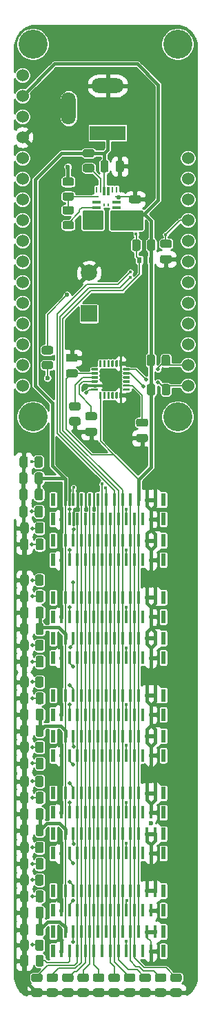
<source format=gbr>
G04 #@! TF.GenerationSoftware,KiCad,Pcbnew,(5.1.9)-1*
G04 #@! TF.CreationDate,2021-02-24T14:06:18-05:00*
G04 #@! TF.ProjectId,feather_multi_oled,66656174-6865-4725-9f6d-756c74695f6f,0.1a*
G04 #@! TF.SameCoordinates,Original*
G04 #@! TF.FileFunction,Copper,L1,Top*
G04 #@! TF.FilePolarity,Positive*
%FSLAX46Y46*%
G04 Gerber Fmt 4.6, Leading zero omitted, Abs format (unit mm)*
G04 Created by KiCad (PCBNEW (5.1.9)-1) date 2021-02-24 14:06:18*
%MOMM*%
%LPD*%
G01*
G04 APERTURE LIST*
G04 #@! TA.AperFunction,SMDPad,CuDef*
%ADD10R,0.609600X1.600200*%
G04 #@! TD*
G04 #@! TA.AperFunction,SMDPad,CuDef*
%ADD11R,0.406400X1.600200*%
G04 #@! TD*
G04 #@! TA.AperFunction,SMDPad,CuDef*
%ADD12R,0.812800X0.254000*%
G04 #@! TD*
G04 #@! TA.AperFunction,SMDPad,CuDef*
%ADD13R,1.092200X0.304800*%
G04 #@! TD*
G04 #@! TA.AperFunction,SMDPad,CuDef*
%ADD14R,0.508000X0.254000*%
G04 #@! TD*
G04 #@! TA.AperFunction,SMDPad,CuDef*
%ADD15R,0.711200X0.254000*%
G04 #@! TD*
G04 #@! TA.AperFunction,SMDPad,CuDef*
%ADD16R,0.254000X0.711200*%
G04 #@! TD*
G04 #@! TA.AperFunction,SMDPad,CuDef*
%ADD17R,0.304800X1.092200*%
G04 #@! TD*
G04 #@! TA.AperFunction,SMDPad,CuDef*
%ADD18R,0.254000X0.406400*%
G04 #@! TD*
G04 #@! TA.AperFunction,SMDPad,CuDef*
%ADD19R,0.700000X2.000000*%
G04 #@! TD*
G04 #@! TA.AperFunction,ComponentPad*
%ADD20C,1.524000*%
G04 #@! TD*
G04 #@! TA.AperFunction,WasherPad*
%ADD21C,3.556000*%
G04 #@! TD*
G04 #@! TA.AperFunction,SMDPad,CuDef*
%ADD22R,0.600000X0.700000*%
G04 #@! TD*
G04 #@! TA.AperFunction,ComponentPad*
%ADD23O,1.800000X4.000000*%
G04 #@! TD*
G04 #@! TA.AperFunction,ComponentPad*
%ADD24O,4.000000X1.800000*%
G04 #@! TD*
G04 #@! TA.AperFunction,ComponentPad*
%ADD25R,4.400000X1.800000*%
G04 #@! TD*
G04 #@! TA.AperFunction,ComponentPad*
%ADD26R,2.000000X2.000000*%
G04 #@! TD*
G04 #@! TA.AperFunction,ComponentPad*
%ADD27C,2.000000*%
G04 #@! TD*
G04 #@! TA.AperFunction,ViaPad*
%ADD28C,0.400000*%
G04 #@! TD*
G04 #@! TA.AperFunction,ViaPad*
%ADD29C,0.600000*%
G04 #@! TD*
G04 #@! TA.AperFunction,ViaPad*
%ADD30C,0.500000*%
G04 #@! TD*
G04 #@! TA.AperFunction,Conductor*
%ADD31C,0.200000*%
G04 #@! TD*
G04 #@! TA.AperFunction,Conductor*
%ADD32C,0.400000*%
G04 #@! TD*
G04 #@! TA.AperFunction,Conductor*
%ADD33C,0.254000*%
G04 #@! TD*
G04 #@! TA.AperFunction,Conductor*
%ADD34C,0.100000*%
G04 #@! TD*
G04 APERTURE END LIST*
D10*
X115516000Y-108524800D03*
X102003200Y-108524800D03*
X115516000Y-110912400D03*
X102003200Y-110912400D03*
D11*
X102993800Y-110912400D03*
X103501800Y-108524800D03*
X104009800Y-110912400D03*
X104492400Y-108524800D03*
X105000400Y-110912400D03*
X105508400Y-108524800D03*
X105991000Y-110912400D03*
X106499000Y-108524800D03*
X107007000Y-110912400D03*
X107489600Y-108524800D03*
X107997600Y-110912400D03*
X108505600Y-108524800D03*
X108988200Y-110912400D03*
X109496200Y-108524800D03*
X110004200Y-110912400D03*
X110512200Y-108524800D03*
X110994800Y-110912400D03*
X111502800Y-108524800D03*
X112010800Y-110912400D03*
X112493400Y-108524800D03*
X113001400Y-110912400D03*
X113509400Y-108524800D03*
X113992000Y-110912400D03*
X114500000Y-108524800D03*
D10*
X115516000Y-103524800D03*
X102003200Y-103524800D03*
X115516000Y-105912400D03*
X102003200Y-105912400D03*
D11*
X102993800Y-105912400D03*
X103501800Y-103524800D03*
X104009800Y-105912400D03*
X104492400Y-103524800D03*
X105000400Y-105912400D03*
X105508400Y-103524800D03*
X105991000Y-105912400D03*
X106499000Y-103524800D03*
X107007000Y-105912400D03*
X107489600Y-103524800D03*
X107997600Y-105912400D03*
X108505600Y-103524800D03*
X108988200Y-105912400D03*
X109496200Y-103524800D03*
X110004200Y-105912400D03*
X110512200Y-103524800D03*
X110994800Y-105912400D03*
X111502800Y-103524800D03*
X112010800Y-105912400D03*
X112493400Y-103524800D03*
X113001400Y-105912400D03*
X113509400Y-103524800D03*
X113992000Y-105912400D03*
X114500000Y-103524800D03*
D10*
X115516000Y-115524800D03*
X102003200Y-115524800D03*
X115516000Y-117912400D03*
X102003200Y-117912400D03*
D11*
X102993800Y-117912400D03*
X103501800Y-115524800D03*
X104009800Y-117912400D03*
X104492400Y-115524800D03*
X105000400Y-117912400D03*
X105508400Y-115524800D03*
X105991000Y-117912400D03*
X106499000Y-115524800D03*
X107007000Y-117912400D03*
X107489600Y-115524800D03*
X107997600Y-117912400D03*
X108505600Y-115524800D03*
X108988200Y-117912400D03*
X109496200Y-115524800D03*
X110004200Y-117912400D03*
X110512200Y-115524800D03*
X110994800Y-117912400D03*
X111502800Y-115524800D03*
X112010800Y-117912400D03*
X112493400Y-115524800D03*
X113001400Y-117912400D03*
X113509400Y-115524800D03*
X113992000Y-117912400D03*
X114500000Y-115524800D03*
D10*
X115516000Y-127524800D03*
X102003200Y-127524800D03*
X115516000Y-129912400D03*
X102003200Y-129912400D03*
D11*
X102993800Y-129912400D03*
X103501800Y-127524800D03*
X104009800Y-129912400D03*
X104492400Y-127524800D03*
X105000400Y-129912400D03*
X105508400Y-127524800D03*
X105991000Y-129912400D03*
X106499000Y-127524800D03*
X107007000Y-129912400D03*
X107489600Y-127524800D03*
X107997600Y-129912400D03*
X108505600Y-127524800D03*
X108988200Y-129912400D03*
X109496200Y-127524800D03*
X110004200Y-129912400D03*
X110512200Y-127524800D03*
X110994800Y-129912400D03*
X111502800Y-127524800D03*
X112010800Y-129912400D03*
X112493400Y-127524800D03*
X113001400Y-129912400D03*
X113509400Y-127524800D03*
X113992000Y-129912400D03*
X114500000Y-127524800D03*
D10*
X115516000Y-120524800D03*
X102003200Y-120524800D03*
X115516000Y-122912400D03*
X102003200Y-122912400D03*
D11*
X102993800Y-122912400D03*
X103501800Y-120524800D03*
X104009800Y-122912400D03*
X104492400Y-120524800D03*
X105000400Y-122912400D03*
X105508400Y-120524800D03*
X105991000Y-122912400D03*
X106499000Y-120524800D03*
X107007000Y-122912400D03*
X107489600Y-120524800D03*
X107997600Y-122912400D03*
X108505600Y-120524800D03*
X108988200Y-122912400D03*
X109496200Y-120524800D03*
X110004200Y-122912400D03*
X110512200Y-120524800D03*
X110994800Y-122912400D03*
X111502800Y-120524800D03*
X112010800Y-122912400D03*
X112493400Y-120524800D03*
X113001400Y-122912400D03*
X113509400Y-120524800D03*
X113992000Y-122912400D03*
X114500000Y-120524800D03*
D10*
X115516000Y-132524800D03*
X102003200Y-132524800D03*
X115516000Y-134912400D03*
X102003200Y-134912400D03*
D11*
X102993800Y-134912400D03*
X103501800Y-132524800D03*
X104009800Y-134912400D03*
X104492400Y-132524800D03*
X105000400Y-134912400D03*
X105508400Y-132524800D03*
X105991000Y-134912400D03*
X106499000Y-132524800D03*
X107007000Y-134912400D03*
X107489600Y-132524800D03*
X107997600Y-134912400D03*
X108505600Y-132524800D03*
X108988200Y-134912400D03*
X109496200Y-132524800D03*
X110004200Y-134912400D03*
X110512200Y-132524800D03*
X110994800Y-134912400D03*
X111502800Y-132524800D03*
X112010800Y-134912400D03*
X112493400Y-132524800D03*
X113001400Y-134912400D03*
X113509400Y-132524800D03*
X113992000Y-134912400D03*
X114500000Y-132524800D03*
D10*
X115516000Y-139524800D03*
X102003200Y-139524800D03*
X115516000Y-141912400D03*
X102003200Y-141912400D03*
D11*
X102993800Y-141912400D03*
X103501800Y-139524800D03*
X104009800Y-141912400D03*
X104492400Y-139524800D03*
X105000400Y-141912400D03*
X105508400Y-139524800D03*
X105991000Y-141912400D03*
X106499000Y-139524800D03*
X107007000Y-141912400D03*
X107489600Y-139524800D03*
X107997600Y-141912400D03*
X108505600Y-139524800D03*
X108988200Y-141912400D03*
X109496200Y-139524800D03*
X110004200Y-141912400D03*
X110512200Y-139524800D03*
X110994800Y-141912400D03*
X111502800Y-139524800D03*
X112010800Y-141912400D03*
X112493400Y-139524800D03*
X113001400Y-141912400D03*
X113509400Y-139524800D03*
X113992000Y-141912400D03*
X114500000Y-139524800D03*
D10*
X115516000Y-144524800D03*
X102003200Y-144524800D03*
X115516000Y-146912400D03*
X102003200Y-146912400D03*
D11*
X102993800Y-146912400D03*
X103501800Y-144524800D03*
X104009800Y-146912400D03*
X104492400Y-144524800D03*
X105000400Y-146912400D03*
X105508400Y-144524800D03*
X105991000Y-146912400D03*
X106499000Y-144524800D03*
X107007000Y-146912400D03*
X107489600Y-144524800D03*
X107997600Y-146912400D03*
X108505600Y-144524800D03*
X108988200Y-146912400D03*
X109496200Y-144524800D03*
X110004200Y-146912400D03*
X110512200Y-144524800D03*
X110994800Y-146912400D03*
X111502800Y-144524800D03*
X112010800Y-146912400D03*
X112493400Y-144524800D03*
X113001400Y-146912400D03*
X113509400Y-144524800D03*
X113992000Y-146912400D03*
X114500000Y-144524800D03*
D10*
X115516000Y-151524800D03*
X102003200Y-151524800D03*
X115516000Y-153912400D03*
X102003200Y-153912400D03*
D11*
X102993800Y-153912400D03*
X103501800Y-151524800D03*
X104009800Y-153912400D03*
X104492400Y-151524800D03*
X105000400Y-153912400D03*
X105508400Y-151524800D03*
X105991000Y-153912400D03*
X106499000Y-151524800D03*
X107007000Y-153912400D03*
X107489600Y-151524800D03*
X107997600Y-153912400D03*
X108505600Y-151524800D03*
X108988200Y-153912400D03*
X109496200Y-151524800D03*
X110004200Y-153912400D03*
X110512200Y-151524800D03*
X110994800Y-153912400D03*
X111502800Y-151524800D03*
X112010800Y-153912400D03*
X112493400Y-151524800D03*
X113001400Y-153912400D03*
X113509400Y-151524800D03*
X113992000Y-153912400D03*
X114500000Y-151524800D03*
D10*
X115516000Y-156524800D03*
X102003200Y-156524800D03*
X115516000Y-158912400D03*
X102003200Y-158912400D03*
D11*
X102993800Y-158912400D03*
X103501800Y-156524800D03*
X104009800Y-158912400D03*
X104492400Y-156524800D03*
X105000400Y-158912400D03*
X105508400Y-156524800D03*
X105991000Y-158912400D03*
X106499000Y-156524800D03*
X107007000Y-158912400D03*
X107489600Y-156524800D03*
X107997600Y-158912400D03*
X108505600Y-156524800D03*
X108988200Y-158912400D03*
X109496200Y-156524800D03*
X110004200Y-158912400D03*
X110512200Y-156524800D03*
X110994800Y-158912400D03*
X111502800Y-156524800D03*
X112010800Y-158912400D03*
X112493400Y-156524800D03*
X113001400Y-158912400D03*
X113509400Y-156524800D03*
X113992000Y-158912400D03*
X114500000Y-156524800D03*
D12*
X107156000Y-66375000D03*
D13*
X107296000Y-67024999D03*
X107296000Y-67675000D03*
D14*
X107004000Y-68325000D03*
X107004000Y-69175001D03*
X107004000Y-70025000D03*
X110096000Y-70025000D03*
X110096000Y-69175001D03*
X110096000Y-68325000D03*
D13*
X109804000Y-67675000D03*
X109804000Y-67024999D03*
D15*
X109994000Y-66375000D03*
D16*
X109800000Y-65481000D03*
X109300001Y-65481000D03*
D17*
X108800000Y-65671000D03*
X108300000Y-65671000D03*
D16*
X107799999Y-65481000D03*
X107300000Y-65481000D03*
D18*
X108300000Y-67350000D03*
X108800000Y-67350000D03*
D19*
X107534000Y-69195000D03*
X109566000Y-69195000D03*
D20*
X118560000Y-61610000D03*
X118560000Y-64150000D03*
X118560000Y-66690000D03*
X118560000Y-69230000D03*
X118560000Y-71770000D03*
X118560000Y-74310000D03*
X118560000Y-76850000D03*
X118560000Y-79390000D03*
X118560000Y-81930000D03*
X118560000Y-84470000D03*
X118560000Y-87010000D03*
X118560000Y-89550000D03*
X98240000Y-89550000D03*
X98240000Y-87010000D03*
X98240000Y-84470000D03*
X98240000Y-81930000D03*
X98240000Y-79390000D03*
X98240000Y-76850000D03*
X98240000Y-74310000D03*
X98240000Y-71770000D03*
X98240000Y-69230000D03*
X98240000Y-66690000D03*
X98240000Y-64150000D03*
X98240000Y-61610000D03*
X98240000Y-59070000D03*
X98240000Y-56530000D03*
X98240000Y-53990000D03*
X98240000Y-51450000D03*
D21*
X99510000Y-93360000D03*
X99510000Y-47640000D03*
X117290000Y-93360000D03*
X117290000Y-47640000D03*
G04 #@! TA.AperFunction,SMDPad,CuDef*
G36*
G01*
X109700000Y-63100000D02*
X109700000Y-62150000D01*
G75*
G02*
X109950000Y-61900000I250000J0D01*
G01*
X110450000Y-61900000D01*
G75*
G02*
X110700000Y-62150000I0J-250000D01*
G01*
X110700000Y-63100000D01*
G75*
G02*
X110450000Y-63350000I-250000J0D01*
G01*
X109950000Y-63350000D01*
G75*
G02*
X109700000Y-63100000I0J250000D01*
G01*
G37*
G04 #@! TD.AperFunction*
G04 #@! TA.AperFunction,SMDPad,CuDef*
G36*
G01*
X107800000Y-63100000D02*
X107800000Y-62150000D01*
G75*
G02*
X108050000Y-61900000I250000J0D01*
G01*
X108550000Y-61900000D01*
G75*
G02*
X108800000Y-62150000I0J-250000D01*
G01*
X108800000Y-63100000D01*
G75*
G02*
X108550000Y-63350000I-250000J0D01*
G01*
X108050000Y-63350000D01*
G75*
G02*
X107800000Y-63100000I0J250000D01*
G01*
G37*
G04 #@! TD.AperFunction*
G04 #@! TA.AperFunction,SMDPad,CuDef*
G36*
G01*
X112525000Y-69075000D02*
X111575000Y-69075000D01*
G75*
G02*
X111325000Y-68825000I0J250000D01*
G01*
X111325000Y-68325000D01*
G75*
G02*
X111575000Y-68075000I250000J0D01*
G01*
X112525000Y-68075000D01*
G75*
G02*
X112775000Y-68325000I0J-250000D01*
G01*
X112775000Y-68825000D01*
G75*
G02*
X112525000Y-69075000I-250000J0D01*
G01*
G37*
G04 #@! TD.AperFunction*
G04 #@! TA.AperFunction,SMDPad,CuDef*
G36*
G01*
X112525000Y-67175000D02*
X111575000Y-67175000D01*
G75*
G02*
X111325000Y-66925000I0J250000D01*
G01*
X111325000Y-66425000D01*
G75*
G02*
X111575000Y-66175000I250000J0D01*
G01*
X112525000Y-66175000D01*
G75*
G02*
X112775000Y-66425000I0J-250000D01*
G01*
X112775000Y-66925000D01*
G75*
G02*
X112525000Y-67175000I-250000J0D01*
G01*
G37*
G04 #@! TD.AperFunction*
G04 #@! TA.AperFunction,SMDPad,CuDef*
G36*
G01*
X115375000Y-71625000D02*
X116325000Y-71625000D01*
G75*
G02*
X116575000Y-71875000I0J-250000D01*
G01*
X116575000Y-72375000D01*
G75*
G02*
X116325000Y-72625000I-250000J0D01*
G01*
X115375000Y-72625000D01*
G75*
G02*
X115125000Y-72375000I0J250000D01*
G01*
X115125000Y-71875000D01*
G75*
G02*
X115375000Y-71625000I250000J0D01*
G01*
G37*
G04 #@! TD.AperFunction*
G04 #@! TA.AperFunction,SMDPad,CuDef*
G36*
G01*
X115375000Y-73525000D02*
X116325000Y-73525000D01*
G75*
G02*
X116575000Y-73775000I0J-250000D01*
G01*
X116575000Y-74275000D01*
G75*
G02*
X116325000Y-74525000I-250000J0D01*
G01*
X115375000Y-74525000D01*
G75*
G02*
X115125000Y-74275000I0J250000D01*
G01*
X115125000Y-73775000D01*
G75*
G02*
X115375000Y-73525000I250000J0D01*
G01*
G37*
G04 #@! TD.AperFunction*
G04 #@! TA.AperFunction,SMDPad,CuDef*
G36*
G01*
X98850000Y-104525000D02*
X98850000Y-105475000D01*
G75*
G02*
X98600000Y-105725000I-250000J0D01*
G01*
X98100000Y-105725000D01*
G75*
G02*
X97850000Y-105475000I0J250000D01*
G01*
X97850000Y-104525000D01*
G75*
G02*
X98100000Y-104275000I250000J0D01*
G01*
X98600000Y-104275000D01*
G75*
G02*
X98850000Y-104525000I0J-250000D01*
G01*
G37*
G04 #@! TD.AperFunction*
G04 #@! TA.AperFunction,SMDPad,CuDef*
G36*
G01*
X100750000Y-104525000D02*
X100750000Y-105475000D01*
G75*
G02*
X100500000Y-105725000I-250000J0D01*
G01*
X100000000Y-105725000D01*
G75*
G02*
X99750000Y-105475000I0J250000D01*
G01*
X99750000Y-104525000D01*
G75*
G02*
X100000000Y-104275000I250000J0D01*
G01*
X100500000Y-104275000D01*
G75*
G02*
X100750000Y-104525000I0J-250000D01*
G01*
G37*
G04 #@! TD.AperFunction*
G04 #@! TA.AperFunction,SMDPad,CuDef*
G36*
G01*
X100750000Y-102425000D02*
X100750000Y-103375000D01*
G75*
G02*
X100500000Y-103625000I-250000J0D01*
G01*
X100000000Y-103625000D01*
G75*
G02*
X99750000Y-103375000I0J250000D01*
G01*
X99750000Y-102425000D01*
G75*
G02*
X100000000Y-102175000I250000J0D01*
G01*
X100500000Y-102175000D01*
G75*
G02*
X100750000Y-102425000I0J-250000D01*
G01*
G37*
G04 #@! TD.AperFunction*
G04 #@! TA.AperFunction,SMDPad,CuDef*
G36*
G01*
X98850000Y-102425000D02*
X98850000Y-103375000D01*
G75*
G02*
X98600000Y-103625000I-250000J0D01*
G01*
X98100000Y-103625000D01*
G75*
G02*
X97850000Y-103375000I0J250000D01*
G01*
X97850000Y-102425000D01*
G75*
G02*
X98100000Y-102175000I250000J0D01*
G01*
X98600000Y-102175000D01*
G75*
G02*
X98850000Y-102425000I0J-250000D01*
G01*
G37*
G04 #@! TD.AperFunction*
G04 #@! TA.AperFunction,SMDPad,CuDef*
G36*
G01*
X98850000Y-100425000D02*
X98850000Y-101375000D01*
G75*
G02*
X98600000Y-101625000I-250000J0D01*
G01*
X98100000Y-101625000D01*
G75*
G02*
X97850000Y-101375000I0J250000D01*
G01*
X97850000Y-100425000D01*
G75*
G02*
X98100000Y-100175000I250000J0D01*
G01*
X98600000Y-100175000D01*
G75*
G02*
X98850000Y-100425000I0J-250000D01*
G01*
G37*
G04 #@! TD.AperFunction*
G04 #@! TA.AperFunction,SMDPad,CuDef*
G36*
G01*
X100750000Y-100425000D02*
X100750000Y-101375000D01*
G75*
G02*
X100500000Y-101625000I-250000J0D01*
G01*
X100000000Y-101625000D01*
G75*
G02*
X99750000Y-101375000I0J250000D01*
G01*
X99750000Y-100425000D01*
G75*
G02*
X100000000Y-100175000I250000J0D01*
G01*
X100500000Y-100175000D01*
G75*
G02*
X100750000Y-100425000I0J-250000D01*
G01*
G37*
G04 #@! TD.AperFunction*
G04 #@! TA.AperFunction,SMDPad,CuDef*
G36*
G01*
X100850000Y-108525000D02*
X100850000Y-109475000D01*
G75*
G02*
X100600000Y-109725000I-250000J0D01*
G01*
X100100000Y-109725000D01*
G75*
G02*
X99850000Y-109475000I0J250000D01*
G01*
X99850000Y-108525000D01*
G75*
G02*
X100100000Y-108275000I250000J0D01*
G01*
X100600000Y-108275000D01*
G75*
G02*
X100850000Y-108525000I0J-250000D01*
G01*
G37*
G04 #@! TD.AperFunction*
G04 #@! TA.AperFunction,SMDPad,CuDef*
G36*
G01*
X98950000Y-108525000D02*
X98950000Y-109475000D01*
G75*
G02*
X98700000Y-109725000I-250000J0D01*
G01*
X98200000Y-109725000D01*
G75*
G02*
X97950000Y-109475000I0J250000D01*
G01*
X97950000Y-108525000D01*
G75*
G02*
X98200000Y-108275000I250000J0D01*
G01*
X98700000Y-108275000D01*
G75*
G02*
X98950000Y-108525000I0J-250000D01*
G01*
G37*
G04 #@! TD.AperFunction*
G04 #@! TA.AperFunction,SMDPad,CuDef*
G36*
G01*
X98950000Y-114925000D02*
X98950000Y-115875000D01*
G75*
G02*
X98700000Y-116125000I-250000J0D01*
G01*
X98200000Y-116125000D01*
G75*
G02*
X97950000Y-115875000I0J250000D01*
G01*
X97950000Y-114925000D01*
G75*
G02*
X98200000Y-114675000I250000J0D01*
G01*
X98700000Y-114675000D01*
G75*
G02*
X98950000Y-114925000I0J-250000D01*
G01*
G37*
G04 #@! TD.AperFunction*
G04 #@! TA.AperFunction,SMDPad,CuDef*
G36*
G01*
X100850000Y-114925000D02*
X100850000Y-115875000D01*
G75*
G02*
X100600000Y-116125000I-250000J0D01*
G01*
X100100000Y-116125000D01*
G75*
G02*
X99850000Y-115875000I0J250000D01*
G01*
X99850000Y-114925000D01*
G75*
G02*
X100100000Y-114675000I250000J0D01*
G01*
X100600000Y-114675000D01*
G75*
G02*
X100850000Y-114925000I0J-250000D01*
G01*
G37*
G04 #@! TD.AperFunction*
G04 #@! TA.AperFunction,SMDPad,CuDef*
G36*
G01*
X100850000Y-116925000D02*
X100850000Y-117875000D01*
G75*
G02*
X100600000Y-118125000I-250000J0D01*
G01*
X100100000Y-118125000D01*
G75*
G02*
X99850000Y-117875000I0J250000D01*
G01*
X99850000Y-116925000D01*
G75*
G02*
X100100000Y-116675000I250000J0D01*
G01*
X100600000Y-116675000D01*
G75*
G02*
X100850000Y-116925000I0J-250000D01*
G01*
G37*
G04 #@! TD.AperFunction*
G04 #@! TA.AperFunction,SMDPad,CuDef*
G36*
G01*
X98950000Y-116925000D02*
X98950000Y-117875000D01*
G75*
G02*
X98700000Y-118125000I-250000J0D01*
G01*
X98200000Y-118125000D01*
G75*
G02*
X97950000Y-117875000I0J250000D01*
G01*
X97950000Y-116925000D01*
G75*
G02*
X98200000Y-116675000I250000J0D01*
G01*
X98700000Y-116675000D01*
G75*
G02*
X98950000Y-116925000I0J-250000D01*
G01*
G37*
G04 #@! TD.AperFunction*
G04 #@! TA.AperFunction,SMDPad,CuDef*
G36*
G01*
X98950000Y-118925000D02*
X98950000Y-119875000D01*
G75*
G02*
X98700000Y-120125000I-250000J0D01*
G01*
X98200000Y-120125000D01*
G75*
G02*
X97950000Y-119875000I0J250000D01*
G01*
X97950000Y-118925000D01*
G75*
G02*
X98200000Y-118675000I250000J0D01*
G01*
X98700000Y-118675000D01*
G75*
G02*
X98950000Y-118925000I0J-250000D01*
G01*
G37*
G04 #@! TD.AperFunction*
G04 #@! TA.AperFunction,SMDPad,CuDef*
G36*
G01*
X100850000Y-118925000D02*
X100850000Y-119875000D01*
G75*
G02*
X100600000Y-120125000I-250000J0D01*
G01*
X100100000Y-120125000D01*
G75*
G02*
X99850000Y-119875000I0J250000D01*
G01*
X99850000Y-118925000D01*
G75*
G02*
X100100000Y-118675000I250000J0D01*
G01*
X100600000Y-118675000D01*
G75*
G02*
X100850000Y-118925000I0J-250000D01*
G01*
G37*
G04 #@! TD.AperFunction*
G04 #@! TA.AperFunction,SMDPad,CuDef*
G36*
G01*
X98950000Y-127425000D02*
X98950000Y-128375000D01*
G75*
G02*
X98700000Y-128625000I-250000J0D01*
G01*
X98200000Y-128625000D01*
G75*
G02*
X97950000Y-128375000I0J250000D01*
G01*
X97950000Y-127425000D01*
G75*
G02*
X98200000Y-127175000I250000J0D01*
G01*
X98700000Y-127175000D01*
G75*
G02*
X98950000Y-127425000I0J-250000D01*
G01*
G37*
G04 #@! TD.AperFunction*
G04 #@! TA.AperFunction,SMDPad,CuDef*
G36*
G01*
X100850000Y-127425000D02*
X100850000Y-128375000D01*
G75*
G02*
X100600000Y-128625000I-250000J0D01*
G01*
X100100000Y-128625000D01*
G75*
G02*
X99850000Y-128375000I0J250000D01*
G01*
X99850000Y-127425000D01*
G75*
G02*
X100100000Y-127175000I250000J0D01*
G01*
X100600000Y-127175000D01*
G75*
G02*
X100850000Y-127425000I0J-250000D01*
G01*
G37*
G04 #@! TD.AperFunction*
G04 #@! TA.AperFunction,SMDPad,CuDef*
G36*
G01*
X100850000Y-129425000D02*
X100850000Y-130375000D01*
G75*
G02*
X100600000Y-130625000I-250000J0D01*
G01*
X100100000Y-130625000D01*
G75*
G02*
X99850000Y-130375000I0J250000D01*
G01*
X99850000Y-129425000D01*
G75*
G02*
X100100000Y-129175000I250000J0D01*
G01*
X100600000Y-129175000D01*
G75*
G02*
X100850000Y-129425000I0J-250000D01*
G01*
G37*
G04 #@! TD.AperFunction*
G04 #@! TA.AperFunction,SMDPad,CuDef*
G36*
G01*
X98950000Y-129425000D02*
X98950000Y-130375000D01*
G75*
G02*
X98700000Y-130625000I-250000J0D01*
G01*
X98200000Y-130625000D01*
G75*
G02*
X97950000Y-130375000I0J250000D01*
G01*
X97950000Y-129425000D01*
G75*
G02*
X98200000Y-129175000I250000J0D01*
G01*
X98700000Y-129175000D01*
G75*
G02*
X98950000Y-129425000I0J-250000D01*
G01*
G37*
G04 #@! TD.AperFunction*
G04 #@! TA.AperFunction,SMDPad,CuDef*
G36*
G01*
X98950000Y-131425000D02*
X98950000Y-132375000D01*
G75*
G02*
X98700000Y-132625000I-250000J0D01*
G01*
X98200000Y-132625000D01*
G75*
G02*
X97950000Y-132375000I0J250000D01*
G01*
X97950000Y-131425000D01*
G75*
G02*
X98200000Y-131175000I250000J0D01*
G01*
X98700000Y-131175000D01*
G75*
G02*
X98950000Y-131425000I0J-250000D01*
G01*
G37*
G04 #@! TD.AperFunction*
G04 #@! TA.AperFunction,SMDPad,CuDef*
G36*
G01*
X100850000Y-131425000D02*
X100850000Y-132375000D01*
G75*
G02*
X100600000Y-132625000I-250000J0D01*
G01*
X100100000Y-132625000D01*
G75*
G02*
X99850000Y-132375000I0J250000D01*
G01*
X99850000Y-131425000D01*
G75*
G02*
X100100000Y-131175000I250000J0D01*
G01*
X100600000Y-131175000D01*
G75*
G02*
X100850000Y-131425000I0J-250000D01*
G01*
G37*
G04 #@! TD.AperFunction*
G04 #@! TA.AperFunction,SMDPad,CuDef*
G36*
G01*
X100850000Y-122925000D02*
X100850000Y-123875000D01*
G75*
G02*
X100600000Y-124125000I-250000J0D01*
G01*
X100100000Y-124125000D01*
G75*
G02*
X99850000Y-123875000I0J250000D01*
G01*
X99850000Y-122925000D01*
G75*
G02*
X100100000Y-122675000I250000J0D01*
G01*
X100600000Y-122675000D01*
G75*
G02*
X100850000Y-122925000I0J-250000D01*
G01*
G37*
G04 #@! TD.AperFunction*
G04 #@! TA.AperFunction,SMDPad,CuDef*
G36*
G01*
X98950000Y-122925000D02*
X98950000Y-123875000D01*
G75*
G02*
X98700000Y-124125000I-250000J0D01*
G01*
X98200000Y-124125000D01*
G75*
G02*
X97950000Y-123875000I0J250000D01*
G01*
X97950000Y-122925000D01*
G75*
G02*
X98200000Y-122675000I250000J0D01*
G01*
X98700000Y-122675000D01*
G75*
G02*
X98950000Y-122925000I0J-250000D01*
G01*
G37*
G04 #@! TD.AperFunction*
G04 #@! TA.AperFunction,SMDPad,CuDef*
G36*
G01*
X100850000Y-135425000D02*
X100850000Y-136375000D01*
G75*
G02*
X100600000Y-136625000I-250000J0D01*
G01*
X100100000Y-136625000D01*
G75*
G02*
X99850000Y-136375000I0J250000D01*
G01*
X99850000Y-135425000D01*
G75*
G02*
X100100000Y-135175000I250000J0D01*
G01*
X100600000Y-135175000D01*
G75*
G02*
X100850000Y-135425000I0J-250000D01*
G01*
G37*
G04 #@! TD.AperFunction*
G04 #@! TA.AperFunction,SMDPad,CuDef*
G36*
G01*
X98950000Y-135425000D02*
X98950000Y-136375000D01*
G75*
G02*
X98700000Y-136625000I-250000J0D01*
G01*
X98200000Y-136625000D01*
G75*
G02*
X97950000Y-136375000I0J250000D01*
G01*
X97950000Y-135425000D01*
G75*
G02*
X98200000Y-135175000I250000J0D01*
G01*
X98700000Y-135175000D01*
G75*
G02*
X98950000Y-135425000I0J-250000D01*
G01*
G37*
G04 #@! TD.AperFunction*
G04 #@! TA.AperFunction,SMDPad,CuDef*
G36*
G01*
X98950000Y-139625000D02*
X98950000Y-140575000D01*
G75*
G02*
X98700000Y-140825000I-250000J0D01*
G01*
X98200000Y-140825000D01*
G75*
G02*
X97950000Y-140575000I0J250000D01*
G01*
X97950000Y-139625000D01*
G75*
G02*
X98200000Y-139375000I250000J0D01*
G01*
X98700000Y-139375000D01*
G75*
G02*
X98950000Y-139625000I0J-250000D01*
G01*
G37*
G04 #@! TD.AperFunction*
G04 #@! TA.AperFunction,SMDPad,CuDef*
G36*
G01*
X100850000Y-139625000D02*
X100850000Y-140575000D01*
G75*
G02*
X100600000Y-140825000I-250000J0D01*
G01*
X100100000Y-140825000D01*
G75*
G02*
X99850000Y-140575000I0J250000D01*
G01*
X99850000Y-139625000D01*
G75*
G02*
X100100000Y-139375000I250000J0D01*
G01*
X100600000Y-139375000D01*
G75*
G02*
X100850000Y-139625000I0J-250000D01*
G01*
G37*
G04 #@! TD.AperFunction*
G04 #@! TA.AperFunction,SMDPad,CuDef*
G36*
G01*
X100850000Y-141625000D02*
X100850000Y-142575000D01*
G75*
G02*
X100600000Y-142825000I-250000J0D01*
G01*
X100100000Y-142825000D01*
G75*
G02*
X99850000Y-142575000I0J250000D01*
G01*
X99850000Y-141625000D01*
G75*
G02*
X100100000Y-141375000I250000J0D01*
G01*
X100600000Y-141375000D01*
G75*
G02*
X100850000Y-141625000I0J-250000D01*
G01*
G37*
G04 #@! TD.AperFunction*
G04 #@! TA.AperFunction,SMDPad,CuDef*
G36*
G01*
X98950000Y-141625000D02*
X98950000Y-142575000D01*
G75*
G02*
X98700000Y-142825000I-250000J0D01*
G01*
X98200000Y-142825000D01*
G75*
G02*
X97950000Y-142575000I0J250000D01*
G01*
X97950000Y-141625000D01*
G75*
G02*
X98200000Y-141375000I250000J0D01*
G01*
X98700000Y-141375000D01*
G75*
G02*
X98950000Y-141625000I0J-250000D01*
G01*
G37*
G04 #@! TD.AperFunction*
G04 #@! TA.AperFunction,SMDPad,CuDef*
G36*
G01*
X98950000Y-143625000D02*
X98950000Y-144575000D01*
G75*
G02*
X98700000Y-144825000I-250000J0D01*
G01*
X98200000Y-144825000D01*
G75*
G02*
X97950000Y-144575000I0J250000D01*
G01*
X97950000Y-143625000D01*
G75*
G02*
X98200000Y-143375000I250000J0D01*
G01*
X98700000Y-143375000D01*
G75*
G02*
X98950000Y-143625000I0J-250000D01*
G01*
G37*
G04 #@! TD.AperFunction*
G04 #@! TA.AperFunction,SMDPad,CuDef*
G36*
G01*
X100850000Y-143625000D02*
X100850000Y-144575000D01*
G75*
G02*
X100600000Y-144825000I-250000J0D01*
G01*
X100100000Y-144825000D01*
G75*
G02*
X99850000Y-144575000I0J250000D01*
G01*
X99850000Y-143625000D01*
G75*
G02*
X100100000Y-143375000I250000J0D01*
G01*
X100600000Y-143375000D01*
G75*
G02*
X100850000Y-143625000I0J-250000D01*
G01*
G37*
G04 #@! TD.AperFunction*
G04 #@! TA.AperFunction,SMDPad,CuDef*
G36*
G01*
X100850000Y-147725000D02*
X100850000Y-148675000D01*
G75*
G02*
X100600000Y-148925000I-250000J0D01*
G01*
X100100000Y-148925000D01*
G75*
G02*
X99850000Y-148675000I0J250000D01*
G01*
X99850000Y-147725000D01*
G75*
G02*
X100100000Y-147475000I250000J0D01*
G01*
X100600000Y-147475000D01*
G75*
G02*
X100850000Y-147725000I0J-250000D01*
G01*
G37*
G04 #@! TD.AperFunction*
G04 #@! TA.AperFunction,SMDPad,CuDef*
G36*
G01*
X98950000Y-147725000D02*
X98950000Y-148675000D01*
G75*
G02*
X98700000Y-148925000I-250000J0D01*
G01*
X98200000Y-148925000D01*
G75*
G02*
X97950000Y-148675000I0J250000D01*
G01*
X97950000Y-147725000D01*
G75*
G02*
X98200000Y-147475000I250000J0D01*
G01*
X98700000Y-147475000D01*
G75*
G02*
X98950000Y-147725000I0J-250000D01*
G01*
G37*
G04 #@! TD.AperFunction*
G04 #@! TA.AperFunction,SMDPad,CuDef*
G36*
G01*
X100850000Y-151725000D02*
X100850000Y-152675000D01*
G75*
G02*
X100600000Y-152925000I-250000J0D01*
G01*
X100100000Y-152925000D01*
G75*
G02*
X99850000Y-152675000I0J250000D01*
G01*
X99850000Y-151725000D01*
G75*
G02*
X100100000Y-151475000I250000J0D01*
G01*
X100600000Y-151475000D01*
G75*
G02*
X100850000Y-151725000I0J-250000D01*
G01*
G37*
G04 #@! TD.AperFunction*
G04 #@! TA.AperFunction,SMDPad,CuDef*
G36*
G01*
X98950000Y-151725000D02*
X98950000Y-152675000D01*
G75*
G02*
X98700000Y-152925000I-250000J0D01*
G01*
X98200000Y-152925000D01*
G75*
G02*
X97950000Y-152675000I0J250000D01*
G01*
X97950000Y-151725000D01*
G75*
G02*
X98200000Y-151475000I250000J0D01*
G01*
X98700000Y-151475000D01*
G75*
G02*
X98950000Y-151725000I0J-250000D01*
G01*
G37*
G04 #@! TD.AperFunction*
G04 #@! TA.AperFunction,SMDPad,CuDef*
G36*
G01*
X98950000Y-153725000D02*
X98950000Y-154675000D01*
G75*
G02*
X98700000Y-154925000I-250000J0D01*
G01*
X98200000Y-154925000D01*
G75*
G02*
X97950000Y-154675000I0J250000D01*
G01*
X97950000Y-153725000D01*
G75*
G02*
X98200000Y-153475000I250000J0D01*
G01*
X98700000Y-153475000D01*
G75*
G02*
X98950000Y-153725000I0J-250000D01*
G01*
G37*
G04 #@! TD.AperFunction*
G04 #@! TA.AperFunction,SMDPad,CuDef*
G36*
G01*
X100850000Y-153725000D02*
X100850000Y-154675000D01*
G75*
G02*
X100600000Y-154925000I-250000J0D01*
G01*
X100100000Y-154925000D01*
G75*
G02*
X99850000Y-154675000I0J250000D01*
G01*
X99850000Y-153725000D01*
G75*
G02*
X100100000Y-153475000I250000J0D01*
G01*
X100600000Y-153475000D01*
G75*
G02*
X100850000Y-153725000I0J-250000D01*
G01*
G37*
G04 #@! TD.AperFunction*
G04 #@! TA.AperFunction,SMDPad,CuDef*
G36*
G01*
X100850000Y-155825000D02*
X100850000Y-156775000D01*
G75*
G02*
X100600000Y-157025000I-250000J0D01*
G01*
X100100000Y-157025000D01*
G75*
G02*
X99850000Y-156775000I0J250000D01*
G01*
X99850000Y-155825000D01*
G75*
G02*
X100100000Y-155575000I250000J0D01*
G01*
X100600000Y-155575000D01*
G75*
G02*
X100850000Y-155825000I0J-250000D01*
G01*
G37*
G04 #@! TD.AperFunction*
G04 #@! TA.AperFunction,SMDPad,CuDef*
G36*
G01*
X98950000Y-155825000D02*
X98950000Y-156775000D01*
G75*
G02*
X98700000Y-157025000I-250000J0D01*
G01*
X98200000Y-157025000D01*
G75*
G02*
X97950000Y-156775000I0J250000D01*
G01*
X97950000Y-155825000D01*
G75*
G02*
X98200000Y-155575000I250000J0D01*
G01*
X98700000Y-155575000D01*
G75*
G02*
X98950000Y-155825000I0J-250000D01*
G01*
G37*
G04 #@! TD.AperFunction*
G04 #@! TA.AperFunction,SMDPad,CuDef*
G36*
G01*
X100850000Y-159625000D02*
X100850000Y-160575000D01*
G75*
G02*
X100600000Y-160825000I-250000J0D01*
G01*
X100100000Y-160825000D01*
G75*
G02*
X99850000Y-160575000I0J250000D01*
G01*
X99850000Y-159625000D01*
G75*
G02*
X100100000Y-159375000I250000J0D01*
G01*
X100600000Y-159375000D01*
G75*
G02*
X100850000Y-159625000I0J-250000D01*
G01*
G37*
G04 #@! TD.AperFunction*
G04 #@! TA.AperFunction,SMDPad,CuDef*
G36*
G01*
X98950000Y-159625000D02*
X98950000Y-160575000D01*
G75*
G02*
X98700000Y-160825000I-250000J0D01*
G01*
X98200000Y-160825000D01*
G75*
G02*
X97950000Y-160575000I0J250000D01*
G01*
X97950000Y-159625000D01*
G75*
G02*
X98200000Y-159375000I250000J0D01*
G01*
X98700000Y-159375000D01*
G75*
G02*
X98950000Y-159625000I0J-250000D01*
G01*
G37*
G04 #@! TD.AperFunction*
D22*
X112600000Y-74100000D03*
X114000000Y-74100000D03*
G04 #@! TA.AperFunction,SMDPad,CuDef*
G36*
G01*
X112725000Y-71849998D02*
X112725000Y-72750002D01*
G75*
G02*
X112475002Y-73000000I-249998J0D01*
G01*
X111949998Y-73000000D01*
G75*
G02*
X111700000Y-72750002I0J249998D01*
G01*
X111700000Y-71849998D01*
G75*
G02*
X111949998Y-71600000I249998J0D01*
G01*
X112475002Y-71600000D01*
G75*
G02*
X112725000Y-71849998I0J-249998D01*
G01*
G37*
G04 #@! TD.AperFunction*
G04 #@! TA.AperFunction,SMDPad,CuDef*
G36*
G01*
X114550000Y-71849998D02*
X114550000Y-72750002D01*
G75*
G02*
X114300002Y-73000000I-249998J0D01*
G01*
X113774998Y-73000000D01*
G75*
G02*
X113525000Y-72750002I0J249998D01*
G01*
X113525000Y-71849998D01*
G75*
G02*
X113774998Y-71600000I249998J0D01*
G01*
X114300002Y-71600000D01*
G75*
G02*
X114550000Y-71849998I0J-249998D01*
G01*
G37*
G04 #@! TD.AperFunction*
G04 #@! TA.AperFunction,SMDPad,CuDef*
G36*
G01*
X116649998Y-161675000D02*
X117550002Y-161675000D01*
G75*
G02*
X117800000Y-161924998I0J-249998D01*
G01*
X117800000Y-162450002D01*
G75*
G02*
X117550002Y-162700000I-249998J0D01*
G01*
X116649998Y-162700000D01*
G75*
G02*
X116400000Y-162450002I0J249998D01*
G01*
X116400000Y-161924998D01*
G75*
G02*
X116649998Y-161675000I249998J0D01*
G01*
G37*
G04 #@! TD.AperFunction*
G04 #@! TA.AperFunction,SMDPad,CuDef*
G36*
G01*
X116649998Y-163500000D02*
X117550002Y-163500000D01*
G75*
G02*
X117800000Y-163749998I0J-249998D01*
G01*
X117800000Y-164275002D01*
G75*
G02*
X117550002Y-164525000I-249998J0D01*
G01*
X116649998Y-164525000D01*
G75*
G02*
X116400000Y-164275002I0J249998D01*
G01*
X116400000Y-163749998D01*
G75*
G02*
X116649998Y-163500000I249998J0D01*
G01*
G37*
G04 #@! TD.AperFunction*
G04 #@! TA.AperFunction,SMDPad,CuDef*
G36*
G01*
X114749998Y-163500000D02*
X115650002Y-163500000D01*
G75*
G02*
X115900000Y-163749998I0J-249998D01*
G01*
X115900000Y-164275002D01*
G75*
G02*
X115650002Y-164525000I-249998J0D01*
G01*
X114749998Y-164525000D01*
G75*
G02*
X114500000Y-164275002I0J249998D01*
G01*
X114500000Y-163749998D01*
G75*
G02*
X114749998Y-163500000I249998J0D01*
G01*
G37*
G04 #@! TD.AperFunction*
G04 #@! TA.AperFunction,SMDPad,CuDef*
G36*
G01*
X114749998Y-161675000D02*
X115650002Y-161675000D01*
G75*
G02*
X115900000Y-161924998I0J-249998D01*
G01*
X115900000Y-162450002D01*
G75*
G02*
X115650002Y-162700000I-249998J0D01*
G01*
X114749998Y-162700000D01*
G75*
G02*
X114500000Y-162450002I0J249998D01*
G01*
X114500000Y-161924998D01*
G75*
G02*
X114749998Y-161675000I249998J0D01*
G01*
G37*
G04 #@! TD.AperFunction*
G04 #@! TA.AperFunction,SMDPad,CuDef*
G36*
G01*
X112849998Y-161675000D02*
X113750002Y-161675000D01*
G75*
G02*
X114000000Y-161924998I0J-249998D01*
G01*
X114000000Y-162450002D01*
G75*
G02*
X113750002Y-162700000I-249998J0D01*
G01*
X112849998Y-162700000D01*
G75*
G02*
X112600000Y-162450002I0J249998D01*
G01*
X112600000Y-161924998D01*
G75*
G02*
X112849998Y-161675000I249998J0D01*
G01*
G37*
G04 #@! TD.AperFunction*
G04 #@! TA.AperFunction,SMDPad,CuDef*
G36*
G01*
X112849998Y-163500000D02*
X113750002Y-163500000D01*
G75*
G02*
X114000000Y-163749998I0J-249998D01*
G01*
X114000000Y-164275002D01*
G75*
G02*
X113750002Y-164525000I-249998J0D01*
G01*
X112849998Y-164525000D01*
G75*
G02*
X112600000Y-164275002I0J249998D01*
G01*
X112600000Y-163749998D01*
G75*
G02*
X112849998Y-163500000I249998J0D01*
G01*
G37*
G04 #@! TD.AperFunction*
G04 #@! TA.AperFunction,SMDPad,CuDef*
G36*
G01*
X110949998Y-161675000D02*
X111850002Y-161675000D01*
G75*
G02*
X112100000Y-161924998I0J-249998D01*
G01*
X112100000Y-162450002D01*
G75*
G02*
X111850002Y-162700000I-249998J0D01*
G01*
X110949998Y-162700000D01*
G75*
G02*
X110700000Y-162450002I0J249998D01*
G01*
X110700000Y-161924998D01*
G75*
G02*
X110949998Y-161675000I249998J0D01*
G01*
G37*
G04 #@! TD.AperFunction*
G04 #@! TA.AperFunction,SMDPad,CuDef*
G36*
G01*
X110949998Y-163500000D02*
X111850002Y-163500000D01*
G75*
G02*
X112100000Y-163749998I0J-249998D01*
G01*
X112100000Y-164275002D01*
G75*
G02*
X111850002Y-164525000I-249998J0D01*
G01*
X110949998Y-164525000D01*
G75*
G02*
X110700000Y-164275002I0J249998D01*
G01*
X110700000Y-163749998D01*
G75*
G02*
X110949998Y-163500000I249998J0D01*
G01*
G37*
G04 #@! TD.AperFunction*
G04 #@! TA.AperFunction,SMDPad,CuDef*
G36*
G01*
X109049998Y-163500000D02*
X109950002Y-163500000D01*
G75*
G02*
X110200000Y-163749998I0J-249998D01*
G01*
X110200000Y-164275002D01*
G75*
G02*
X109950002Y-164525000I-249998J0D01*
G01*
X109049998Y-164525000D01*
G75*
G02*
X108800000Y-164275002I0J249998D01*
G01*
X108800000Y-163749998D01*
G75*
G02*
X109049998Y-163500000I249998J0D01*
G01*
G37*
G04 #@! TD.AperFunction*
G04 #@! TA.AperFunction,SMDPad,CuDef*
G36*
G01*
X109049998Y-161675000D02*
X109950002Y-161675000D01*
G75*
G02*
X110200000Y-161924998I0J-249998D01*
G01*
X110200000Y-162450002D01*
G75*
G02*
X109950002Y-162700000I-249998J0D01*
G01*
X109049998Y-162700000D01*
G75*
G02*
X108800000Y-162450002I0J249998D01*
G01*
X108800000Y-161924998D01*
G75*
G02*
X109049998Y-161675000I249998J0D01*
G01*
G37*
G04 #@! TD.AperFunction*
G04 #@! TA.AperFunction,SMDPad,CuDef*
G36*
G01*
X107149998Y-161675000D02*
X108050002Y-161675000D01*
G75*
G02*
X108300000Y-161924998I0J-249998D01*
G01*
X108300000Y-162450002D01*
G75*
G02*
X108050002Y-162700000I-249998J0D01*
G01*
X107149998Y-162700000D01*
G75*
G02*
X106900000Y-162450002I0J249998D01*
G01*
X106900000Y-161924998D01*
G75*
G02*
X107149998Y-161675000I249998J0D01*
G01*
G37*
G04 #@! TD.AperFunction*
G04 #@! TA.AperFunction,SMDPad,CuDef*
G36*
G01*
X107149998Y-163500000D02*
X108050002Y-163500000D01*
G75*
G02*
X108300000Y-163749998I0J-249998D01*
G01*
X108300000Y-164275002D01*
G75*
G02*
X108050002Y-164525000I-249998J0D01*
G01*
X107149998Y-164525000D01*
G75*
G02*
X106900000Y-164275002I0J249998D01*
G01*
X106900000Y-163749998D01*
G75*
G02*
X107149998Y-163500000I249998J0D01*
G01*
G37*
G04 #@! TD.AperFunction*
G04 #@! TA.AperFunction,SMDPad,CuDef*
G36*
G01*
X105249998Y-163500000D02*
X106150002Y-163500000D01*
G75*
G02*
X106400000Y-163749998I0J-249998D01*
G01*
X106400000Y-164275002D01*
G75*
G02*
X106150002Y-164525000I-249998J0D01*
G01*
X105249998Y-164525000D01*
G75*
G02*
X105000000Y-164275002I0J249998D01*
G01*
X105000000Y-163749998D01*
G75*
G02*
X105249998Y-163500000I249998J0D01*
G01*
G37*
G04 #@! TD.AperFunction*
G04 #@! TA.AperFunction,SMDPad,CuDef*
G36*
G01*
X105249998Y-161675000D02*
X106150002Y-161675000D01*
G75*
G02*
X106400000Y-161924998I0J-249998D01*
G01*
X106400000Y-162450002D01*
G75*
G02*
X106150002Y-162700000I-249998J0D01*
G01*
X105249998Y-162700000D01*
G75*
G02*
X105000000Y-162450002I0J249998D01*
G01*
X105000000Y-161924998D01*
G75*
G02*
X105249998Y-161675000I249998J0D01*
G01*
G37*
G04 #@! TD.AperFunction*
G04 #@! TA.AperFunction,SMDPad,CuDef*
G36*
G01*
X103349998Y-163500000D02*
X104250002Y-163500000D01*
G75*
G02*
X104500000Y-163749998I0J-249998D01*
G01*
X104500000Y-164275002D01*
G75*
G02*
X104250002Y-164525000I-249998J0D01*
G01*
X103349998Y-164525000D01*
G75*
G02*
X103100000Y-164275002I0J249998D01*
G01*
X103100000Y-163749998D01*
G75*
G02*
X103349998Y-163500000I249998J0D01*
G01*
G37*
G04 #@! TD.AperFunction*
G04 #@! TA.AperFunction,SMDPad,CuDef*
G36*
G01*
X103349998Y-161675000D02*
X104250002Y-161675000D01*
G75*
G02*
X104500000Y-161924998I0J-249998D01*
G01*
X104500000Y-162450002D01*
G75*
G02*
X104250002Y-162700000I-249998J0D01*
G01*
X103349998Y-162700000D01*
G75*
G02*
X103100000Y-162450002I0J249998D01*
G01*
X103100000Y-161924998D01*
G75*
G02*
X103349998Y-161675000I249998J0D01*
G01*
G37*
G04 #@! TD.AperFunction*
G04 #@! TA.AperFunction,SMDPad,CuDef*
G36*
G01*
X101449998Y-163500000D02*
X102350002Y-163500000D01*
G75*
G02*
X102600000Y-163749998I0J-249998D01*
G01*
X102600000Y-164275002D01*
G75*
G02*
X102350002Y-164525000I-249998J0D01*
G01*
X101449998Y-164525000D01*
G75*
G02*
X101200000Y-164275002I0J249998D01*
G01*
X101200000Y-163749998D01*
G75*
G02*
X101449998Y-163500000I249998J0D01*
G01*
G37*
G04 #@! TD.AperFunction*
G04 #@! TA.AperFunction,SMDPad,CuDef*
G36*
G01*
X101449998Y-161675000D02*
X102350002Y-161675000D01*
G75*
G02*
X102600000Y-161924998I0J-249998D01*
G01*
X102600000Y-162450002D01*
G75*
G02*
X102350002Y-162700000I-249998J0D01*
G01*
X101449998Y-162700000D01*
G75*
G02*
X101200000Y-162450002I0J249998D01*
G01*
X101200000Y-161924998D01*
G75*
G02*
X101449998Y-161675000I249998J0D01*
G01*
G37*
G04 #@! TD.AperFunction*
G04 #@! TA.AperFunction,SMDPad,CuDef*
G36*
G01*
X99549998Y-161675000D02*
X100450002Y-161675000D01*
G75*
G02*
X100700000Y-161924998I0J-249998D01*
G01*
X100700000Y-162450002D01*
G75*
G02*
X100450002Y-162700000I-249998J0D01*
G01*
X99549998Y-162700000D01*
G75*
G02*
X99300000Y-162450002I0J249998D01*
G01*
X99300000Y-161924998D01*
G75*
G02*
X99549998Y-161675000I249998J0D01*
G01*
G37*
G04 #@! TD.AperFunction*
G04 #@! TA.AperFunction,SMDPad,CuDef*
G36*
G01*
X99549998Y-163500000D02*
X100450002Y-163500000D01*
G75*
G02*
X100700000Y-163749998I0J-249998D01*
G01*
X100700000Y-164275002D01*
G75*
G02*
X100450002Y-164525000I-249998J0D01*
G01*
X99549998Y-164525000D01*
G75*
G02*
X99300000Y-164275002I0J249998D01*
G01*
X99300000Y-163749998D01*
G75*
G02*
X99549998Y-163500000I249998J0D01*
G01*
G37*
G04 #@! TD.AperFunction*
G04 #@! TA.AperFunction,SMDPad,CuDef*
G36*
G01*
X98900000Y-98449998D02*
X98900000Y-99350002D01*
G75*
G02*
X98650002Y-99600000I-249998J0D01*
G01*
X98124998Y-99600000D01*
G75*
G02*
X97875000Y-99350002I0J249998D01*
G01*
X97875000Y-98449998D01*
G75*
G02*
X98124998Y-98200000I249998J0D01*
G01*
X98650002Y-98200000D01*
G75*
G02*
X98900000Y-98449998I0J-249998D01*
G01*
G37*
G04 #@! TD.AperFunction*
G04 #@! TA.AperFunction,SMDPad,CuDef*
G36*
G01*
X100725000Y-98449998D02*
X100725000Y-99350002D01*
G75*
G02*
X100475002Y-99600000I-249998J0D01*
G01*
X99949998Y-99600000D01*
G75*
G02*
X99700000Y-99350002I0J249998D01*
G01*
X99700000Y-98449998D01*
G75*
G02*
X99949998Y-98200000I249998J0D01*
G01*
X100475002Y-98200000D01*
G75*
G02*
X100725000Y-98449998I0J-249998D01*
G01*
G37*
G04 #@! TD.AperFunction*
G04 #@! TA.AperFunction,SMDPad,CuDef*
G36*
G01*
X100825000Y-106549998D02*
X100825000Y-107450002D01*
G75*
G02*
X100575002Y-107700000I-249998J0D01*
G01*
X100049998Y-107700000D01*
G75*
G02*
X99800000Y-107450002I0J249998D01*
G01*
X99800000Y-106549998D01*
G75*
G02*
X100049998Y-106300000I249998J0D01*
G01*
X100575002Y-106300000D01*
G75*
G02*
X100825000Y-106549998I0J-249998D01*
G01*
G37*
G04 #@! TD.AperFunction*
G04 #@! TA.AperFunction,SMDPad,CuDef*
G36*
G01*
X99000000Y-106549998D02*
X99000000Y-107450002D01*
G75*
G02*
X98750002Y-107700000I-249998J0D01*
G01*
X98224998Y-107700000D01*
G75*
G02*
X97975000Y-107450002I0J249998D01*
G01*
X97975000Y-106549998D01*
G75*
G02*
X98224998Y-106300000I249998J0D01*
G01*
X98750002Y-106300000D01*
G75*
G02*
X99000000Y-106549998I0J-249998D01*
G01*
G37*
G04 #@! TD.AperFunction*
G04 #@! TA.AperFunction,SMDPad,CuDef*
G36*
G01*
X100825000Y-112949998D02*
X100825000Y-113850002D01*
G75*
G02*
X100575002Y-114100000I-249998J0D01*
G01*
X100049998Y-114100000D01*
G75*
G02*
X99800000Y-113850002I0J249998D01*
G01*
X99800000Y-112949998D01*
G75*
G02*
X100049998Y-112700000I249998J0D01*
G01*
X100575002Y-112700000D01*
G75*
G02*
X100825000Y-112949998I0J-249998D01*
G01*
G37*
G04 #@! TD.AperFunction*
G04 #@! TA.AperFunction,SMDPad,CuDef*
G36*
G01*
X99000000Y-112949998D02*
X99000000Y-113850002D01*
G75*
G02*
X98750002Y-114100000I-249998J0D01*
G01*
X98224998Y-114100000D01*
G75*
G02*
X97975000Y-113850002I0J249998D01*
G01*
X97975000Y-112949998D01*
G75*
G02*
X98224998Y-112700000I249998J0D01*
G01*
X98750002Y-112700000D01*
G75*
G02*
X99000000Y-112949998I0J-249998D01*
G01*
G37*
G04 #@! TD.AperFunction*
G04 #@! TA.AperFunction,SMDPad,CuDef*
G36*
G01*
X100825000Y-125449998D02*
X100825000Y-126350002D01*
G75*
G02*
X100575002Y-126600000I-249998J0D01*
G01*
X100049998Y-126600000D01*
G75*
G02*
X99800000Y-126350002I0J249998D01*
G01*
X99800000Y-125449998D01*
G75*
G02*
X100049998Y-125200000I249998J0D01*
G01*
X100575002Y-125200000D01*
G75*
G02*
X100825000Y-125449998I0J-249998D01*
G01*
G37*
G04 #@! TD.AperFunction*
G04 #@! TA.AperFunction,SMDPad,CuDef*
G36*
G01*
X99000000Y-125449998D02*
X99000000Y-126350002D01*
G75*
G02*
X98750002Y-126600000I-249998J0D01*
G01*
X98224998Y-126600000D01*
G75*
G02*
X97975000Y-126350002I0J249998D01*
G01*
X97975000Y-125449998D01*
G75*
G02*
X98224998Y-125200000I249998J0D01*
G01*
X98750002Y-125200000D01*
G75*
G02*
X99000000Y-125449998I0J-249998D01*
G01*
G37*
G04 #@! TD.AperFunction*
G04 #@! TA.AperFunction,SMDPad,CuDef*
G36*
G01*
X99000000Y-120949998D02*
X99000000Y-121850002D01*
G75*
G02*
X98750002Y-122100000I-249998J0D01*
G01*
X98224998Y-122100000D01*
G75*
G02*
X97975000Y-121850002I0J249998D01*
G01*
X97975000Y-120949998D01*
G75*
G02*
X98224998Y-120700000I249998J0D01*
G01*
X98750002Y-120700000D01*
G75*
G02*
X99000000Y-120949998I0J-249998D01*
G01*
G37*
G04 #@! TD.AperFunction*
G04 #@! TA.AperFunction,SMDPad,CuDef*
G36*
G01*
X100825000Y-120949998D02*
X100825000Y-121850002D01*
G75*
G02*
X100575002Y-122100000I-249998J0D01*
G01*
X100049998Y-122100000D01*
G75*
G02*
X99800000Y-121850002I0J249998D01*
G01*
X99800000Y-120949998D01*
G75*
G02*
X100049998Y-120700000I249998J0D01*
G01*
X100575002Y-120700000D01*
G75*
G02*
X100825000Y-120949998I0J-249998D01*
G01*
G37*
G04 #@! TD.AperFunction*
G04 #@! TA.AperFunction,SMDPad,CuDef*
G36*
G01*
X105899998Y-62325000D02*
X106800002Y-62325000D01*
G75*
G02*
X107050000Y-62574998I0J-249998D01*
G01*
X107050000Y-63100002D01*
G75*
G02*
X106800002Y-63350000I-249998J0D01*
G01*
X105899998Y-63350000D01*
G75*
G02*
X105650000Y-63100002I0J249998D01*
G01*
X105650000Y-62574998D01*
G75*
G02*
X105899998Y-62325000I249998J0D01*
G01*
G37*
G04 #@! TD.AperFunction*
G04 #@! TA.AperFunction,SMDPad,CuDef*
G36*
G01*
X105899998Y-60500000D02*
X106800002Y-60500000D01*
G75*
G02*
X107050000Y-60749998I0J-249998D01*
G01*
X107050000Y-61275002D01*
G75*
G02*
X106800002Y-61525000I-249998J0D01*
G01*
X105899998Y-61525000D01*
G75*
G02*
X105650000Y-61275002I0J249998D01*
G01*
X105650000Y-60749998D01*
G75*
G02*
X105899998Y-60500000I249998J0D01*
G01*
G37*
G04 #@! TD.AperFunction*
G04 #@! TA.AperFunction,SMDPad,CuDef*
G36*
G01*
X103399998Y-65825000D02*
X104300002Y-65825000D01*
G75*
G02*
X104550000Y-66074998I0J-249998D01*
G01*
X104550000Y-66600002D01*
G75*
G02*
X104300002Y-66850000I-249998J0D01*
G01*
X103399998Y-66850000D01*
G75*
G02*
X103150000Y-66600002I0J249998D01*
G01*
X103150000Y-66074998D01*
G75*
G02*
X103399998Y-65825000I249998J0D01*
G01*
G37*
G04 #@! TD.AperFunction*
G04 #@! TA.AperFunction,SMDPad,CuDef*
G36*
G01*
X103399998Y-64000000D02*
X104300002Y-64000000D01*
G75*
G02*
X104550000Y-64249998I0J-249998D01*
G01*
X104550000Y-64775002D01*
G75*
G02*
X104300002Y-65025000I-249998J0D01*
G01*
X103399998Y-65025000D01*
G75*
G02*
X103150000Y-64775002I0J249998D01*
G01*
X103150000Y-64249998D01*
G75*
G02*
X103399998Y-64000000I249998J0D01*
G01*
G37*
G04 #@! TD.AperFunction*
G04 #@! TA.AperFunction,SMDPad,CuDef*
G36*
G01*
X103399998Y-67500000D02*
X104300002Y-67500000D01*
G75*
G02*
X104550000Y-67749998I0J-249998D01*
G01*
X104550000Y-68275002D01*
G75*
G02*
X104300002Y-68525000I-249998J0D01*
G01*
X103399998Y-68525000D01*
G75*
G02*
X103150000Y-68275002I0J249998D01*
G01*
X103150000Y-67749998D01*
G75*
G02*
X103399998Y-67500000I249998J0D01*
G01*
G37*
G04 #@! TD.AperFunction*
G04 #@! TA.AperFunction,SMDPad,CuDef*
G36*
G01*
X103399998Y-69325000D02*
X104300002Y-69325000D01*
G75*
G02*
X104550000Y-69574998I0J-249998D01*
G01*
X104550000Y-70100002D01*
G75*
G02*
X104300002Y-70350000I-249998J0D01*
G01*
X103399998Y-70350000D01*
G75*
G02*
X103150000Y-70100002I0J249998D01*
G01*
X103150000Y-69574998D01*
G75*
G02*
X103399998Y-69325000I249998J0D01*
G01*
G37*
G04 #@! TD.AperFunction*
G04 #@! TA.AperFunction,SMDPad,CuDef*
G36*
G01*
X100825000Y-133449998D02*
X100825000Y-134350002D01*
G75*
G02*
X100575002Y-134600000I-249998J0D01*
G01*
X100049998Y-134600000D01*
G75*
G02*
X99800000Y-134350002I0J249998D01*
G01*
X99800000Y-133449998D01*
G75*
G02*
X100049998Y-133200000I249998J0D01*
G01*
X100575002Y-133200000D01*
G75*
G02*
X100825000Y-133449998I0J-249998D01*
G01*
G37*
G04 #@! TD.AperFunction*
G04 #@! TA.AperFunction,SMDPad,CuDef*
G36*
G01*
X99000000Y-133449998D02*
X99000000Y-134350002D01*
G75*
G02*
X98750002Y-134600000I-249998J0D01*
G01*
X98224998Y-134600000D01*
G75*
G02*
X97975000Y-134350002I0J249998D01*
G01*
X97975000Y-133449998D01*
G75*
G02*
X98224998Y-133200000I249998J0D01*
G01*
X98750002Y-133200000D01*
G75*
G02*
X99000000Y-133449998I0J-249998D01*
G01*
G37*
G04 #@! TD.AperFunction*
G04 #@! TA.AperFunction,SMDPad,CuDef*
G36*
G01*
X99000000Y-137649998D02*
X99000000Y-138550002D01*
G75*
G02*
X98750002Y-138800000I-249998J0D01*
G01*
X98224998Y-138800000D01*
G75*
G02*
X97975000Y-138550002I0J249998D01*
G01*
X97975000Y-137649998D01*
G75*
G02*
X98224998Y-137400000I249998J0D01*
G01*
X98750002Y-137400000D01*
G75*
G02*
X99000000Y-137649998I0J-249998D01*
G01*
G37*
G04 #@! TD.AperFunction*
G04 #@! TA.AperFunction,SMDPad,CuDef*
G36*
G01*
X100825000Y-137649998D02*
X100825000Y-138550002D01*
G75*
G02*
X100575002Y-138800000I-249998J0D01*
G01*
X100049998Y-138800000D01*
G75*
G02*
X99800000Y-138550002I0J249998D01*
G01*
X99800000Y-137649998D01*
G75*
G02*
X100049998Y-137400000I249998J0D01*
G01*
X100575002Y-137400000D01*
G75*
G02*
X100825000Y-137649998I0J-249998D01*
G01*
G37*
G04 #@! TD.AperFunction*
G04 #@! TA.AperFunction,SMDPad,CuDef*
G36*
G01*
X99000000Y-145749998D02*
X99000000Y-146650002D01*
G75*
G02*
X98750002Y-146900000I-249998J0D01*
G01*
X98224998Y-146900000D01*
G75*
G02*
X97975000Y-146650002I0J249998D01*
G01*
X97975000Y-145749998D01*
G75*
G02*
X98224998Y-145500000I249998J0D01*
G01*
X98750002Y-145500000D01*
G75*
G02*
X99000000Y-145749998I0J-249998D01*
G01*
G37*
G04 #@! TD.AperFunction*
G04 #@! TA.AperFunction,SMDPad,CuDef*
G36*
G01*
X100825000Y-145749998D02*
X100825000Y-146650002D01*
G75*
G02*
X100575002Y-146900000I-249998J0D01*
G01*
X100049998Y-146900000D01*
G75*
G02*
X99800000Y-146650002I0J249998D01*
G01*
X99800000Y-145749998D01*
G75*
G02*
X100049998Y-145500000I249998J0D01*
G01*
X100575002Y-145500000D01*
G75*
G02*
X100825000Y-145749998I0J-249998D01*
G01*
G37*
G04 #@! TD.AperFunction*
G04 #@! TA.AperFunction,SMDPad,CuDef*
G36*
G01*
X100825000Y-149749998D02*
X100825000Y-150650002D01*
G75*
G02*
X100575002Y-150900000I-249998J0D01*
G01*
X100049998Y-150900000D01*
G75*
G02*
X99800000Y-150650002I0J249998D01*
G01*
X99800000Y-149749998D01*
G75*
G02*
X100049998Y-149500000I249998J0D01*
G01*
X100575002Y-149500000D01*
G75*
G02*
X100825000Y-149749998I0J-249998D01*
G01*
G37*
G04 #@! TD.AperFunction*
G04 #@! TA.AperFunction,SMDPad,CuDef*
G36*
G01*
X99000000Y-149749998D02*
X99000000Y-150650002D01*
G75*
G02*
X98750002Y-150900000I-249998J0D01*
G01*
X98224998Y-150900000D01*
G75*
G02*
X97975000Y-150650002I0J249998D01*
G01*
X97975000Y-149749998D01*
G75*
G02*
X98224998Y-149500000I249998J0D01*
G01*
X98750002Y-149500000D01*
G75*
G02*
X99000000Y-149749998I0J-249998D01*
G01*
G37*
G04 #@! TD.AperFunction*
G04 #@! TA.AperFunction,SMDPad,CuDef*
G36*
G01*
X100825000Y-157749998D02*
X100825000Y-158650002D01*
G75*
G02*
X100575002Y-158900000I-249998J0D01*
G01*
X100049998Y-158900000D01*
G75*
G02*
X99800000Y-158650002I0J249998D01*
G01*
X99800000Y-157749998D01*
G75*
G02*
X100049998Y-157500000I249998J0D01*
G01*
X100575002Y-157500000D01*
G75*
G02*
X100825000Y-157749998I0J-249998D01*
G01*
G37*
G04 #@! TD.AperFunction*
G04 #@! TA.AperFunction,SMDPad,CuDef*
G36*
G01*
X99000000Y-157749998D02*
X99000000Y-158650002D01*
G75*
G02*
X98750002Y-158900000I-249998J0D01*
G01*
X98224998Y-158900000D01*
G75*
G02*
X97975000Y-158650002I0J249998D01*
G01*
X97975000Y-157749998D01*
G75*
G02*
X98224998Y-157500000I249998J0D01*
G01*
X98750002Y-157500000D01*
G75*
G02*
X99000000Y-157749998I0J-249998D01*
G01*
G37*
G04 #@! TD.AperFunction*
D23*
X103900000Y-55525000D03*
D24*
X108700000Y-52725000D03*
D25*
X108700000Y-58525000D03*
G04 #@! TA.AperFunction,SMDPad,CuDef*
G36*
G01*
X104775000Y-86625000D02*
X103825000Y-86625000D01*
G75*
G02*
X103575000Y-86375000I0J250000D01*
G01*
X103575000Y-85875000D01*
G75*
G02*
X103825000Y-85625000I250000J0D01*
G01*
X104775000Y-85625000D01*
G75*
G02*
X105025000Y-85875000I0J-250000D01*
G01*
X105025000Y-86375000D01*
G75*
G02*
X104775000Y-86625000I-250000J0D01*
G01*
G37*
G04 #@! TD.AperFunction*
G04 #@! TA.AperFunction,SMDPad,CuDef*
G36*
G01*
X104775000Y-88525000D02*
X103825000Y-88525000D01*
G75*
G02*
X103575000Y-88275000I0J250000D01*
G01*
X103575000Y-87775000D01*
G75*
G02*
X103825000Y-87525000I250000J0D01*
G01*
X104775000Y-87525000D01*
G75*
G02*
X105025000Y-87775000I0J-250000D01*
G01*
X105025000Y-88275000D01*
G75*
G02*
X104775000Y-88525000I-250000J0D01*
G01*
G37*
G04 #@! TD.AperFunction*
G04 #@! TA.AperFunction,SMDPad,CuDef*
G36*
G01*
X112450000Y-93575000D02*
X113400000Y-93575000D01*
G75*
G02*
X113650000Y-93825000I0J-250000D01*
G01*
X113650000Y-94325000D01*
G75*
G02*
X113400000Y-94575000I-250000J0D01*
G01*
X112450000Y-94575000D01*
G75*
G02*
X112200000Y-94325000I0J250000D01*
G01*
X112200000Y-93825000D01*
G75*
G02*
X112450000Y-93575000I250000J0D01*
G01*
G37*
G04 #@! TD.AperFunction*
G04 #@! TA.AperFunction,SMDPad,CuDef*
G36*
G01*
X112450000Y-95475000D02*
X113400000Y-95475000D01*
G75*
G02*
X113650000Y-95725000I0J-250000D01*
G01*
X113650000Y-96225000D01*
G75*
G02*
X113400000Y-96475000I-250000J0D01*
G01*
X112450000Y-96475000D01*
G75*
G02*
X112200000Y-96225000I0J250000D01*
G01*
X112200000Y-95725000D01*
G75*
G02*
X112450000Y-95475000I250000J0D01*
G01*
G37*
G04 #@! TD.AperFunction*
G04 #@! TA.AperFunction,SMDPad,CuDef*
G36*
G01*
X106200000Y-92800000D02*
X107150000Y-92800000D01*
G75*
G02*
X107400000Y-93050000I0J-250000D01*
G01*
X107400000Y-93550000D01*
G75*
G02*
X107150000Y-93800000I-250000J0D01*
G01*
X106200000Y-93800000D01*
G75*
G02*
X105950000Y-93550000I0J250000D01*
G01*
X105950000Y-93050000D01*
G75*
G02*
X106200000Y-92800000I250000J0D01*
G01*
G37*
G04 #@! TD.AperFunction*
G04 #@! TA.AperFunction,SMDPad,CuDef*
G36*
G01*
X106200000Y-94700000D02*
X107150000Y-94700000D01*
G75*
G02*
X107400000Y-94950000I0J-250000D01*
G01*
X107400000Y-95450000D01*
G75*
G02*
X107150000Y-95700000I-250000J0D01*
G01*
X106200000Y-95700000D01*
G75*
G02*
X105950000Y-95450000I0J250000D01*
G01*
X105950000Y-94950000D01*
G75*
G02*
X106200000Y-94700000I250000J0D01*
G01*
G37*
G04 #@! TD.AperFunction*
G04 #@! TA.AperFunction,SMDPad,CuDef*
G36*
G01*
X113500000Y-86875002D02*
X113500000Y-85974998D01*
G75*
G02*
X113749998Y-85725000I249998J0D01*
G01*
X114275002Y-85725000D01*
G75*
G02*
X114525000Y-85974998I0J-249998D01*
G01*
X114525000Y-86875002D01*
G75*
G02*
X114275002Y-87125000I-249998J0D01*
G01*
X113749998Y-87125000D01*
G75*
G02*
X113500000Y-86875002I0J249998D01*
G01*
G37*
G04 #@! TD.AperFunction*
G04 #@! TA.AperFunction,SMDPad,CuDef*
G36*
G01*
X115325000Y-86875002D02*
X115325000Y-85974998D01*
G75*
G02*
X115574998Y-85725000I249998J0D01*
G01*
X116100002Y-85725000D01*
G75*
G02*
X116350000Y-85974998I0J-249998D01*
G01*
X116350000Y-86875002D01*
G75*
G02*
X116100002Y-87125000I-249998J0D01*
G01*
X115574998Y-87125000D01*
G75*
G02*
X115325000Y-86875002I0J249998D01*
G01*
G37*
G04 #@! TD.AperFunction*
G04 #@! TA.AperFunction,SMDPad,CuDef*
G36*
G01*
X115350000Y-90475002D02*
X115350000Y-89574998D01*
G75*
G02*
X115599998Y-89325000I249998J0D01*
G01*
X116125002Y-89325000D01*
G75*
G02*
X116375000Y-89574998I0J-249998D01*
G01*
X116375000Y-90475002D01*
G75*
G02*
X116125002Y-90725000I-249998J0D01*
G01*
X115599998Y-90725000D01*
G75*
G02*
X115350000Y-90475002I0J249998D01*
G01*
G37*
G04 #@! TD.AperFunction*
G04 #@! TA.AperFunction,SMDPad,CuDef*
G36*
G01*
X113525000Y-90475002D02*
X113525000Y-89574998D01*
G75*
G02*
X113774998Y-89325000I249998J0D01*
G01*
X114300002Y-89325000D01*
G75*
G02*
X114550000Y-89574998I0J-249998D01*
G01*
X114550000Y-90475002D01*
G75*
G02*
X114300002Y-90725000I-249998J0D01*
G01*
X113774998Y-90725000D01*
G75*
G02*
X113525000Y-90475002I0J249998D01*
G01*
G37*
G04 #@! TD.AperFunction*
G04 #@! TA.AperFunction,SMDPad,CuDef*
G36*
G01*
X104224998Y-91575000D02*
X105125002Y-91575000D01*
G75*
G02*
X105375000Y-91824998I0J-249998D01*
G01*
X105375000Y-92350002D01*
G75*
G02*
X105125002Y-92600000I-249998J0D01*
G01*
X104224998Y-92600000D01*
G75*
G02*
X103975000Y-92350002I0J249998D01*
G01*
X103975000Y-91824998D01*
G75*
G02*
X104224998Y-91575000I249998J0D01*
G01*
G37*
G04 #@! TD.AperFunction*
G04 #@! TA.AperFunction,SMDPad,CuDef*
G36*
G01*
X104224998Y-93400000D02*
X105125002Y-93400000D01*
G75*
G02*
X105375000Y-93649998I0J-249998D01*
G01*
X105375000Y-94175002D01*
G75*
G02*
X105125002Y-94425000I-249998J0D01*
G01*
X104224998Y-94425000D01*
G75*
G02*
X103975000Y-94175002I0J249998D01*
G01*
X103975000Y-93649998D01*
G75*
G02*
X104224998Y-93400000I249998J0D01*
G01*
G37*
G04 #@! TD.AperFunction*
G04 #@! TA.AperFunction,SMDPad,CuDef*
G36*
G01*
X110225000Y-86400000D02*
X110375000Y-86400000D01*
G75*
G02*
X110450000Y-86475000I0J-75000D01*
G01*
X110450000Y-87175000D01*
G75*
G02*
X110375000Y-87250000I-75000J0D01*
G01*
X110225000Y-87250000D01*
G75*
G02*
X110150000Y-87175000I0J75000D01*
G01*
X110150000Y-86475000D01*
G75*
G02*
X110225000Y-86400000I75000J0D01*
G01*
G37*
G04 #@! TD.AperFunction*
G04 #@! TA.AperFunction,SMDPad,CuDef*
G36*
G01*
X109725000Y-86400000D02*
X109875000Y-86400000D01*
G75*
G02*
X109950000Y-86475000I0J-75000D01*
G01*
X109950000Y-87175000D01*
G75*
G02*
X109875000Y-87250000I-75000J0D01*
G01*
X109725000Y-87250000D01*
G75*
G02*
X109650000Y-87175000I0J75000D01*
G01*
X109650000Y-86475000D01*
G75*
G02*
X109725000Y-86400000I75000J0D01*
G01*
G37*
G04 #@! TD.AperFunction*
G04 #@! TA.AperFunction,SMDPad,CuDef*
G36*
G01*
X109225000Y-86400000D02*
X109375000Y-86400000D01*
G75*
G02*
X109450000Y-86475000I0J-75000D01*
G01*
X109450000Y-87175000D01*
G75*
G02*
X109375000Y-87250000I-75000J0D01*
G01*
X109225000Y-87250000D01*
G75*
G02*
X109150000Y-87175000I0J75000D01*
G01*
X109150000Y-86475000D01*
G75*
G02*
X109225000Y-86400000I75000J0D01*
G01*
G37*
G04 #@! TD.AperFunction*
G04 #@! TA.AperFunction,SMDPad,CuDef*
G36*
G01*
X108725000Y-86400000D02*
X108875000Y-86400000D01*
G75*
G02*
X108950000Y-86475000I0J-75000D01*
G01*
X108950000Y-87175000D01*
G75*
G02*
X108875000Y-87250000I-75000J0D01*
G01*
X108725000Y-87250000D01*
G75*
G02*
X108650000Y-87175000I0J75000D01*
G01*
X108650000Y-86475000D01*
G75*
G02*
X108725000Y-86400000I75000J0D01*
G01*
G37*
G04 #@! TD.AperFunction*
G04 #@! TA.AperFunction,SMDPad,CuDef*
G36*
G01*
X108225000Y-86400000D02*
X108375000Y-86400000D01*
G75*
G02*
X108450000Y-86475000I0J-75000D01*
G01*
X108450000Y-87175000D01*
G75*
G02*
X108375000Y-87250000I-75000J0D01*
G01*
X108225000Y-87250000D01*
G75*
G02*
X108150000Y-87175000I0J75000D01*
G01*
X108150000Y-86475000D01*
G75*
G02*
X108225000Y-86400000I75000J0D01*
G01*
G37*
G04 #@! TD.AperFunction*
G04 #@! TA.AperFunction,SMDPad,CuDef*
G36*
G01*
X107725000Y-86400000D02*
X107875000Y-86400000D01*
G75*
G02*
X107950000Y-86475000I0J-75000D01*
G01*
X107950000Y-87175000D01*
G75*
G02*
X107875000Y-87250000I-75000J0D01*
G01*
X107725000Y-87250000D01*
G75*
G02*
X107650000Y-87175000I0J75000D01*
G01*
X107650000Y-86475000D01*
G75*
G02*
X107725000Y-86400000I75000J0D01*
G01*
G37*
G04 #@! TD.AperFunction*
G04 #@! TA.AperFunction,SMDPad,CuDef*
G36*
G01*
X106675000Y-87600000D02*
X106675000Y-87450000D01*
G75*
G02*
X106750000Y-87375000I75000J0D01*
G01*
X107450000Y-87375000D01*
G75*
G02*
X107525000Y-87450000I0J-75000D01*
G01*
X107525000Y-87600000D01*
G75*
G02*
X107450000Y-87675000I-75000J0D01*
G01*
X106750000Y-87675000D01*
G75*
G02*
X106675000Y-87600000I0J75000D01*
G01*
G37*
G04 #@! TD.AperFunction*
G04 #@! TA.AperFunction,SMDPad,CuDef*
G36*
G01*
X106675000Y-88100000D02*
X106675000Y-87950000D01*
G75*
G02*
X106750000Y-87875000I75000J0D01*
G01*
X107450000Y-87875000D01*
G75*
G02*
X107525000Y-87950000I0J-75000D01*
G01*
X107525000Y-88100000D01*
G75*
G02*
X107450000Y-88175000I-75000J0D01*
G01*
X106750000Y-88175000D01*
G75*
G02*
X106675000Y-88100000I0J75000D01*
G01*
G37*
G04 #@! TD.AperFunction*
G04 #@! TA.AperFunction,SMDPad,CuDef*
G36*
G01*
X106675000Y-88600000D02*
X106675000Y-88450000D01*
G75*
G02*
X106750000Y-88375000I75000J0D01*
G01*
X107450000Y-88375000D01*
G75*
G02*
X107525000Y-88450000I0J-75000D01*
G01*
X107525000Y-88600000D01*
G75*
G02*
X107450000Y-88675000I-75000J0D01*
G01*
X106750000Y-88675000D01*
G75*
G02*
X106675000Y-88600000I0J75000D01*
G01*
G37*
G04 #@! TD.AperFunction*
G04 #@! TA.AperFunction,SMDPad,CuDef*
G36*
G01*
X106675000Y-89100000D02*
X106675000Y-88950000D01*
G75*
G02*
X106750000Y-88875000I75000J0D01*
G01*
X107450000Y-88875000D01*
G75*
G02*
X107525000Y-88950000I0J-75000D01*
G01*
X107525000Y-89100000D01*
G75*
G02*
X107450000Y-89175000I-75000J0D01*
G01*
X106750000Y-89175000D01*
G75*
G02*
X106675000Y-89100000I0J75000D01*
G01*
G37*
G04 #@! TD.AperFunction*
G04 #@! TA.AperFunction,SMDPad,CuDef*
G36*
G01*
X106675000Y-89600000D02*
X106675000Y-89450000D01*
G75*
G02*
X106750000Y-89375000I75000J0D01*
G01*
X107450000Y-89375000D01*
G75*
G02*
X107525000Y-89450000I0J-75000D01*
G01*
X107525000Y-89600000D01*
G75*
G02*
X107450000Y-89675000I-75000J0D01*
G01*
X106750000Y-89675000D01*
G75*
G02*
X106675000Y-89600000I0J75000D01*
G01*
G37*
G04 #@! TD.AperFunction*
G04 #@! TA.AperFunction,SMDPad,CuDef*
G36*
G01*
X106675000Y-90100000D02*
X106675000Y-89950000D01*
G75*
G02*
X106750000Y-89875000I75000J0D01*
G01*
X107450000Y-89875000D01*
G75*
G02*
X107525000Y-89950000I0J-75000D01*
G01*
X107525000Y-90100000D01*
G75*
G02*
X107450000Y-90175000I-75000J0D01*
G01*
X106750000Y-90175000D01*
G75*
G02*
X106675000Y-90100000I0J75000D01*
G01*
G37*
G04 #@! TD.AperFunction*
G04 #@! TA.AperFunction,SMDPad,CuDef*
G36*
G01*
X107725000Y-90300000D02*
X107875000Y-90300000D01*
G75*
G02*
X107950000Y-90375000I0J-75000D01*
G01*
X107950000Y-91075000D01*
G75*
G02*
X107875000Y-91150000I-75000J0D01*
G01*
X107725000Y-91150000D01*
G75*
G02*
X107650000Y-91075000I0J75000D01*
G01*
X107650000Y-90375000D01*
G75*
G02*
X107725000Y-90300000I75000J0D01*
G01*
G37*
G04 #@! TD.AperFunction*
G04 #@! TA.AperFunction,SMDPad,CuDef*
G36*
G01*
X108225000Y-90300000D02*
X108375000Y-90300000D01*
G75*
G02*
X108450000Y-90375000I0J-75000D01*
G01*
X108450000Y-91075000D01*
G75*
G02*
X108375000Y-91150000I-75000J0D01*
G01*
X108225000Y-91150000D01*
G75*
G02*
X108150000Y-91075000I0J75000D01*
G01*
X108150000Y-90375000D01*
G75*
G02*
X108225000Y-90300000I75000J0D01*
G01*
G37*
G04 #@! TD.AperFunction*
G04 #@! TA.AperFunction,SMDPad,CuDef*
G36*
G01*
X108725000Y-90300000D02*
X108875000Y-90300000D01*
G75*
G02*
X108950000Y-90375000I0J-75000D01*
G01*
X108950000Y-91075000D01*
G75*
G02*
X108875000Y-91150000I-75000J0D01*
G01*
X108725000Y-91150000D01*
G75*
G02*
X108650000Y-91075000I0J75000D01*
G01*
X108650000Y-90375000D01*
G75*
G02*
X108725000Y-90300000I75000J0D01*
G01*
G37*
G04 #@! TD.AperFunction*
G04 #@! TA.AperFunction,SMDPad,CuDef*
G36*
G01*
X109225000Y-90300000D02*
X109375000Y-90300000D01*
G75*
G02*
X109450000Y-90375000I0J-75000D01*
G01*
X109450000Y-91075000D01*
G75*
G02*
X109375000Y-91150000I-75000J0D01*
G01*
X109225000Y-91150000D01*
G75*
G02*
X109150000Y-91075000I0J75000D01*
G01*
X109150000Y-90375000D01*
G75*
G02*
X109225000Y-90300000I75000J0D01*
G01*
G37*
G04 #@! TD.AperFunction*
G04 #@! TA.AperFunction,SMDPad,CuDef*
G36*
G01*
X109725000Y-90300000D02*
X109875000Y-90300000D01*
G75*
G02*
X109950000Y-90375000I0J-75000D01*
G01*
X109950000Y-91075000D01*
G75*
G02*
X109875000Y-91150000I-75000J0D01*
G01*
X109725000Y-91150000D01*
G75*
G02*
X109650000Y-91075000I0J75000D01*
G01*
X109650000Y-90375000D01*
G75*
G02*
X109725000Y-90300000I75000J0D01*
G01*
G37*
G04 #@! TD.AperFunction*
G04 #@! TA.AperFunction,SMDPad,CuDef*
G36*
G01*
X110225000Y-90300000D02*
X110375000Y-90300000D01*
G75*
G02*
X110450000Y-90375000I0J-75000D01*
G01*
X110450000Y-91075000D01*
G75*
G02*
X110375000Y-91150000I-75000J0D01*
G01*
X110225000Y-91150000D01*
G75*
G02*
X110150000Y-91075000I0J75000D01*
G01*
X110150000Y-90375000D01*
G75*
G02*
X110225000Y-90300000I75000J0D01*
G01*
G37*
G04 #@! TD.AperFunction*
G04 #@! TA.AperFunction,SMDPad,CuDef*
G36*
G01*
X110575000Y-90100000D02*
X110575000Y-89950000D01*
G75*
G02*
X110650000Y-89875000I75000J0D01*
G01*
X111350000Y-89875000D01*
G75*
G02*
X111425000Y-89950000I0J-75000D01*
G01*
X111425000Y-90100000D01*
G75*
G02*
X111350000Y-90175000I-75000J0D01*
G01*
X110650000Y-90175000D01*
G75*
G02*
X110575000Y-90100000I0J75000D01*
G01*
G37*
G04 #@! TD.AperFunction*
G04 #@! TA.AperFunction,SMDPad,CuDef*
G36*
G01*
X110575000Y-89600000D02*
X110575000Y-89450000D01*
G75*
G02*
X110650000Y-89375000I75000J0D01*
G01*
X111350000Y-89375000D01*
G75*
G02*
X111425000Y-89450000I0J-75000D01*
G01*
X111425000Y-89600000D01*
G75*
G02*
X111350000Y-89675000I-75000J0D01*
G01*
X110650000Y-89675000D01*
G75*
G02*
X110575000Y-89600000I0J75000D01*
G01*
G37*
G04 #@! TD.AperFunction*
G04 #@! TA.AperFunction,SMDPad,CuDef*
G36*
G01*
X110575000Y-89100000D02*
X110575000Y-88950000D01*
G75*
G02*
X110650000Y-88875000I75000J0D01*
G01*
X111350000Y-88875000D01*
G75*
G02*
X111425000Y-88950000I0J-75000D01*
G01*
X111425000Y-89100000D01*
G75*
G02*
X111350000Y-89175000I-75000J0D01*
G01*
X110650000Y-89175000D01*
G75*
G02*
X110575000Y-89100000I0J75000D01*
G01*
G37*
G04 #@! TD.AperFunction*
G04 #@! TA.AperFunction,SMDPad,CuDef*
G36*
G01*
X110575000Y-88600000D02*
X110575000Y-88450000D01*
G75*
G02*
X110650000Y-88375000I75000J0D01*
G01*
X111350000Y-88375000D01*
G75*
G02*
X111425000Y-88450000I0J-75000D01*
G01*
X111425000Y-88600000D01*
G75*
G02*
X111350000Y-88675000I-75000J0D01*
G01*
X110650000Y-88675000D01*
G75*
G02*
X110575000Y-88600000I0J75000D01*
G01*
G37*
G04 #@! TD.AperFunction*
G04 #@! TA.AperFunction,SMDPad,CuDef*
G36*
G01*
X110575000Y-88100000D02*
X110575000Y-87950000D01*
G75*
G02*
X110650000Y-87875000I75000J0D01*
G01*
X111350000Y-87875000D01*
G75*
G02*
X111425000Y-87950000I0J-75000D01*
G01*
X111425000Y-88100000D01*
G75*
G02*
X111350000Y-88175000I-75000J0D01*
G01*
X110650000Y-88175000D01*
G75*
G02*
X110575000Y-88100000I0J75000D01*
G01*
G37*
G04 #@! TD.AperFunction*
G04 #@! TA.AperFunction,SMDPad,CuDef*
G36*
G01*
X110575000Y-87600000D02*
X110575000Y-87450000D01*
G75*
G02*
X110650000Y-87375000I75000J0D01*
G01*
X111350000Y-87375000D01*
G75*
G02*
X111425000Y-87450000I0J-75000D01*
G01*
X111425000Y-87600000D01*
G75*
G02*
X111350000Y-87675000I-75000J0D01*
G01*
X110650000Y-87675000D01*
G75*
G02*
X110575000Y-87600000I0J75000D01*
G01*
G37*
G04 #@! TD.AperFunction*
D26*
X106400000Y-80700000D03*
D27*
X106400000Y-75700000D03*
G04 #@! TA.AperFunction,SMDPad,CuDef*
G36*
G01*
X100849999Y-84675000D02*
X101750001Y-84675000D01*
G75*
G02*
X102000000Y-84924999I0J-249999D01*
G01*
X102000000Y-85450001D01*
G75*
G02*
X101750001Y-85700000I-249999J0D01*
G01*
X100849999Y-85700000D01*
G75*
G02*
X100600000Y-85450001I0J249999D01*
G01*
X100600000Y-84924999D01*
G75*
G02*
X100849999Y-84675000I249999J0D01*
G01*
G37*
G04 #@! TD.AperFunction*
G04 #@! TA.AperFunction,SMDPad,CuDef*
G36*
G01*
X100849999Y-86500000D02*
X101750001Y-86500000D01*
G75*
G02*
X102000000Y-86749999I0J-249999D01*
G01*
X102000000Y-87275001D01*
G75*
G02*
X101750001Y-87525000I-249999J0D01*
G01*
X100849999Y-87525000D01*
G75*
G02*
X100600000Y-87275001I0J249999D01*
G01*
X100600000Y-86749999D01*
G75*
G02*
X100849999Y-86500000I249999J0D01*
G01*
G37*
G04 #@! TD.AperFunction*
D28*
X113450000Y-66675000D03*
X111300000Y-62575000D03*
D29*
X102825000Y-116600000D03*
X102825000Y-145625000D03*
X102775000Y-152750000D03*
X102875000Y-157550000D03*
X102850000Y-121650000D03*
X102825000Y-133625000D03*
X102775000Y-140650000D03*
X102775000Y-128525000D03*
X102775000Y-109600000D03*
X102800000Y-104500000D03*
D30*
X105900000Y-89650000D03*
X104700000Y-95050000D03*
X106700000Y-96250000D03*
X112800000Y-84250000D03*
X113175000Y-97400000D03*
D29*
X105200000Y-61900000D03*
X110200000Y-64200000D03*
X110200000Y-61000000D03*
X111100000Y-65200000D03*
X111800000Y-65200000D03*
X112500000Y-65200000D03*
X112500000Y-64500000D03*
X111800000Y-64500000D03*
X111100000Y-64500000D03*
X111800000Y-63800000D03*
X112500000Y-63800000D03*
X105000000Y-69400000D03*
X110200000Y-74500000D03*
X100700000Y-65100000D03*
X101900000Y-69900000D03*
X109100000Y-79500000D03*
X112100000Y-79500000D03*
X112400000Y-82500000D03*
X113100000Y-87200000D03*
X114800000Y-88300000D03*
X102800000Y-112600000D03*
X102800000Y-114100000D03*
X102900000Y-124400000D03*
X102800000Y-127000000D03*
X102800000Y-132300000D03*
X102900000Y-136600000D03*
X102800000Y-139200000D03*
X102800000Y-144300000D03*
X102900000Y-148800000D03*
X102800000Y-151100000D03*
X102800000Y-156300000D03*
X98387500Y-161712500D03*
X98693750Y-162706250D03*
X98200000Y-163500000D03*
X97600000Y-162000000D03*
X118800000Y-163100000D03*
X118500000Y-162200000D03*
X118500000Y-161300000D03*
X118500000Y-160200000D03*
X113500000Y-149900000D03*
X114500000Y-149900000D03*
X114000000Y-148500000D03*
X115500000Y-155200000D03*
X116300000Y-152700000D03*
X115000000Y-160300000D03*
X116300000Y-157700000D03*
X116200000Y-145700000D03*
X116300000Y-143200000D03*
X114000000Y-143200000D03*
X113500000Y-138000000D03*
X114500000Y-138000000D03*
X114000000Y-136400000D03*
X116200000Y-133700000D03*
X116200000Y-131200000D03*
X116300000Y-128700000D03*
X113500000Y-125900000D03*
X114500000Y-125900000D03*
X114000000Y-124500000D03*
X116200000Y-121700000D03*
X115600000Y-119200000D03*
X116200000Y-116700000D03*
X113500000Y-113900000D03*
X114500000Y-113900000D03*
X114000000Y-112500000D03*
X116200000Y-109700000D03*
X115500000Y-107200000D03*
X116200000Y-104700000D03*
X113500000Y-101900000D03*
X114500000Y-101900000D03*
X113100000Y-99400000D03*
X107300000Y-97200000D03*
X102600000Y-99100000D03*
X107200000Y-101100000D03*
X102600000Y-96400000D03*
X103800000Y-62675000D03*
D28*
X112175000Y-70925000D03*
X115800000Y-71000000D03*
D30*
X104050000Y-104700000D03*
X99350000Y-104950000D03*
X104050000Y-109700000D03*
X99400000Y-109000000D03*
X104050000Y-116700000D03*
X99450000Y-115400000D03*
X104050000Y-128700000D03*
X99450000Y-127900000D03*
X104450000Y-124050000D03*
X99450000Y-123400000D03*
X104450000Y-136050000D03*
X99450000Y-135900000D03*
X104050000Y-140700000D03*
X99450000Y-140100000D03*
X104450000Y-148100000D03*
X99450000Y-148200000D03*
X104450000Y-152750000D03*
X99450000Y-152200000D03*
D28*
X111475000Y-76225000D03*
X111475000Y-75575000D03*
X104500000Y-102025000D03*
X99350000Y-98900000D03*
D30*
X104500000Y-107200000D03*
X99450000Y-107050000D03*
X104450000Y-113700000D03*
X99450000Y-113400000D03*
X104050000Y-126300000D03*
X99450000Y-125900000D03*
X104100000Y-121650000D03*
X99450000Y-121400000D03*
X104500000Y-133800000D03*
X99450000Y-133900000D03*
X104050000Y-138350000D03*
X99450000Y-138100000D03*
X104500000Y-145800000D03*
X99450000Y-146200000D03*
X104050000Y-150400000D03*
X99450000Y-150200000D03*
X104450000Y-157750000D03*
X99450000Y-158150000D03*
D28*
X110994800Y-104705200D03*
X108450000Y-102075000D03*
X108000000Y-101600000D03*
X111000000Y-109725000D03*
X110975000Y-116700000D03*
X111000000Y-128675000D03*
X111000000Y-121725000D03*
X110975000Y-133650000D03*
X111000000Y-140675000D03*
X111000000Y-145675000D03*
X111025000Y-152750000D03*
X111000000Y-157725000D03*
D30*
X114875000Y-87525000D03*
X113075000Y-89625000D03*
X114900000Y-89125000D03*
X113400000Y-88800000D03*
X106050000Y-90400000D03*
D29*
X103700000Y-78400000D03*
X101300000Y-88600000D03*
D31*
X113509400Y-156524800D02*
X113509400Y-157259400D01*
X113992000Y-157742000D02*
X113992000Y-158912400D01*
X113509400Y-157259400D02*
X113992000Y-157742000D01*
X111750000Y-66375000D02*
X112050000Y-66675000D01*
X109994000Y-66375000D02*
X111750000Y-66375000D01*
X112050000Y-66675000D02*
X113450000Y-66675000D01*
X111250000Y-62625000D02*
X111300000Y-62575000D01*
X110200000Y-62625000D02*
X111250000Y-62625000D01*
D32*
X102993800Y-116768800D02*
X102825000Y-116600000D01*
X102993800Y-117912400D02*
X102993800Y-116768800D01*
X98387500Y-162400000D02*
X98693750Y-162706250D01*
X98387500Y-98900000D02*
X98387500Y-161712500D01*
X100000000Y-164012500D02*
X117100000Y-164012500D01*
X102993800Y-145793800D02*
X102825000Y-145625000D01*
X102993800Y-146912400D02*
X102993800Y-145793800D01*
X102993800Y-152968800D02*
X102775000Y-152750000D01*
X102993800Y-153912400D02*
X102993800Y-152968800D01*
X102993800Y-157668800D02*
X102875000Y-157550000D01*
X102993800Y-158912400D02*
X102993800Y-157668800D01*
X113509400Y-144524800D02*
X113509400Y-145409400D01*
X113992000Y-145892000D02*
X113992000Y-146912400D01*
X113509400Y-145409400D02*
X113992000Y-145892000D01*
X114500000Y-145384000D02*
X113992000Y-145892000D01*
X114500000Y-144524800D02*
X114500000Y-145384000D01*
X113509400Y-139524800D02*
X113509400Y-140334400D01*
X113992000Y-140817000D02*
X113992000Y-141912400D01*
X113509400Y-140334400D02*
X113992000Y-140817000D01*
X114500000Y-140309000D02*
X113992000Y-140817000D01*
X114500000Y-139524800D02*
X114500000Y-140309000D01*
X113509400Y-132524800D02*
X113509400Y-133309400D01*
X113992000Y-133792000D02*
X113992000Y-134912400D01*
X113509400Y-133309400D02*
X113992000Y-133792000D01*
X114500000Y-133284000D02*
X113992000Y-133792000D01*
X114500000Y-132524800D02*
X114500000Y-133284000D01*
X113509400Y-127524800D02*
X113509400Y-128234400D01*
X113992000Y-128717000D02*
X113992000Y-129912400D01*
X113509400Y-128234400D02*
X113992000Y-128717000D01*
X114500000Y-128209000D02*
X113992000Y-128717000D01*
X114500000Y-127524800D02*
X114500000Y-128209000D01*
X113509400Y-120524800D02*
X113509400Y-121209400D01*
X113992000Y-121692000D02*
X113992000Y-122912400D01*
X113509400Y-121209400D02*
X113992000Y-121692000D01*
X114500000Y-121184000D02*
X113992000Y-121692000D01*
X114500000Y-120524800D02*
X114500000Y-121184000D01*
X113509400Y-115524800D02*
X113509400Y-116259400D01*
X113992000Y-116742000D02*
X113992000Y-117912400D01*
X113509400Y-116259400D02*
X113992000Y-116742000D01*
X114500000Y-116234000D02*
X113992000Y-116742000D01*
X114500000Y-115524800D02*
X114500000Y-116234000D01*
X113509400Y-108524800D02*
X113509400Y-109234400D01*
X113992000Y-109717000D02*
X113992000Y-110912400D01*
X113509400Y-109234400D02*
X113992000Y-109717000D01*
X114500000Y-109209000D02*
X113992000Y-109717000D01*
X114500000Y-108524800D02*
X114500000Y-109209000D01*
X113509400Y-103524800D02*
X113509400Y-104284400D01*
X113992000Y-104767000D02*
X113992000Y-105912400D01*
X113509400Y-104284400D02*
X113992000Y-104767000D01*
X114500000Y-104259000D02*
X113992000Y-104767000D01*
X114500000Y-103524800D02*
X114500000Y-104259000D01*
X102993800Y-121793800D02*
X102850000Y-121650000D01*
X102993800Y-122912400D02*
X102993800Y-121793800D01*
X102993800Y-133793800D02*
X102825000Y-133625000D01*
X102993800Y-134912400D02*
X102993800Y-133793800D01*
X102993800Y-140868800D02*
X102775000Y-140650000D01*
X102993800Y-141912400D02*
X102993800Y-140868800D01*
X102993800Y-128743800D02*
X102775000Y-128525000D01*
X102993800Y-129912400D02*
X102993800Y-128743800D01*
X102993800Y-109818800D02*
X102775000Y-109600000D01*
X102993800Y-110912400D02*
X102993800Y-109818800D01*
X102993800Y-104693800D02*
X102800000Y-104500000D01*
X102993800Y-105912400D02*
X102993800Y-104693800D01*
D31*
X106025000Y-89525000D02*
X105900000Y-89650000D01*
X107100000Y-89525000D02*
X106025000Y-89525000D01*
X104675000Y-95025000D02*
X104700000Y-95050000D01*
X104675000Y-93912500D02*
X104675000Y-95025000D01*
X106675000Y-96225000D02*
X106700000Y-96250000D01*
X106675000Y-95200000D02*
X106675000Y-96225000D01*
X110300000Y-85850000D02*
X110300000Y-86825000D01*
X111900000Y-84250000D02*
X110300000Y-85850000D01*
X112800000Y-84250000D02*
X111900000Y-84250000D01*
X112925000Y-97150000D02*
X112925000Y-95975000D01*
X113175000Y-97400000D02*
X112925000Y-97150000D01*
D32*
X98387500Y-161712500D02*
X98387500Y-162400000D01*
X98693750Y-162706250D02*
X100000000Y-164012500D01*
X113509400Y-132524800D02*
X113509400Y-131690600D01*
X113992000Y-131208000D02*
X113992000Y-129912400D01*
X113509400Y-131690600D02*
X113992000Y-131208000D01*
X114500000Y-131716000D02*
X113992000Y-131208000D01*
X114500000Y-132524800D02*
X114500000Y-131716000D01*
X116192000Y-131208000D02*
X116200000Y-131200000D01*
X113992000Y-131208000D02*
X116192000Y-131208000D01*
X114009000Y-128700000D02*
X113992000Y-128717000D01*
X116300000Y-128700000D02*
X114009000Y-128700000D01*
X113509400Y-120524800D02*
X113509400Y-119790600D01*
X113992000Y-119308000D02*
X113992000Y-117912400D01*
X113509400Y-119790600D02*
X113992000Y-119308000D01*
X114500000Y-119816000D02*
X113992000Y-119308000D01*
X114500000Y-120524800D02*
X114500000Y-119816000D01*
X114100000Y-119200000D02*
X113992000Y-119308000D01*
X115600000Y-119200000D02*
X114100000Y-119200000D01*
X114034000Y-116700000D02*
X113992000Y-116742000D01*
X116200000Y-116700000D02*
X114034000Y-116700000D01*
X113509400Y-108524800D02*
X113509400Y-107690600D01*
X113992000Y-107208000D02*
X113992000Y-105912400D01*
X113509400Y-107690600D02*
X113992000Y-107208000D01*
X114500000Y-107716000D02*
X113992000Y-107208000D01*
X114500000Y-108524800D02*
X114500000Y-107716000D01*
X114000000Y-107200000D02*
X113992000Y-107208000D01*
X115500000Y-107200000D02*
X114000000Y-107200000D01*
X114059000Y-104700000D02*
X113992000Y-104767000D01*
X116200000Y-104700000D02*
X114059000Y-104700000D01*
D31*
X103501800Y-103524800D02*
X103501800Y-156524800D01*
D32*
X106350000Y-61012500D02*
X108262500Y-61012500D01*
X108300000Y-61050000D02*
X108300000Y-62625000D01*
X108262500Y-61012500D02*
X108300000Y-61050000D01*
X108700000Y-60575000D02*
X108262500Y-61012500D01*
X108700000Y-58525000D02*
X108700000Y-60575000D01*
D31*
X108300000Y-65671000D02*
X108300000Y-62625000D01*
D32*
X100250000Y-102900000D02*
X100250000Y-100900000D01*
X103400000Y-100900000D02*
X103501800Y-101001800D01*
X100250000Y-100900000D02*
X103400000Y-100900000D01*
X103501800Y-101001800D02*
X103501800Y-103524800D01*
X100550000Y-119200000D02*
X100350000Y-119400000D01*
X102650000Y-119200000D02*
X100550000Y-119200000D01*
X103501800Y-120051800D02*
X102650000Y-119200000D01*
X103501800Y-120524800D02*
X103501800Y-120051800D01*
X100350000Y-117400000D02*
X100350000Y-119400000D01*
X103501800Y-132524800D02*
X103501800Y-131851800D01*
X103501800Y-131851800D02*
X102900000Y-131250000D01*
X101000000Y-131250000D02*
X100350000Y-131900000D01*
X102900000Y-131250000D02*
X101000000Y-131250000D01*
X100350000Y-129900000D02*
X100350000Y-131900000D01*
X103501800Y-144524800D02*
X103501800Y-143976800D01*
X103501800Y-143976800D02*
X102775000Y-143250000D01*
X101200000Y-143250000D02*
X100350000Y-144100000D01*
X102775000Y-143250000D02*
X101200000Y-143250000D01*
X100350000Y-142100000D02*
X100350000Y-144100000D01*
X103501800Y-156524800D02*
X103501800Y-156001800D01*
X103501800Y-156001800D02*
X102800000Y-155300000D01*
X101350000Y-155300000D02*
X100350000Y-156300000D01*
X102800000Y-155300000D02*
X101350000Y-155300000D01*
X100350000Y-154200000D02*
X100350000Y-156300000D01*
X101900000Y-99400000D02*
X103501800Y-101001800D01*
X101900000Y-91650000D02*
X101900000Y-99400000D01*
X99800000Y-89550000D02*
X101900000Y-91650000D01*
X99800000Y-64225000D02*
X99800000Y-89550000D01*
X103012500Y-61012500D02*
X99800000Y-64225000D01*
X106350000Y-61012500D02*
X103012500Y-61012500D01*
D31*
X112493400Y-156524800D02*
X112493400Y-103524800D01*
D32*
X112050000Y-68575000D02*
X113300000Y-68575000D01*
X114037500Y-69312500D02*
X114037500Y-72300000D01*
X113300000Y-68575000D02*
X114037500Y-69312500D01*
X112050000Y-68575000D02*
X113075000Y-68575000D01*
X113075000Y-68575000D02*
X114900000Y-66750000D01*
X114900000Y-66750000D02*
X114900000Y-52600000D01*
X114900000Y-52600000D02*
X112350000Y-50050000D01*
X102180000Y-50050000D02*
X98240000Y-53990000D01*
X112350000Y-50050000D02*
X102180000Y-50050000D01*
X103800000Y-64462500D02*
X103850000Y-64512500D01*
X103800000Y-62675000D02*
X103800000Y-64462500D01*
X112493400Y-101031600D02*
X112493400Y-103524800D01*
D31*
X107100000Y-88025000D02*
X104300000Y-88025000D01*
X107800000Y-90725000D02*
X107800000Y-96338200D01*
X109480900Y-98019100D02*
X106744100Y-98019100D01*
X107800000Y-96338200D02*
X109480900Y-98019100D01*
X109480900Y-98019100D02*
X112493400Y-101031600D01*
X106744100Y-98019100D02*
X103625000Y-94900000D01*
X103625000Y-88700000D02*
X104300000Y-88025000D01*
X103625000Y-94900000D02*
X103625000Y-88700000D01*
D32*
X114025000Y-99500000D02*
X112493400Y-101031600D01*
X114025000Y-72312500D02*
X114025000Y-99500000D01*
X114037500Y-72300000D02*
X114025000Y-72312500D01*
D31*
X110512200Y-103524800D02*
X110512200Y-156524800D01*
X112212500Y-70962500D02*
X112175000Y-70925000D01*
X112212500Y-72300000D02*
X112212500Y-70962500D01*
X115800000Y-72075000D02*
X115850000Y-72125000D01*
X115800000Y-71000000D02*
X115800000Y-72075000D01*
X116130000Y-72405000D02*
X115850000Y-72125000D01*
X117570000Y-69230000D02*
X115800000Y-71000000D01*
X118560000Y-69230000D02*
X117570000Y-69230000D01*
X112600000Y-74100000D02*
X112212500Y-73712500D01*
X112600000Y-75850000D02*
X112600000Y-74100000D01*
X106625000Y-77900000D02*
X110550000Y-77900000D01*
X103175000Y-81350000D02*
X106625000Y-77900000D01*
X112212500Y-73712500D02*
X112212500Y-72300000D01*
X103175000Y-95025000D02*
X103175000Y-81350000D01*
X110550000Y-77900000D02*
X112600000Y-75850000D01*
X110512200Y-102362200D02*
X103175000Y-95025000D01*
X110512200Y-103524800D02*
X110512200Y-102362200D01*
X104009800Y-104740200D02*
X104050000Y-104700000D01*
X104009800Y-105912400D02*
X104009800Y-104740200D01*
X100200000Y-104950000D02*
X100250000Y-105000000D01*
X99350000Y-104950000D02*
X100200000Y-104950000D01*
X104009800Y-109740200D02*
X104050000Y-109700000D01*
X104009800Y-110912400D02*
X104009800Y-109740200D01*
X99400000Y-109000000D02*
X100350000Y-109000000D01*
X104009800Y-116740200D02*
X104050000Y-116700000D01*
X104009800Y-117912400D02*
X104009800Y-116740200D01*
X99450000Y-115400000D02*
X100350000Y-115400000D01*
X104009800Y-128740200D02*
X104050000Y-128700000D01*
X104009800Y-129912400D02*
X104009800Y-128740200D01*
X99450000Y-127900000D02*
X100350000Y-127900000D01*
X104009800Y-123609800D02*
X104450000Y-124050000D01*
X104009800Y-122912400D02*
X104009800Y-123609800D01*
X99450000Y-123400000D02*
X100350000Y-123400000D01*
X104009800Y-135609800D02*
X104450000Y-136050000D01*
X104009800Y-134912400D02*
X104009800Y-135609800D01*
X99450000Y-135900000D02*
X100350000Y-135900000D01*
X104009800Y-140740200D02*
X104050000Y-140700000D01*
X104009800Y-141912400D02*
X104009800Y-140740200D01*
X99450000Y-140100000D02*
X100350000Y-140100000D01*
X104009800Y-147659800D02*
X104450000Y-148100000D01*
X104009800Y-146912400D02*
X104009800Y-147659800D01*
X99450000Y-148200000D02*
X100350000Y-148200000D01*
X104009800Y-153190200D02*
X104450000Y-152750000D01*
X104009800Y-153912400D02*
X104009800Y-153190200D01*
X99450000Y-152200000D02*
X100350000Y-152200000D01*
X103900000Y-160300000D02*
X104009800Y-160190200D01*
X101200000Y-160300000D02*
X103900000Y-160300000D01*
X101000000Y-160100000D02*
X101200000Y-160300000D01*
X104009800Y-160190200D02*
X104009800Y-158912400D01*
X100350000Y-160100000D02*
X101000000Y-160100000D01*
X112010800Y-105912400D02*
X112010800Y-158912400D01*
X112010800Y-158912400D02*
X112010800Y-159760800D01*
X112010800Y-159760800D02*
X113200000Y-160950000D01*
X115862500Y-160950000D02*
X117100000Y-162187500D01*
X113200000Y-160950000D02*
X115862500Y-160950000D01*
X111502800Y-156524800D02*
X111502800Y-103524800D01*
X111502800Y-156524800D02*
X111502800Y-160102800D01*
X111502800Y-160102800D02*
X112200000Y-160800000D01*
X112200000Y-160800000D02*
X112550000Y-160800000D01*
X112550000Y-160800000D02*
X113100000Y-161350000D01*
X114362500Y-161350000D02*
X115200000Y-162187500D01*
X113100000Y-161350000D02*
X114362500Y-161350000D01*
X110004200Y-158912400D02*
X110004200Y-105912400D01*
X110004200Y-158912400D02*
X110004200Y-159954200D01*
X110004200Y-159954200D02*
X111250000Y-161200000D01*
X112312500Y-161200000D02*
X113300000Y-162187500D01*
X111250000Y-161200000D02*
X112312500Y-161200000D01*
X110200000Y-77500000D02*
X111475000Y-76225000D01*
X106375000Y-77500000D02*
X110200000Y-77500000D01*
X102825000Y-81050000D02*
X106375000Y-77500000D01*
X102825000Y-95225000D02*
X102825000Y-81050000D01*
X110004200Y-102404200D02*
X102825000Y-95225000D01*
X110004200Y-105912400D02*
X110004200Y-102404200D01*
X109496200Y-103524800D02*
X109496200Y-156524800D01*
X111400000Y-162187500D02*
X111400000Y-162150000D01*
X109496200Y-160246200D02*
X109496200Y-156524800D01*
X111400000Y-162150000D02*
X109496200Y-160246200D01*
X109950000Y-77100000D02*
X111475000Y-75575000D01*
X106125000Y-77100000D02*
X109950000Y-77100000D01*
X102475000Y-80750000D02*
X106125000Y-77100000D01*
X102475000Y-95375000D02*
X102475000Y-80750000D01*
X109496200Y-102396200D02*
X102475000Y-95375000D01*
X109496200Y-103524800D02*
X109496200Y-102396200D01*
X108988200Y-158912400D02*
X108988200Y-105912400D01*
X109500000Y-162187500D02*
X109500000Y-160850000D01*
X108988200Y-160338200D02*
X108988200Y-158912400D01*
X109500000Y-160850000D02*
X108988200Y-160338200D01*
X107007000Y-158912400D02*
X107007000Y-105912400D01*
X107600000Y-162187500D02*
X107600000Y-161150000D01*
X107007000Y-160557000D02*
X107007000Y-158912400D01*
X107600000Y-161150000D02*
X107007000Y-160557000D01*
X106499000Y-103524800D02*
X106499000Y-156524800D01*
X105700000Y-162187500D02*
X105700000Y-161300000D01*
X106499000Y-160501000D02*
X106499000Y-156524800D01*
X105700000Y-161300000D02*
X106499000Y-160501000D01*
X105991000Y-158912400D02*
X105991000Y-105912400D01*
X103800000Y-162187500D02*
X103912500Y-162187500D01*
X103912500Y-162187500D02*
X104650000Y-161450000D01*
X104650000Y-161450000D02*
X104900000Y-161450000D01*
X105991000Y-160359000D02*
X105991000Y-158912400D01*
X104900000Y-161450000D02*
X105991000Y-160359000D01*
X105508400Y-103524800D02*
X105508400Y-156524800D01*
X101900000Y-162187500D02*
X101900000Y-161800000D01*
X101900000Y-161800000D02*
X102650000Y-161050000D01*
X102650000Y-161050000D02*
X104750000Y-161050000D01*
X105508400Y-160291600D02*
X105508400Y-156524800D01*
X104750000Y-161050000D02*
X105508400Y-160291600D01*
X105000400Y-105912400D02*
X105000400Y-158912400D01*
X105000400Y-160299600D02*
X105000400Y-158912400D01*
X104600000Y-160700000D02*
X105000400Y-160299600D01*
X101300000Y-160700000D02*
X104600000Y-160700000D01*
X100000000Y-162000000D02*
X101300000Y-160700000D01*
X100000000Y-162187500D02*
X100000000Y-162000000D01*
X104492400Y-102032600D02*
X104500000Y-102025000D01*
X104492400Y-103524800D02*
X104492400Y-102032600D01*
X99350000Y-98900000D02*
X100212500Y-98900000D01*
X104492400Y-107207600D02*
X104500000Y-107200000D01*
X104492400Y-108524800D02*
X104492400Y-107207600D01*
X100262500Y-107050000D02*
X100312500Y-107000000D01*
X99450000Y-107050000D02*
X100262500Y-107050000D01*
X104492400Y-113742400D02*
X104450000Y-113700000D01*
X104492400Y-115524800D02*
X104492400Y-113742400D01*
X99450000Y-113400000D02*
X100312500Y-113400000D01*
X104492400Y-126742400D02*
X104050000Y-126300000D01*
X104492400Y-127524800D02*
X104492400Y-126742400D01*
X99450000Y-125900000D02*
X100312500Y-125900000D01*
X104492400Y-121257600D02*
X104100000Y-121650000D01*
X104492400Y-120524800D02*
X104492400Y-121257600D01*
X99450000Y-121400000D02*
X100312500Y-121400000D01*
X106350000Y-62837500D02*
X106512500Y-62837500D01*
X107799999Y-64124999D02*
X107799999Y-65481000D01*
X106512500Y-62837500D02*
X107799999Y-64124999D01*
X103850000Y-68012500D02*
X103850000Y-66337500D01*
X103887500Y-66375000D02*
X103850000Y-66337500D01*
X107156000Y-66375000D02*
X103887500Y-66375000D01*
X103850000Y-69837500D02*
X103850000Y-69625000D01*
X103850000Y-69625000D02*
X105225000Y-68250000D01*
X105225000Y-68250000D02*
X105225000Y-68000000D01*
X105550000Y-67675000D02*
X107296000Y-67675000D01*
X105225000Y-68000000D02*
X105550000Y-67675000D01*
X104492400Y-133792400D02*
X104500000Y-133800000D01*
X104492400Y-132524800D02*
X104492400Y-133792400D01*
X99450000Y-133900000D02*
X100312500Y-133900000D01*
X104492400Y-138792400D02*
X104050000Y-138350000D01*
X104492400Y-139524800D02*
X104492400Y-138792400D01*
X99450000Y-138100000D02*
X100312500Y-138100000D01*
X104492400Y-145792400D02*
X104500000Y-145800000D01*
X104492400Y-144524800D02*
X104492400Y-145792400D01*
X99450000Y-146200000D02*
X100312500Y-146200000D01*
X104492400Y-150842400D02*
X104050000Y-150400000D01*
X104492400Y-151524800D02*
X104492400Y-150842400D01*
X99450000Y-150200000D02*
X100312500Y-150200000D01*
X104492400Y-157707600D02*
X104450000Y-157750000D01*
X104492400Y-156524800D02*
X104492400Y-157707600D01*
X100262500Y-158150000D02*
X100312500Y-158200000D01*
X99450000Y-158150000D02*
X100262500Y-158150000D01*
X110994800Y-104705200D02*
X110994800Y-105912400D01*
X108505600Y-103524800D02*
X108505600Y-156524800D01*
X108505600Y-102130600D02*
X108450000Y-102075000D01*
X108505600Y-103524800D02*
X108505600Y-102130600D01*
X107997600Y-158912400D02*
X107997600Y-105912400D01*
X107997600Y-101602400D02*
X108000000Y-101600000D01*
X107997600Y-105912400D02*
X107997600Y-101602400D01*
X107489600Y-103524800D02*
X107489600Y-156524800D01*
X110994800Y-109730200D02*
X111000000Y-109725000D01*
X110994800Y-110912400D02*
X110994800Y-109730200D01*
X110994800Y-116719800D02*
X110975000Y-116700000D01*
X110994800Y-117912400D02*
X110994800Y-116719800D01*
X110994800Y-128680200D02*
X111000000Y-128675000D01*
X110994800Y-129912400D02*
X110994800Y-128680200D01*
X110994800Y-121730200D02*
X111000000Y-121725000D01*
X110994800Y-122912400D02*
X110994800Y-121730200D01*
X110994800Y-133669800D02*
X110975000Y-133650000D01*
X110994800Y-134912400D02*
X110994800Y-133669800D01*
X110994800Y-140680200D02*
X111000000Y-140675000D01*
X110994800Y-141912400D02*
X110994800Y-140680200D01*
X110994800Y-145680200D02*
X111000000Y-145675000D01*
X110994800Y-146912400D02*
X110994800Y-145680200D01*
X110994800Y-152780200D02*
X111025000Y-152750000D01*
X110994800Y-153912400D02*
X110994800Y-152780200D01*
X110994800Y-157730200D02*
X111000000Y-157725000D01*
X110994800Y-158912400D02*
X110994800Y-157730200D01*
X111000000Y-89525000D02*
X111750000Y-89525000D01*
X112925000Y-90700000D02*
X112925000Y-94075000D01*
X111750000Y-89525000D02*
X112925000Y-90700000D01*
X106675000Y-93300000D02*
X106675000Y-92075000D01*
X106675000Y-92075000D02*
X105200000Y-90600000D01*
X105200000Y-90600000D02*
X105200000Y-89500000D01*
X105675000Y-89025000D02*
X107100000Y-89025000D01*
X105200000Y-89500000D02*
X105675000Y-89025000D01*
X114875000Y-87387500D02*
X115837500Y-86425000D01*
X114875000Y-87525000D02*
X114875000Y-87387500D01*
X116422500Y-87010000D02*
X115837500Y-86425000D01*
X118560000Y-87010000D02*
X116422500Y-87010000D01*
X111475000Y-88025000D02*
X111000000Y-88025000D01*
X113075000Y-89625000D02*
X111475000Y-88025000D01*
X114962500Y-89125000D02*
X115862500Y-90025000D01*
X114900000Y-89125000D02*
X114962500Y-89125000D01*
X116337500Y-89550000D02*
X115862500Y-90025000D01*
X118560000Y-89550000D02*
X116337500Y-89550000D01*
X112125000Y-87525000D02*
X111000000Y-87525000D01*
X113400000Y-88800000D02*
X112125000Y-87525000D01*
X104675000Y-92087500D02*
X104675000Y-89475000D01*
X105625000Y-88525000D02*
X107100000Y-88525000D01*
X104675000Y-89475000D02*
X105625000Y-88525000D01*
X106425000Y-90025000D02*
X106050000Y-90400000D01*
X107100000Y-90025000D02*
X106425000Y-90025000D01*
X101300000Y-80800000D02*
X103700000Y-78400000D01*
X101300000Y-85187500D02*
X101300000Y-80800000D01*
X101300000Y-88600000D02*
X101300000Y-87012500D01*
D33*
X117223717Y-45341248D02*
X117489068Y-45381753D01*
X117744970Y-45447547D01*
X117990309Y-45537346D01*
X118223790Y-45649810D01*
X118444134Y-45783656D01*
X118649909Y-45937572D01*
X118839856Y-46110154D01*
X119012422Y-46300084D01*
X119166347Y-46505899D01*
X119300192Y-46726215D01*
X119412655Y-46959732D01*
X119502456Y-47205067D01*
X119568248Y-47460940D01*
X119608752Y-47726284D01*
X119623001Y-48008262D01*
X119623000Y-161991758D01*
X119608752Y-162273716D01*
X119568247Y-162539068D01*
X119502454Y-162794967D01*
X119412654Y-163040307D01*
X119300194Y-163273786D01*
X119166345Y-163494133D01*
X119012431Y-163699908D01*
X118839852Y-163889851D01*
X118649916Y-164062423D01*
X118444139Y-164216340D01*
X118387497Y-164250747D01*
X118276250Y-164139500D01*
X117227000Y-164139500D01*
X117227000Y-164159500D01*
X116973000Y-164159500D01*
X116973000Y-164139500D01*
X115327000Y-164139500D01*
X115327000Y-164159500D01*
X115073000Y-164159500D01*
X115073000Y-164139500D01*
X113427000Y-164139500D01*
X113427000Y-164159500D01*
X113173000Y-164159500D01*
X113173000Y-164139500D01*
X111527000Y-164139500D01*
X111527000Y-164159500D01*
X111273000Y-164159500D01*
X111273000Y-164139500D01*
X109627000Y-164139500D01*
X109627000Y-164159500D01*
X109373000Y-164159500D01*
X109373000Y-164139500D01*
X107727000Y-164139500D01*
X107727000Y-164159500D01*
X107473000Y-164159500D01*
X107473000Y-164139500D01*
X105827000Y-164139500D01*
X105827000Y-164159500D01*
X105573000Y-164159500D01*
X105573000Y-164139500D01*
X103927000Y-164139500D01*
X103927000Y-164159500D01*
X103673000Y-164159500D01*
X103673000Y-164139500D01*
X102027000Y-164139500D01*
X102027000Y-164159500D01*
X101773000Y-164159500D01*
X101773000Y-164139500D01*
X100127000Y-164139500D01*
X100127000Y-164159500D01*
X99873000Y-164159500D01*
X99873000Y-164139500D01*
X98823750Y-164139500D01*
X98665000Y-164298250D01*
X98664394Y-164343013D01*
X98455868Y-164216346D01*
X98250088Y-164062426D01*
X98060152Y-163889855D01*
X97887573Y-163699913D01*
X97733661Y-163494140D01*
X97599808Y-163273789D01*
X97487345Y-163040306D01*
X97397547Y-162794970D01*
X97331753Y-162539069D01*
X97291248Y-162273717D01*
X97277000Y-161991758D01*
X97277000Y-160825000D01*
X97311928Y-160825000D01*
X97324188Y-160949482D01*
X97360498Y-161069180D01*
X97419463Y-161179494D01*
X97498815Y-161276185D01*
X97595506Y-161355537D01*
X97705820Y-161414502D01*
X97825518Y-161450812D01*
X97950000Y-161463072D01*
X98164250Y-161460000D01*
X98323000Y-161301250D01*
X98323000Y-160227000D01*
X97473750Y-160227000D01*
X97315000Y-160385750D01*
X97311928Y-160825000D01*
X97277000Y-160825000D01*
X97277000Y-159375000D01*
X97311928Y-159375000D01*
X97315000Y-159814250D01*
X97473750Y-159973000D01*
X98323000Y-159973000D01*
X98323000Y-159413750D01*
X98360500Y-159376250D01*
X98360500Y-158327000D01*
X97498750Y-158327000D01*
X97340000Y-158485750D01*
X97336928Y-158900000D01*
X97349188Y-159024482D01*
X97373861Y-159105819D01*
X97360498Y-159130820D01*
X97324188Y-159250518D01*
X97311928Y-159375000D01*
X97277000Y-159375000D01*
X97277000Y-157025000D01*
X97311928Y-157025000D01*
X97324188Y-157149482D01*
X97360498Y-157269180D01*
X97373861Y-157294181D01*
X97349188Y-157375518D01*
X97336928Y-157500000D01*
X97340000Y-157914250D01*
X97498750Y-158073000D01*
X98360500Y-158073000D01*
X98360500Y-157023750D01*
X98323000Y-156986250D01*
X98323000Y-156427000D01*
X97473750Y-156427000D01*
X97315000Y-156585750D01*
X97311928Y-157025000D01*
X97277000Y-157025000D01*
X97277000Y-154925000D01*
X97311928Y-154925000D01*
X97324188Y-155049482D01*
X97360498Y-155169180D01*
X97403698Y-155250000D01*
X97360498Y-155330820D01*
X97324188Y-155450518D01*
X97311928Y-155575000D01*
X97315000Y-156014250D01*
X97473750Y-156173000D01*
X98323000Y-156173000D01*
X98323000Y-154327000D01*
X97473750Y-154327000D01*
X97315000Y-154485750D01*
X97311928Y-154925000D01*
X97277000Y-154925000D01*
X97277000Y-152925000D01*
X97311928Y-152925000D01*
X97324188Y-153049482D01*
X97360498Y-153169180D01*
X97376972Y-153200000D01*
X97360498Y-153230820D01*
X97324188Y-153350518D01*
X97311928Y-153475000D01*
X97315000Y-153914250D01*
X97473750Y-154073000D01*
X98323000Y-154073000D01*
X98323000Y-152327000D01*
X97473750Y-152327000D01*
X97315000Y-152485750D01*
X97311928Y-152925000D01*
X97277000Y-152925000D01*
X97277000Y-151475000D01*
X97311928Y-151475000D01*
X97315000Y-151914250D01*
X97473750Y-152073000D01*
X98323000Y-152073000D01*
X98323000Y-151413750D01*
X98360500Y-151376250D01*
X98360500Y-150327000D01*
X97498750Y-150327000D01*
X97340000Y-150485750D01*
X97336928Y-150900000D01*
X97349188Y-151024482D01*
X97385498Y-151144180D01*
X97396153Y-151164115D01*
X97360498Y-151230820D01*
X97324188Y-151350518D01*
X97311928Y-151475000D01*
X97277000Y-151475000D01*
X97277000Y-148925000D01*
X97311928Y-148925000D01*
X97324188Y-149049482D01*
X97360498Y-149169180D01*
X97396153Y-149235885D01*
X97385498Y-149255820D01*
X97349188Y-149375518D01*
X97336928Y-149500000D01*
X97340000Y-149914250D01*
X97498750Y-150073000D01*
X98360500Y-150073000D01*
X98360500Y-149023750D01*
X98323000Y-148986250D01*
X98323000Y-148327000D01*
X97473750Y-148327000D01*
X97315000Y-148485750D01*
X97311928Y-148925000D01*
X97277000Y-148925000D01*
X97277000Y-147475000D01*
X97311928Y-147475000D01*
X97315000Y-147914250D01*
X97473750Y-148073000D01*
X98323000Y-148073000D01*
X98323000Y-147413750D01*
X98360500Y-147376250D01*
X98360500Y-146327000D01*
X97498750Y-146327000D01*
X97340000Y-146485750D01*
X97336928Y-146900000D01*
X97349188Y-147024482D01*
X97385498Y-147144180D01*
X97396153Y-147164115D01*
X97360498Y-147230820D01*
X97324188Y-147350518D01*
X97311928Y-147475000D01*
X97277000Y-147475000D01*
X97277000Y-144825000D01*
X97311928Y-144825000D01*
X97324188Y-144949482D01*
X97360498Y-145069180D01*
X97419463Y-145179494D01*
X97423601Y-145184536D01*
X97385498Y-145255820D01*
X97349188Y-145375518D01*
X97336928Y-145500000D01*
X97340000Y-145914250D01*
X97498750Y-146073000D01*
X98360500Y-146073000D01*
X98360500Y-145023750D01*
X98323000Y-144986250D01*
X98323000Y-144227000D01*
X97473750Y-144227000D01*
X97315000Y-144385750D01*
X97311928Y-144825000D01*
X97277000Y-144825000D01*
X97277000Y-142825000D01*
X97311928Y-142825000D01*
X97324188Y-142949482D01*
X97360498Y-143069180D01*
X97376972Y-143100000D01*
X97360498Y-143130820D01*
X97324188Y-143250518D01*
X97311928Y-143375000D01*
X97315000Y-143814250D01*
X97473750Y-143973000D01*
X98323000Y-143973000D01*
X98323000Y-142227000D01*
X97473750Y-142227000D01*
X97315000Y-142385750D01*
X97311928Y-142825000D01*
X97277000Y-142825000D01*
X97277000Y-140825000D01*
X97311928Y-140825000D01*
X97324188Y-140949482D01*
X97360498Y-141069180D01*
X97376972Y-141100000D01*
X97360498Y-141130820D01*
X97324188Y-141250518D01*
X97311928Y-141375000D01*
X97315000Y-141814250D01*
X97473750Y-141973000D01*
X98323000Y-141973000D01*
X98323000Y-140227000D01*
X97473750Y-140227000D01*
X97315000Y-140385750D01*
X97311928Y-140825000D01*
X97277000Y-140825000D01*
X97277000Y-139375000D01*
X97311928Y-139375000D01*
X97315000Y-139814250D01*
X97473750Y-139973000D01*
X98323000Y-139973000D01*
X98323000Y-139313750D01*
X98360500Y-139276250D01*
X98360500Y-138227000D01*
X97498750Y-138227000D01*
X97340000Y-138385750D01*
X97336928Y-138800000D01*
X97349188Y-138924482D01*
X97385498Y-139044180D01*
X97396153Y-139064115D01*
X97360498Y-139130820D01*
X97324188Y-139250518D01*
X97311928Y-139375000D01*
X97277000Y-139375000D01*
X97277000Y-136625000D01*
X97311928Y-136625000D01*
X97324188Y-136749482D01*
X97360498Y-136869180D01*
X97419463Y-136979494D01*
X97459050Y-137027731D01*
X97444463Y-137045506D01*
X97385498Y-137155820D01*
X97349188Y-137275518D01*
X97336928Y-137400000D01*
X97340000Y-137814250D01*
X97498750Y-137973000D01*
X98360500Y-137973000D01*
X98360500Y-136923750D01*
X98323000Y-136886250D01*
X98323000Y-136027000D01*
X97473750Y-136027000D01*
X97315000Y-136185750D01*
X97311928Y-136625000D01*
X97277000Y-136625000D01*
X97277000Y-135175000D01*
X97311928Y-135175000D01*
X97315000Y-135614250D01*
X97473750Y-135773000D01*
X98323000Y-135773000D01*
X98323000Y-135113750D01*
X98360500Y-135076250D01*
X98360500Y-134027000D01*
X97498750Y-134027000D01*
X97340000Y-134185750D01*
X97336928Y-134600000D01*
X97349188Y-134724482D01*
X97385498Y-134844180D01*
X97396153Y-134864115D01*
X97360498Y-134930820D01*
X97324188Y-135050518D01*
X97311928Y-135175000D01*
X97277000Y-135175000D01*
X97277000Y-132625000D01*
X97311928Y-132625000D01*
X97324188Y-132749482D01*
X97360498Y-132869180D01*
X97396153Y-132935885D01*
X97385498Y-132955820D01*
X97349188Y-133075518D01*
X97336928Y-133200000D01*
X97340000Y-133614250D01*
X97498750Y-133773000D01*
X98360500Y-133773000D01*
X98360500Y-132723750D01*
X98323000Y-132686250D01*
X98323000Y-132027000D01*
X97473750Y-132027000D01*
X97315000Y-132185750D01*
X97311928Y-132625000D01*
X97277000Y-132625000D01*
X97277000Y-130625000D01*
X97311928Y-130625000D01*
X97324188Y-130749482D01*
X97360498Y-130869180D01*
X97376972Y-130900000D01*
X97360498Y-130930820D01*
X97324188Y-131050518D01*
X97311928Y-131175000D01*
X97315000Y-131614250D01*
X97473750Y-131773000D01*
X98323000Y-131773000D01*
X98323000Y-130027000D01*
X97473750Y-130027000D01*
X97315000Y-130185750D01*
X97311928Y-130625000D01*
X97277000Y-130625000D01*
X97277000Y-128625000D01*
X97311928Y-128625000D01*
X97324188Y-128749482D01*
X97360498Y-128869180D01*
X97376972Y-128900000D01*
X97360498Y-128930820D01*
X97324188Y-129050518D01*
X97311928Y-129175000D01*
X97315000Y-129614250D01*
X97473750Y-129773000D01*
X98323000Y-129773000D01*
X98323000Y-128027000D01*
X97473750Y-128027000D01*
X97315000Y-128185750D01*
X97311928Y-128625000D01*
X97277000Y-128625000D01*
X97277000Y-127175000D01*
X97311928Y-127175000D01*
X97315000Y-127614250D01*
X97473750Y-127773000D01*
X98323000Y-127773000D01*
X98323000Y-127113750D01*
X98360500Y-127076250D01*
X98360500Y-126027000D01*
X97498750Y-126027000D01*
X97340000Y-126185750D01*
X97336928Y-126600000D01*
X97349188Y-126724482D01*
X97385498Y-126844180D01*
X97396153Y-126864115D01*
X97360498Y-126930820D01*
X97324188Y-127050518D01*
X97311928Y-127175000D01*
X97277000Y-127175000D01*
X97277000Y-124125000D01*
X97311928Y-124125000D01*
X97324188Y-124249482D01*
X97360498Y-124369180D01*
X97419463Y-124479494D01*
X97498815Y-124576185D01*
X97595506Y-124655537D01*
X97621033Y-124669181D01*
X97620506Y-124669463D01*
X97523815Y-124748815D01*
X97444463Y-124845506D01*
X97385498Y-124955820D01*
X97349188Y-125075518D01*
X97336928Y-125200000D01*
X97340000Y-125614250D01*
X97498750Y-125773000D01*
X98360500Y-125773000D01*
X98360500Y-124723750D01*
X98280500Y-124643750D01*
X98323000Y-124601250D01*
X98323000Y-123527000D01*
X97473750Y-123527000D01*
X97315000Y-123685750D01*
X97311928Y-124125000D01*
X97277000Y-124125000D01*
X97277000Y-122675000D01*
X97311928Y-122675000D01*
X97315000Y-123114250D01*
X97473750Y-123273000D01*
X98323000Y-123273000D01*
X98323000Y-122613750D01*
X98360500Y-122576250D01*
X98360500Y-121527000D01*
X97498750Y-121527000D01*
X97340000Y-121685750D01*
X97336928Y-122100000D01*
X97349188Y-122224482D01*
X97385498Y-122344180D01*
X97396153Y-122364115D01*
X97360498Y-122430820D01*
X97324188Y-122550518D01*
X97311928Y-122675000D01*
X97277000Y-122675000D01*
X97277000Y-120125000D01*
X97311928Y-120125000D01*
X97324188Y-120249482D01*
X97360498Y-120369180D01*
X97396153Y-120435885D01*
X97385498Y-120455820D01*
X97349188Y-120575518D01*
X97336928Y-120700000D01*
X97340000Y-121114250D01*
X97498750Y-121273000D01*
X98360500Y-121273000D01*
X98360500Y-120223750D01*
X98323000Y-120186250D01*
X98323000Y-119527000D01*
X97473750Y-119527000D01*
X97315000Y-119685750D01*
X97311928Y-120125000D01*
X97277000Y-120125000D01*
X97277000Y-118125000D01*
X97311928Y-118125000D01*
X97324188Y-118249482D01*
X97360498Y-118369180D01*
X97376972Y-118400000D01*
X97360498Y-118430820D01*
X97324188Y-118550518D01*
X97311928Y-118675000D01*
X97315000Y-119114250D01*
X97473750Y-119273000D01*
X98323000Y-119273000D01*
X98323000Y-117527000D01*
X97473750Y-117527000D01*
X97315000Y-117685750D01*
X97311928Y-118125000D01*
X97277000Y-118125000D01*
X97277000Y-116125000D01*
X97311928Y-116125000D01*
X97324188Y-116249482D01*
X97360498Y-116369180D01*
X97376972Y-116400000D01*
X97360498Y-116430820D01*
X97324188Y-116550518D01*
X97311928Y-116675000D01*
X97315000Y-117114250D01*
X97473750Y-117273000D01*
X98323000Y-117273000D01*
X98323000Y-115527000D01*
X97473750Y-115527000D01*
X97315000Y-115685750D01*
X97311928Y-116125000D01*
X97277000Y-116125000D01*
X97277000Y-114675000D01*
X97311928Y-114675000D01*
X97315000Y-115114250D01*
X97473750Y-115273000D01*
X98323000Y-115273000D01*
X98323000Y-114613750D01*
X98360500Y-114576250D01*
X98360500Y-113527000D01*
X97498750Y-113527000D01*
X97340000Y-113685750D01*
X97336928Y-114100000D01*
X97349188Y-114224482D01*
X97385498Y-114344180D01*
X97396153Y-114364115D01*
X97360498Y-114430820D01*
X97324188Y-114550518D01*
X97311928Y-114675000D01*
X97277000Y-114675000D01*
X97277000Y-112700000D01*
X97336928Y-112700000D01*
X97340000Y-113114250D01*
X97498750Y-113273000D01*
X98360500Y-113273000D01*
X98360500Y-112223750D01*
X98201750Y-112065000D01*
X97975000Y-112061928D01*
X97850518Y-112074188D01*
X97730820Y-112110498D01*
X97620506Y-112169463D01*
X97523815Y-112248815D01*
X97444463Y-112345506D01*
X97385498Y-112455820D01*
X97349188Y-112575518D01*
X97336928Y-112700000D01*
X97277000Y-112700000D01*
X97277000Y-109725000D01*
X97311928Y-109725000D01*
X97324188Y-109849482D01*
X97360498Y-109969180D01*
X97419463Y-110079494D01*
X97498815Y-110176185D01*
X97595506Y-110255537D01*
X97705820Y-110314502D01*
X97825518Y-110350812D01*
X97950000Y-110363072D01*
X98164250Y-110360000D01*
X98323000Y-110201250D01*
X98323000Y-109127000D01*
X97473750Y-109127000D01*
X97315000Y-109285750D01*
X97311928Y-109725000D01*
X97277000Y-109725000D01*
X97277000Y-108275000D01*
X97311928Y-108275000D01*
X97315000Y-108714250D01*
X97473750Y-108873000D01*
X98323000Y-108873000D01*
X98323000Y-108213750D01*
X98360500Y-108176250D01*
X98360500Y-107127000D01*
X97498750Y-107127000D01*
X97340000Y-107285750D01*
X97336928Y-107700000D01*
X97349188Y-107824482D01*
X97385498Y-107944180D01*
X97396153Y-107964115D01*
X97360498Y-108030820D01*
X97324188Y-108150518D01*
X97311928Y-108275000D01*
X97277000Y-108275000D01*
X97277000Y-106000053D01*
X97319463Y-106079494D01*
X97362433Y-106131854D01*
X97349188Y-106175518D01*
X97336928Y-106300000D01*
X97340000Y-106714250D01*
X97498750Y-106873000D01*
X98360500Y-106873000D01*
X98360500Y-106853000D01*
X98614500Y-106853000D01*
X98614500Y-106873000D01*
X98634500Y-106873000D01*
X98634500Y-107127000D01*
X98614500Y-107127000D01*
X98614500Y-107761250D01*
X98577000Y-107798750D01*
X98577000Y-108873000D01*
X98597000Y-108873000D01*
X98597000Y-109127000D01*
X98577000Y-109127000D01*
X98577000Y-110201250D01*
X98735750Y-110360000D01*
X98950000Y-110363072D01*
X99074482Y-110350812D01*
X99194180Y-110314502D01*
X99304494Y-110255537D01*
X99401185Y-110176185D01*
X99453613Y-110112300D01*
X101420060Y-110112300D01*
X101420060Y-111712500D01*
X101425408Y-111766801D01*
X101441247Y-111819016D01*
X101466969Y-111867137D01*
X101501584Y-111909316D01*
X101543763Y-111943931D01*
X101591884Y-111969653D01*
X101644099Y-111985492D01*
X101698400Y-111990840D01*
X102219666Y-111990840D01*
X102255081Y-112059423D01*
X102333052Y-112157231D01*
X102428607Y-112237949D01*
X102538072Y-112298474D01*
X102657242Y-112336480D01*
X102758850Y-112347500D01*
X102917600Y-112188750D01*
X102917600Y-111039400D01*
X102846800Y-111039400D01*
X102846800Y-110785400D01*
X102917600Y-110785400D01*
X102917600Y-109636050D01*
X102758850Y-109477300D01*
X102657242Y-109488320D01*
X102538072Y-109526326D01*
X102428607Y-109586851D01*
X102333052Y-109667569D01*
X102255081Y-109765377D01*
X102219666Y-109833960D01*
X101698400Y-109833960D01*
X101644099Y-109839308D01*
X101591884Y-109855147D01*
X101543763Y-109880869D01*
X101501584Y-109915484D01*
X101466969Y-109957663D01*
X101441247Y-110005784D01*
X101425408Y-110057999D01*
X101420060Y-110112300D01*
X99453613Y-110112300D01*
X99480537Y-110079494D01*
X99539502Y-109969180D01*
X99575812Y-109849482D01*
X99588072Y-109725000D01*
X99587168Y-109595730D01*
X99611877Y-109677187D01*
X99660701Y-109768530D01*
X99726407Y-109848593D01*
X99806470Y-109914299D01*
X99897813Y-109963123D01*
X99996926Y-109993188D01*
X100100000Y-110003340D01*
X100600000Y-110003340D01*
X100703074Y-109993188D01*
X100802187Y-109963123D01*
X100893530Y-109914299D01*
X100973593Y-109848593D01*
X101039299Y-109768530D01*
X101088123Y-109677187D01*
X101118188Y-109578074D01*
X101128340Y-109475000D01*
X101128340Y-108525000D01*
X101118188Y-108421926D01*
X101088123Y-108322813D01*
X101039299Y-108231470D01*
X100973593Y-108151407D01*
X100893530Y-108085701D01*
X100802187Y-108036877D01*
X100703074Y-108006812D01*
X100600000Y-107996660D01*
X100100000Y-107996660D01*
X99996926Y-108006812D01*
X99897813Y-108036877D01*
X99806470Y-108085701D01*
X99726407Y-108151407D01*
X99660701Y-108231470D01*
X99611877Y-108322813D01*
X99587168Y-108404270D01*
X99588072Y-108275000D01*
X99575812Y-108150518D01*
X99540838Y-108035223D01*
X99589502Y-107944180D01*
X99625812Y-107824482D01*
X99631311Y-107768644D01*
X99676407Y-107823593D01*
X99756469Y-107889299D01*
X99847812Y-107938123D01*
X99946924Y-107968188D01*
X100049998Y-107978340D01*
X100575002Y-107978340D01*
X100678076Y-107968188D01*
X100777188Y-107938123D01*
X100868531Y-107889299D01*
X100948593Y-107823593D01*
X101014299Y-107743531D01*
X101024364Y-107724700D01*
X101420060Y-107724700D01*
X101420060Y-109324900D01*
X101425408Y-109379201D01*
X101441247Y-109431416D01*
X101466969Y-109479537D01*
X101501584Y-109521716D01*
X101543763Y-109556331D01*
X101591884Y-109582053D01*
X101644099Y-109597892D01*
X101698400Y-109603240D01*
X102308000Y-109603240D01*
X102362301Y-109597892D01*
X102414516Y-109582053D01*
X102462637Y-109556331D01*
X102504816Y-109521716D01*
X102539431Y-109479537D01*
X102565153Y-109431416D01*
X102580992Y-109379201D01*
X102586340Y-109324900D01*
X102586340Y-107724700D01*
X102580992Y-107670399D01*
X102565153Y-107618184D01*
X102539431Y-107570063D01*
X102504816Y-107527884D01*
X102462637Y-107493269D01*
X102414516Y-107467547D01*
X102362301Y-107451708D01*
X102308000Y-107446360D01*
X101698400Y-107446360D01*
X101644099Y-107451708D01*
X101591884Y-107467547D01*
X101543763Y-107493269D01*
X101501584Y-107527884D01*
X101466969Y-107570063D01*
X101441247Y-107618184D01*
X101425408Y-107670399D01*
X101420060Y-107724700D01*
X101024364Y-107724700D01*
X101063123Y-107652188D01*
X101093188Y-107553076D01*
X101103340Y-107450002D01*
X101103340Y-106549998D01*
X101093188Y-106446924D01*
X101063123Y-106347812D01*
X101014299Y-106256469D01*
X100948593Y-106176407D01*
X100868531Y-106110701D01*
X100777188Y-106061877D01*
X100678076Y-106031812D01*
X100575002Y-106021660D01*
X100049998Y-106021660D01*
X99946924Y-106031812D01*
X99847812Y-106061877D01*
X99756469Y-106110701D01*
X99676407Y-106176407D01*
X99631311Y-106231356D01*
X99625812Y-106175518D01*
X99589502Y-106055820D01*
X99530537Y-105945506D01*
X99469313Y-105870905D01*
X99475812Y-105849482D01*
X99488072Y-105725000D01*
X99487168Y-105595730D01*
X99511877Y-105677187D01*
X99560701Y-105768530D01*
X99626407Y-105848593D01*
X99706470Y-105914299D01*
X99797813Y-105963123D01*
X99896926Y-105993188D01*
X100000000Y-106003340D01*
X100500000Y-106003340D01*
X100603074Y-105993188D01*
X100702187Y-105963123D01*
X100793530Y-105914299D01*
X100873593Y-105848593D01*
X100939299Y-105768530D01*
X100988123Y-105677187D01*
X101018188Y-105578074D01*
X101028340Y-105475000D01*
X101028340Y-105112300D01*
X101420060Y-105112300D01*
X101420060Y-106712500D01*
X101425408Y-106766801D01*
X101441247Y-106819016D01*
X101466969Y-106867137D01*
X101501584Y-106909316D01*
X101543763Y-106943931D01*
X101591884Y-106969653D01*
X101644099Y-106985492D01*
X101698400Y-106990840D01*
X102219666Y-106990840D01*
X102255081Y-107059423D01*
X102333052Y-107157231D01*
X102428607Y-107237949D01*
X102538072Y-107298474D01*
X102657242Y-107336480D01*
X102758850Y-107347500D01*
X102917600Y-107188750D01*
X102917600Y-106039400D01*
X102846800Y-106039400D01*
X102846800Y-105785400D01*
X102917600Y-105785400D01*
X102917600Y-104636050D01*
X102758850Y-104477300D01*
X102657242Y-104488320D01*
X102538072Y-104526326D01*
X102428607Y-104586851D01*
X102333052Y-104667569D01*
X102255081Y-104765377D01*
X102219666Y-104833960D01*
X101698400Y-104833960D01*
X101644099Y-104839308D01*
X101591884Y-104855147D01*
X101543763Y-104880869D01*
X101501584Y-104915484D01*
X101466969Y-104957663D01*
X101441247Y-105005784D01*
X101425408Y-105057999D01*
X101420060Y-105112300D01*
X101028340Y-105112300D01*
X101028340Y-104525000D01*
X101018188Y-104421926D01*
X100988123Y-104322813D01*
X100939299Y-104231470D01*
X100873593Y-104151407D01*
X100793530Y-104085701D01*
X100702187Y-104036877D01*
X100603074Y-104006812D01*
X100500000Y-103996660D01*
X100000000Y-103996660D01*
X99896926Y-104006812D01*
X99797813Y-104036877D01*
X99706470Y-104085701D01*
X99626407Y-104151407D01*
X99560701Y-104231470D01*
X99511877Y-104322813D01*
X99487168Y-104404270D01*
X99488072Y-104275000D01*
X99475812Y-104150518D01*
X99439502Y-104030820D01*
X99396302Y-103950000D01*
X99439502Y-103869180D01*
X99475812Y-103749482D01*
X99488072Y-103625000D01*
X99487168Y-103495730D01*
X99511877Y-103577187D01*
X99560701Y-103668530D01*
X99626407Y-103748593D01*
X99706470Y-103814299D01*
X99797813Y-103863123D01*
X99896926Y-103893188D01*
X100000000Y-103903340D01*
X100500000Y-103903340D01*
X100603074Y-103893188D01*
X100702187Y-103863123D01*
X100793530Y-103814299D01*
X100873593Y-103748593D01*
X100939299Y-103668530D01*
X100988123Y-103577187D01*
X101018188Y-103478074D01*
X101028340Y-103375000D01*
X101028340Y-102724700D01*
X101420060Y-102724700D01*
X101420060Y-104324900D01*
X101425408Y-104379201D01*
X101441247Y-104431416D01*
X101466969Y-104479537D01*
X101501584Y-104521716D01*
X101543763Y-104556331D01*
X101591884Y-104582053D01*
X101644099Y-104597892D01*
X101698400Y-104603240D01*
X102308000Y-104603240D01*
X102362301Y-104597892D01*
X102414516Y-104582053D01*
X102462637Y-104556331D01*
X102504816Y-104521716D01*
X102539431Y-104479537D01*
X102565153Y-104431416D01*
X102580992Y-104379201D01*
X102586340Y-104324900D01*
X102586340Y-102724700D01*
X102580992Y-102670399D01*
X102565153Y-102618184D01*
X102539431Y-102570063D01*
X102504816Y-102527884D01*
X102462637Y-102493269D01*
X102414516Y-102467547D01*
X102362301Y-102451708D01*
X102308000Y-102446360D01*
X101698400Y-102446360D01*
X101644099Y-102451708D01*
X101591884Y-102467547D01*
X101543763Y-102493269D01*
X101501584Y-102527884D01*
X101466969Y-102570063D01*
X101441247Y-102618184D01*
X101425408Y-102670399D01*
X101420060Y-102724700D01*
X101028340Y-102724700D01*
X101028340Y-102425000D01*
X101018188Y-102321926D01*
X100988123Y-102222813D01*
X100939299Y-102131470D01*
X100873593Y-102051407D01*
X100793530Y-101985701D01*
X100727000Y-101950140D01*
X100727000Y-101849860D01*
X100793530Y-101814299D01*
X100873593Y-101748593D01*
X100939299Y-101668530D01*
X100988123Y-101577187D01*
X101018188Y-101478074D01*
X101028143Y-101377000D01*
X103024800Y-101377000D01*
X103024801Y-102678596D01*
X103020260Y-102724700D01*
X103020260Y-104324900D01*
X103025608Y-104379201D01*
X103041447Y-104431416D01*
X103067169Y-104479537D01*
X103101784Y-104521716D01*
X103124800Y-104540605D01*
X103124800Y-104581250D01*
X103070000Y-104636050D01*
X103070000Y-105785400D01*
X103124800Y-105785400D01*
X103124800Y-106039400D01*
X103070000Y-106039400D01*
X103070000Y-107188750D01*
X103124800Y-107243550D01*
X103124800Y-107508995D01*
X103101784Y-107527884D01*
X103067169Y-107570063D01*
X103041447Y-107618184D01*
X103025608Y-107670399D01*
X103020260Y-107724700D01*
X103020260Y-109324900D01*
X103025608Y-109379201D01*
X103041447Y-109431416D01*
X103067169Y-109479537D01*
X103101784Y-109521716D01*
X103124800Y-109540605D01*
X103124800Y-109581250D01*
X103070000Y-109636050D01*
X103070000Y-110785400D01*
X103124800Y-110785400D01*
X103124800Y-111039400D01*
X103070000Y-111039400D01*
X103070000Y-112188750D01*
X103124800Y-112243550D01*
X103124800Y-114508995D01*
X103101784Y-114527884D01*
X103067169Y-114570063D01*
X103041447Y-114618184D01*
X103025608Y-114670399D01*
X103020260Y-114724700D01*
X103020260Y-116324900D01*
X103025608Y-116379201D01*
X103041447Y-116431416D01*
X103067169Y-116479537D01*
X103101784Y-116521716D01*
X103124800Y-116540605D01*
X103124800Y-116581250D01*
X103070000Y-116636050D01*
X103070000Y-117785400D01*
X103124800Y-117785400D01*
X103124800Y-118039400D01*
X103070000Y-118039400D01*
X103070000Y-118059400D01*
X102917600Y-118059400D01*
X102917600Y-118039400D01*
X102846800Y-118039400D01*
X102846800Y-117785400D01*
X102917600Y-117785400D01*
X102917600Y-116636050D01*
X102758850Y-116477300D01*
X102657242Y-116488320D01*
X102538072Y-116526326D01*
X102428607Y-116586851D01*
X102333052Y-116667569D01*
X102255081Y-116765377D01*
X102219666Y-116833960D01*
X101698400Y-116833960D01*
X101644099Y-116839308D01*
X101591884Y-116855147D01*
X101543763Y-116880869D01*
X101501584Y-116915484D01*
X101466969Y-116957663D01*
X101441247Y-117005784D01*
X101425408Y-117057999D01*
X101420060Y-117112300D01*
X101420060Y-118712500D01*
X101421094Y-118723000D01*
X101088180Y-118723000D01*
X101088123Y-118722813D01*
X101039299Y-118631470D01*
X100973593Y-118551407D01*
X100893530Y-118485701D01*
X100827000Y-118450140D01*
X100827000Y-118349860D01*
X100893530Y-118314299D01*
X100973593Y-118248593D01*
X101039299Y-118168530D01*
X101088123Y-118077187D01*
X101118188Y-117978074D01*
X101128340Y-117875000D01*
X101128340Y-116925000D01*
X101118188Y-116821926D01*
X101088123Y-116722813D01*
X101039299Y-116631470D01*
X100973593Y-116551407D01*
X100893530Y-116485701D01*
X100802187Y-116436877D01*
X100703074Y-116406812D01*
X100633911Y-116400000D01*
X100703074Y-116393188D01*
X100802187Y-116363123D01*
X100893530Y-116314299D01*
X100973593Y-116248593D01*
X101039299Y-116168530D01*
X101088123Y-116077187D01*
X101118188Y-115978074D01*
X101128340Y-115875000D01*
X101128340Y-114925000D01*
X101118188Y-114821926D01*
X101088696Y-114724700D01*
X101420060Y-114724700D01*
X101420060Y-116324900D01*
X101425408Y-116379201D01*
X101441247Y-116431416D01*
X101466969Y-116479537D01*
X101501584Y-116521716D01*
X101543763Y-116556331D01*
X101591884Y-116582053D01*
X101644099Y-116597892D01*
X101698400Y-116603240D01*
X102308000Y-116603240D01*
X102362301Y-116597892D01*
X102414516Y-116582053D01*
X102462637Y-116556331D01*
X102504816Y-116521716D01*
X102539431Y-116479537D01*
X102565153Y-116431416D01*
X102580992Y-116379201D01*
X102586340Y-116324900D01*
X102586340Y-114724700D01*
X102580992Y-114670399D01*
X102565153Y-114618184D01*
X102539431Y-114570063D01*
X102504816Y-114527884D01*
X102462637Y-114493269D01*
X102414516Y-114467547D01*
X102362301Y-114451708D01*
X102308000Y-114446360D01*
X101698400Y-114446360D01*
X101644099Y-114451708D01*
X101591884Y-114467547D01*
X101543763Y-114493269D01*
X101501584Y-114527884D01*
X101466969Y-114570063D01*
X101441247Y-114618184D01*
X101425408Y-114670399D01*
X101420060Y-114724700D01*
X101088696Y-114724700D01*
X101088123Y-114722813D01*
X101039299Y-114631470D01*
X100973593Y-114551407D01*
X100893530Y-114485701D01*
X100802187Y-114436877D01*
X100703074Y-114406812D01*
X100600000Y-114396660D01*
X100100000Y-114396660D01*
X99996926Y-114406812D01*
X99897813Y-114436877D01*
X99806470Y-114485701D01*
X99726407Y-114551407D01*
X99660701Y-114631470D01*
X99611877Y-114722813D01*
X99587168Y-114804270D01*
X99588072Y-114675000D01*
X99575812Y-114550518D01*
X99540838Y-114435223D01*
X99589502Y-114344180D01*
X99625812Y-114224482D01*
X99631311Y-114168644D01*
X99676407Y-114223593D01*
X99756469Y-114289299D01*
X99847812Y-114338123D01*
X99946924Y-114368188D01*
X100049998Y-114378340D01*
X100575002Y-114378340D01*
X100678076Y-114368188D01*
X100777188Y-114338123D01*
X100868531Y-114289299D01*
X100948593Y-114223593D01*
X101014299Y-114143531D01*
X101063123Y-114052188D01*
X101093188Y-113953076D01*
X101103340Y-113850002D01*
X101103340Y-112949998D01*
X101093188Y-112846924D01*
X101063123Y-112747812D01*
X101014299Y-112656469D01*
X100948593Y-112576407D01*
X100868531Y-112510701D01*
X100777188Y-112461877D01*
X100678076Y-112431812D01*
X100575002Y-112421660D01*
X100049998Y-112421660D01*
X99946924Y-112431812D01*
X99847812Y-112461877D01*
X99756469Y-112510701D01*
X99676407Y-112576407D01*
X99631311Y-112631356D01*
X99625812Y-112575518D01*
X99589502Y-112455820D01*
X99530537Y-112345506D01*
X99451185Y-112248815D01*
X99354494Y-112169463D01*
X99244180Y-112110498D01*
X99124482Y-112074188D01*
X99000000Y-112061928D01*
X98773250Y-112065000D01*
X98614500Y-112223750D01*
X98614500Y-113273000D01*
X98634500Y-113273000D01*
X98634500Y-113527000D01*
X98614500Y-113527000D01*
X98614500Y-114161250D01*
X98577000Y-114198750D01*
X98577000Y-115273000D01*
X98597000Y-115273000D01*
X98597000Y-115527000D01*
X98577000Y-115527000D01*
X98577000Y-117273000D01*
X98597000Y-117273000D01*
X98597000Y-117527000D01*
X98577000Y-117527000D01*
X98577000Y-119273000D01*
X98597000Y-119273000D01*
X98597000Y-119527000D01*
X98577000Y-119527000D01*
X98577000Y-120601250D01*
X98614500Y-120638750D01*
X98614500Y-121273000D01*
X98634500Y-121273000D01*
X98634500Y-121527000D01*
X98614500Y-121527000D01*
X98614500Y-122161250D01*
X98577000Y-122198750D01*
X98577000Y-123273000D01*
X98597000Y-123273000D01*
X98597000Y-123527000D01*
X98577000Y-123527000D01*
X98577000Y-124601250D01*
X98657000Y-124681250D01*
X98614500Y-124723750D01*
X98614500Y-125773000D01*
X98634500Y-125773000D01*
X98634500Y-126027000D01*
X98614500Y-126027000D01*
X98614500Y-126661250D01*
X98577000Y-126698750D01*
X98577000Y-127773000D01*
X98597000Y-127773000D01*
X98597000Y-128027000D01*
X98577000Y-128027000D01*
X98577000Y-129773000D01*
X98597000Y-129773000D01*
X98597000Y-130027000D01*
X98577000Y-130027000D01*
X98577000Y-131773000D01*
X98597000Y-131773000D01*
X98597000Y-132027000D01*
X98577000Y-132027000D01*
X98577000Y-133101250D01*
X98614500Y-133138750D01*
X98614500Y-133773000D01*
X98634500Y-133773000D01*
X98634500Y-134027000D01*
X98614500Y-134027000D01*
X98614500Y-134661250D01*
X98577000Y-134698750D01*
X98577000Y-135773000D01*
X98597000Y-135773000D01*
X98597000Y-136027000D01*
X98577000Y-136027000D01*
X98577000Y-137101250D01*
X98614500Y-137138750D01*
X98614500Y-137973000D01*
X98634500Y-137973000D01*
X98634500Y-138227000D01*
X98614500Y-138227000D01*
X98614500Y-138861250D01*
X98577000Y-138898750D01*
X98577000Y-139973000D01*
X98597000Y-139973000D01*
X98597000Y-140227000D01*
X98577000Y-140227000D01*
X98577000Y-141973000D01*
X98597000Y-141973000D01*
X98597000Y-142227000D01*
X98577000Y-142227000D01*
X98577000Y-143973000D01*
X98597000Y-143973000D01*
X98597000Y-144227000D01*
X98577000Y-144227000D01*
X98577000Y-145301250D01*
X98614500Y-145338750D01*
X98614500Y-146073000D01*
X98634500Y-146073000D01*
X98634500Y-146327000D01*
X98614500Y-146327000D01*
X98614500Y-146961250D01*
X98577000Y-146998750D01*
X98577000Y-148073000D01*
X98597000Y-148073000D01*
X98597000Y-148327000D01*
X98577000Y-148327000D01*
X98577000Y-149401250D01*
X98614500Y-149438750D01*
X98614500Y-150073000D01*
X98634500Y-150073000D01*
X98634500Y-150327000D01*
X98614500Y-150327000D01*
X98614500Y-150961250D01*
X98577000Y-150998750D01*
X98577000Y-152073000D01*
X98597000Y-152073000D01*
X98597000Y-152327000D01*
X98577000Y-152327000D01*
X98577000Y-154073000D01*
X98597000Y-154073000D01*
X98597000Y-154327000D01*
X98577000Y-154327000D01*
X98577000Y-156173000D01*
X98597000Y-156173000D01*
X98597000Y-156427000D01*
X98577000Y-156427000D01*
X98577000Y-157501250D01*
X98614500Y-157538750D01*
X98614500Y-158073000D01*
X98634500Y-158073000D01*
X98634500Y-158327000D01*
X98614500Y-158327000D01*
X98614500Y-158861250D01*
X98577000Y-158898750D01*
X98577000Y-159973000D01*
X98597000Y-159973000D01*
X98597000Y-160227000D01*
X98577000Y-160227000D01*
X98577000Y-161301250D01*
X98735750Y-161460000D01*
X98950000Y-161463072D01*
X99074482Y-161450812D01*
X99194180Y-161414502D01*
X99304494Y-161355537D01*
X99401185Y-161276185D01*
X99480537Y-161179494D01*
X99539502Y-161069180D01*
X99575812Y-160949482D01*
X99588072Y-160825000D01*
X99587168Y-160695730D01*
X99611877Y-160777187D01*
X99660701Y-160868530D01*
X99726407Y-160948593D01*
X99806470Y-161014299D01*
X99897813Y-161063123D01*
X99996926Y-161093188D01*
X100100000Y-161103340D01*
X100363502Y-161103340D01*
X100070182Y-161396660D01*
X99549998Y-161396660D01*
X99446924Y-161406812D01*
X99347812Y-161436877D01*
X99256469Y-161485701D01*
X99176407Y-161551407D01*
X99110701Y-161631469D01*
X99061877Y-161722812D01*
X99031812Y-161821924D01*
X99021660Y-161924998D01*
X99021660Y-162450002D01*
X99031812Y-162553076D01*
X99061877Y-162652188D01*
X99110701Y-162743531D01*
X99176407Y-162823593D01*
X99231356Y-162868689D01*
X99175518Y-162874188D01*
X99055820Y-162910498D01*
X98945506Y-162969463D01*
X98848815Y-163048815D01*
X98769463Y-163145506D01*
X98710498Y-163255820D01*
X98674188Y-163375518D01*
X98661928Y-163500000D01*
X98665000Y-163726750D01*
X98823750Y-163885500D01*
X99873000Y-163885500D01*
X99873000Y-163865500D01*
X100127000Y-163865500D01*
X100127000Y-163885500D01*
X101773000Y-163885500D01*
X101773000Y-163865500D01*
X102027000Y-163865500D01*
X102027000Y-163885500D01*
X103673000Y-163885500D01*
X103673000Y-163865500D01*
X103927000Y-163865500D01*
X103927000Y-163885500D01*
X105573000Y-163885500D01*
X105573000Y-163865500D01*
X105827000Y-163865500D01*
X105827000Y-163885500D01*
X107473000Y-163885500D01*
X107473000Y-163865500D01*
X107727000Y-163865500D01*
X107727000Y-163885500D01*
X109373000Y-163885500D01*
X109373000Y-163865500D01*
X109627000Y-163865500D01*
X109627000Y-163885500D01*
X111273000Y-163885500D01*
X111273000Y-163865500D01*
X111527000Y-163865500D01*
X111527000Y-163885500D01*
X113173000Y-163885500D01*
X113173000Y-163865500D01*
X113427000Y-163865500D01*
X113427000Y-163885500D01*
X115073000Y-163885500D01*
X115073000Y-163865500D01*
X115327000Y-163865500D01*
X115327000Y-163885500D01*
X116973000Y-163885500D01*
X116973000Y-163865500D01*
X117227000Y-163865500D01*
X117227000Y-163885500D01*
X118276250Y-163885500D01*
X118435000Y-163726750D01*
X118438072Y-163500000D01*
X118425812Y-163375518D01*
X118389502Y-163255820D01*
X118330537Y-163145506D01*
X118251185Y-163048815D01*
X118154494Y-162969463D01*
X118044180Y-162910498D01*
X117924482Y-162874188D01*
X117868644Y-162868689D01*
X117923593Y-162823593D01*
X117989299Y-162743531D01*
X118038123Y-162652188D01*
X118068188Y-162553076D01*
X118078340Y-162450002D01*
X118078340Y-161924998D01*
X118068188Y-161821924D01*
X118038123Y-161722812D01*
X117989299Y-161631469D01*
X117923593Y-161551407D01*
X117843531Y-161485701D01*
X117752188Y-161436877D01*
X117653076Y-161406812D01*
X117550002Y-161396660D01*
X116842318Y-161396660D01*
X116142177Y-160696519D01*
X116130369Y-160682131D01*
X116072963Y-160635019D01*
X116007470Y-160600012D01*
X115936405Y-160578455D01*
X115881019Y-160573000D01*
X115881012Y-160573000D01*
X115862500Y-160571177D01*
X115843988Y-160573000D01*
X113356159Y-160573000D01*
X112771354Y-159988196D01*
X112798200Y-159990840D01*
X113204600Y-159990840D01*
X113217224Y-159989597D01*
X113253281Y-160059423D01*
X113331252Y-160157231D01*
X113426807Y-160237949D01*
X113536272Y-160298474D01*
X113655442Y-160336480D01*
X113757050Y-160347500D01*
X113915800Y-160188750D01*
X113915800Y-159039400D01*
X114068200Y-159039400D01*
X114068200Y-160188750D01*
X114226950Y-160347500D01*
X114328558Y-160336480D01*
X114447728Y-160298474D01*
X114557193Y-160237949D01*
X114652748Y-160157231D01*
X114730719Y-160059423D01*
X114788110Y-159948282D01*
X114822717Y-159828081D01*
X114833208Y-159703437D01*
X114830200Y-159198150D01*
X114671450Y-159039400D01*
X114068200Y-159039400D01*
X113915800Y-159039400D01*
X113845000Y-159039400D01*
X113845000Y-158785400D01*
X113915800Y-158785400D01*
X113915800Y-158765400D01*
X114068200Y-158765400D01*
X114068200Y-158785400D01*
X114671450Y-158785400D01*
X114830200Y-158626650D01*
X114833208Y-158121363D01*
X114832446Y-158112300D01*
X114932860Y-158112300D01*
X114932860Y-159712500D01*
X114938208Y-159766801D01*
X114954047Y-159819016D01*
X114979769Y-159867137D01*
X115014384Y-159909316D01*
X115056563Y-159943931D01*
X115104684Y-159969653D01*
X115156899Y-159985492D01*
X115211200Y-159990840D01*
X115820800Y-159990840D01*
X115875101Y-159985492D01*
X115927316Y-159969653D01*
X115975437Y-159943931D01*
X116017616Y-159909316D01*
X116052231Y-159867137D01*
X116077953Y-159819016D01*
X116093792Y-159766801D01*
X116099140Y-159712500D01*
X116099140Y-158112300D01*
X116093792Y-158057999D01*
X116077953Y-158005784D01*
X116052231Y-157957663D01*
X116017616Y-157915484D01*
X115975437Y-157880869D01*
X115927316Y-157855147D01*
X115875101Y-157839308D01*
X115820800Y-157833960D01*
X115211200Y-157833960D01*
X115156899Y-157839308D01*
X115104684Y-157855147D01*
X115056563Y-157880869D01*
X115014384Y-157915484D01*
X114979769Y-157957663D01*
X114954047Y-158005784D01*
X114938208Y-158057999D01*
X114932860Y-158112300D01*
X114832446Y-158112300D01*
X114822717Y-157996719D01*
X114809780Y-157951784D01*
X114836558Y-157948880D01*
X114955728Y-157910874D01*
X115065193Y-157850349D01*
X115160748Y-157769631D01*
X115238719Y-157671823D01*
X115274134Y-157603240D01*
X115820800Y-157603240D01*
X115875101Y-157597892D01*
X115927316Y-157582053D01*
X115975437Y-157556331D01*
X116017616Y-157521716D01*
X116052231Y-157479537D01*
X116077953Y-157431416D01*
X116093792Y-157379201D01*
X116099140Y-157324900D01*
X116099140Y-155724700D01*
X116093792Y-155670399D01*
X116077953Y-155618184D01*
X116052231Y-155570063D01*
X116017616Y-155527884D01*
X115975437Y-155493269D01*
X115927316Y-155467547D01*
X115875101Y-155451708D01*
X115820800Y-155446360D01*
X115274134Y-155446360D01*
X115238719Y-155377777D01*
X115160748Y-155279969D01*
X115065193Y-155199251D01*
X114955728Y-155138726D01*
X114836558Y-155100720D01*
X114734950Y-155089700D01*
X114627002Y-155197648D01*
X114627002Y-155178979D01*
X114652748Y-155157231D01*
X114730719Y-155059423D01*
X114788110Y-154948282D01*
X114822717Y-154828081D01*
X114833208Y-154703437D01*
X114830200Y-154198150D01*
X114671450Y-154039400D01*
X114068200Y-154039400D01*
X114068200Y-154059400D01*
X113915800Y-154059400D01*
X113915800Y-154039400D01*
X113845000Y-154039400D01*
X113845000Y-153785400D01*
X113915800Y-153785400D01*
X113915800Y-153765400D01*
X114068200Y-153765400D01*
X114068200Y-153785400D01*
X114671450Y-153785400D01*
X114830200Y-153626650D01*
X114833208Y-153121363D01*
X114832446Y-153112300D01*
X114932860Y-153112300D01*
X114932860Y-154712500D01*
X114938208Y-154766801D01*
X114954047Y-154819016D01*
X114979769Y-154867137D01*
X115014384Y-154909316D01*
X115056563Y-154943931D01*
X115104684Y-154969653D01*
X115156899Y-154985492D01*
X115211200Y-154990840D01*
X115820800Y-154990840D01*
X115875101Y-154985492D01*
X115927316Y-154969653D01*
X115975437Y-154943931D01*
X116017616Y-154909316D01*
X116052231Y-154867137D01*
X116077953Y-154819016D01*
X116093792Y-154766801D01*
X116099140Y-154712500D01*
X116099140Y-153112300D01*
X116093792Y-153057999D01*
X116077953Y-153005784D01*
X116052231Y-152957663D01*
X116017616Y-152915484D01*
X115975437Y-152880869D01*
X115927316Y-152855147D01*
X115875101Y-152839308D01*
X115820800Y-152833960D01*
X115211200Y-152833960D01*
X115156899Y-152839308D01*
X115104684Y-152855147D01*
X115056563Y-152880869D01*
X115014384Y-152915484D01*
X114979769Y-152957663D01*
X114954047Y-153005784D01*
X114938208Y-153057999D01*
X114932860Y-153112300D01*
X114832446Y-153112300D01*
X114822717Y-152996719D01*
X114809780Y-152951784D01*
X114836558Y-152948880D01*
X114955728Y-152910874D01*
X115065193Y-152850349D01*
X115160748Y-152769631D01*
X115238719Y-152671823D01*
X115274134Y-152603240D01*
X115820800Y-152603240D01*
X115875101Y-152597892D01*
X115927316Y-152582053D01*
X115975437Y-152556331D01*
X116017616Y-152521716D01*
X116052231Y-152479537D01*
X116077953Y-152431416D01*
X116093792Y-152379201D01*
X116099140Y-152324900D01*
X116099140Y-150724700D01*
X116093792Y-150670399D01*
X116077953Y-150618184D01*
X116052231Y-150570063D01*
X116017616Y-150527884D01*
X115975437Y-150493269D01*
X115927316Y-150467547D01*
X115875101Y-150451708D01*
X115820800Y-150446360D01*
X115274134Y-150446360D01*
X115238719Y-150377777D01*
X115160748Y-150279969D01*
X115065193Y-150199251D01*
X114955728Y-150138726D01*
X114836558Y-150100720D01*
X114734950Y-150089700D01*
X114576200Y-150248450D01*
X114576200Y-151397800D01*
X114647000Y-151397800D01*
X114647000Y-151651800D01*
X114576200Y-151651800D01*
X114576200Y-151671800D01*
X114423800Y-151671800D01*
X114423800Y-151651800D01*
X113585600Y-151651800D01*
X113585600Y-151671800D01*
X113433200Y-151671800D01*
X113433200Y-151651800D01*
X113362400Y-151651800D01*
X113362400Y-151397800D01*
X113433200Y-151397800D01*
X113433200Y-150248450D01*
X113585600Y-150248450D01*
X113585600Y-151397800D01*
X114423800Y-151397800D01*
X114423800Y-150248450D01*
X114265050Y-150089700D01*
X114163442Y-150100720D01*
X114044272Y-150138726D01*
X114004700Y-150160606D01*
X113965128Y-150138726D01*
X113845958Y-150100720D01*
X113744350Y-150089700D01*
X113585600Y-150248450D01*
X113433200Y-150248450D01*
X113274450Y-150089700D01*
X113172842Y-150100720D01*
X113053672Y-150138726D01*
X112944207Y-150199251D01*
X112870400Y-150261598D01*
X112870400Y-147990840D01*
X113204600Y-147990840D01*
X113217224Y-147989597D01*
X113253281Y-148059423D01*
X113331252Y-148157231D01*
X113426807Y-148237949D01*
X113536272Y-148298474D01*
X113655442Y-148336480D01*
X113757050Y-148347500D01*
X113915800Y-148188750D01*
X113915800Y-147039400D01*
X114068200Y-147039400D01*
X114068200Y-148188750D01*
X114226950Y-148347500D01*
X114328558Y-148336480D01*
X114447728Y-148298474D01*
X114557193Y-148237949D01*
X114652748Y-148157231D01*
X114730719Y-148059423D01*
X114788110Y-147948282D01*
X114822717Y-147828081D01*
X114833208Y-147703437D01*
X114830200Y-147198150D01*
X114671450Y-147039400D01*
X114068200Y-147039400D01*
X113915800Y-147039400D01*
X113845000Y-147039400D01*
X113845000Y-146785400D01*
X113915800Y-146785400D01*
X113915800Y-146765400D01*
X114068200Y-146765400D01*
X114068200Y-146785400D01*
X114671450Y-146785400D01*
X114830200Y-146626650D01*
X114833208Y-146121363D01*
X114832446Y-146112300D01*
X114932860Y-146112300D01*
X114932860Y-147712500D01*
X114938208Y-147766801D01*
X114954047Y-147819016D01*
X114979769Y-147867137D01*
X115014384Y-147909316D01*
X115056563Y-147943931D01*
X115104684Y-147969653D01*
X115156899Y-147985492D01*
X115211200Y-147990840D01*
X115820800Y-147990840D01*
X115875101Y-147985492D01*
X115927316Y-147969653D01*
X115975437Y-147943931D01*
X116017616Y-147909316D01*
X116052231Y-147867137D01*
X116077953Y-147819016D01*
X116093792Y-147766801D01*
X116099140Y-147712500D01*
X116099140Y-146112300D01*
X116093792Y-146057999D01*
X116077953Y-146005784D01*
X116052231Y-145957663D01*
X116017616Y-145915484D01*
X115975437Y-145880869D01*
X115927316Y-145855147D01*
X115875101Y-145839308D01*
X115820800Y-145833960D01*
X115211200Y-145833960D01*
X115156899Y-145839308D01*
X115104684Y-145855147D01*
X115056563Y-145880869D01*
X115014384Y-145915484D01*
X114979769Y-145957663D01*
X114954047Y-146005784D01*
X114938208Y-146057999D01*
X114932860Y-146112300D01*
X114832446Y-146112300D01*
X114822717Y-145996719D01*
X114809780Y-145951784D01*
X114836558Y-145948880D01*
X114955728Y-145910874D01*
X115065193Y-145850349D01*
X115160748Y-145769631D01*
X115238719Y-145671823D01*
X115274134Y-145603240D01*
X115820800Y-145603240D01*
X115875101Y-145597892D01*
X115927316Y-145582053D01*
X115975437Y-145556331D01*
X116017616Y-145521716D01*
X116052231Y-145479537D01*
X116077953Y-145431416D01*
X116093792Y-145379201D01*
X116099140Y-145324900D01*
X116099140Y-143724700D01*
X116093792Y-143670399D01*
X116077953Y-143618184D01*
X116052231Y-143570063D01*
X116017616Y-143527884D01*
X115975437Y-143493269D01*
X115927316Y-143467547D01*
X115875101Y-143451708D01*
X115820800Y-143446360D01*
X115274134Y-143446360D01*
X115238719Y-143377777D01*
X115160748Y-143279969D01*
X115065193Y-143199251D01*
X114955728Y-143138726D01*
X114836558Y-143100720D01*
X114734950Y-143089700D01*
X114627002Y-143197648D01*
X114627002Y-143178979D01*
X114652748Y-143157231D01*
X114730719Y-143059423D01*
X114788110Y-142948282D01*
X114822717Y-142828081D01*
X114833208Y-142703437D01*
X114830200Y-142198150D01*
X114671450Y-142039400D01*
X114068200Y-142039400D01*
X114068200Y-142059400D01*
X113915800Y-142059400D01*
X113915800Y-142039400D01*
X113845000Y-142039400D01*
X113845000Y-141785400D01*
X113915800Y-141785400D01*
X113915800Y-141765400D01*
X114068200Y-141765400D01*
X114068200Y-141785400D01*
X114671450Y-141785400D01*
X114830200Y-141626650D01*
X114833208Y-141121363D01*
X114832446Y-141112300D01*
X114932860Y-141112300D01*
X114932860Y-142712500D01*
X114938208Y-142766801D01*
X114954047Y-142819016D01*
X114979769Y-142867137D01*
X115014384Y-142909316D01*
X115056563Y-142943931D01*
X115104684Y-142969653D01*
X115156899Y-142985492D01*
X115211200Y-142990840D01*
X115820800Y-142990840D01*
X115875101Y-142985492D01*
X115927316Y-142969653D01*
X115975437Y-142943931D01*
X116017616Y-142909316D01*
X116052231Y-142867137D01*
X116077953Y-142819016D01*
X116093792Y-142766801D01*
X116099140Y-142712500D01*
X116099140Y-141112300D01*
X116093792Y-141057999D01*
X116077953Y-141005784D01*
X116052231Y-140957663D01*
X116017616Y-140915484D01*
X115975437Y-140880869D01*
X115927316Y-140855147D01*
X115875101Y-140839308D01*
X115820800Y-140833960D01*
X115211200Y-140833960D01*
X115156899Y-140839308D01*
X115104684Y-140855147D01*
X115056563Y-140880869D01*
X115014384Y-140915484D01*
X114979769Y-140957663D01*
X114954047Y-141005784D01*
X114938208Y-141057999D01*
X114932860Y-141112300D01*
X114832446Y-141112300D01*
X114822717Y-140996719D01*
X114809780Y-140951784D01*
X114836558Y-140948880D01*
X114955728Y-140910874D01*
X115065193Y-140850349D01*
X115160748Y-140769631D01*
X115238719Y-140671823D01*
X115274134Y-140603240D01*
X115820800Y-140603240D01*
X115875101Y-140597892D01*
X115927316Y-140582053D01*
X115975437Y-140556331D01*
X116017616Y-140521716D01*
X116052231Y-140479537D01*
X116077953Y-140431416D01*
X116093792Y-140379201D01*
X116099140Y-140324900D01*
X116099140Y-138724700D01*
X116093792Y-138670399D01*
X116077953Y-138618184D01*
X116052231Y-138570063D01*
X116017616Y-138527884D01*
X115975437Y-138493269D01*
X115927316Y-138467547D01*
X115875101Y-138451708D01*
X115820800Y-138446360D01*
X115274134Y-138446360D01*
X115238719Y-138377777D01*
X115160748Y-138279969D01*
X115065193Y-138199251D01*
X114955728Y-138138726D01*
X114836558Y-138100720D01*
X114734950Y-138089700D01*
X114576200Y-138248450D01*
X114576200Y-139397800D01*
X114647000Y-139397800D01*
X114647000Y-139651800D01*
X114576200Y-139651800D01*
X114576200Y-139671800D01*
X114423800Y-139671800D01*
X114423800Y-139651800D01*
X113585600Y-139651800D01*
X113585600Y-139671800D01*
X113433200Y-139671800D01*
X113433200Y-139651800D01*
X113362400Y-139651800D01*
X113362400Y-139397800D01*
X113433200Y-139397800D01*
X113433200Y-138248450D01*
X113585600Y-138248450D01*
X113585600Y-139397800D01*
X114423800Y-139397800D01*
X114423800Y-138248450D01*
X114265050Y-138089700D01*
X114163442Y-138100720D01*
X114044272Y-138138726D01*
X114004700Y-138160606D01*
X113965128Y-138138726D01*
X113845958Y-138100720D01*
X113744350Y-138089700D01*
X113585600Y-138248450D01*
X113433200Y-138248450D01*
X113274450Y-138089700D01*
X113172842Y-138100720D01*
X113053672Y-138138726D01*
X112944207Y-138199251D01*
X112870400Y-138261598D01*
X112870400Y-135990840D01*
X113204600Y-135990840D01*
X113217224Y-135989597D01*
X113253281Y-136059423D01*
X113331252Y-136157231D01*
X113426807Y-136237949D01*
X113536272Y-136298474D01*
X113655442Y-136336480D01*
X113757050Y-136347500D01*
X113915800Y-136188750D01*
X113915800Y-135039400D01*
X114068200Y-135039400D01*
X114068200Y-136188750D01*
X114226950Y-136347500D01*
X114328558Y-136336480D01*
X114447728Y-136298474D01*
X114557193Y-136237949D01*
X114652748Y-136157231D01*
X114730719Y-136059423D01*
X114788110Y-135948282D01*
X114822717Y-135828081D01*
X114833208Y-135703437D01*
X114830200Y-135198150D01*
X114671450Y-135039400D01*
X114068200Y-135039400D01*
X113915800Y-135039400D01*
X113845000Y-135039400D01*
X113845000Y-134785400D01*
X113915800Y-134785400D01*
X113915800Y-134765400D01*
X114068200Y-134765400D01*
X114068200Y-134785400D01*
X114671450Y-134785400D01*
X114830200Y-134626650D01*
X114833208Y-134121363D01*
X114832446Y-134112300D01*
X114932860Y-134112300D01*
X114932860Y-135712500D01*
X114938208Y-135766801D01*
X114954047Y-135819016D01*
X114979769Y-135867137D01*
X115014384Y-135909316D01*
X115056563Y-135943931D01*
X115104684Y-135969653D01*
X115156899Y-135985492D01*
X115211200Y-135990840D01*
X115820800Y-135990840D01*
X115875101Y-135985492D01*
X115927316Y-135969653D01*
X115975437Y-135943931D01*
X116017616Y-135909316D01*
X116052231Y-135867137D01*
X116077953Y-135819016D01*
X116093792Y-135766801D01*
X116099140Y-135712500D01*
X116099140Y-134112300D01*
X116093792Y-134057999D01*
X116077953Y-134005784D01*
X116052231Y-133957663D01*
X116017616Y-133915484D01*
X115975437Y-133880869D01*
X115927316Y-133855147D01*
X115875101Y-133839308D01*
X115820800Y-133833960D01*
X115211200Y-133833960D01*
X115156899Y-133839308D01*
X115104684Y-133855147D01*
X115056563Y-133880869D01*
X115014384Y-133915484D01*
X114979769Y-133957663D01*
X114954047Y-134005784D01*
X114938208Y-134057999D01*
X114932860Y-134112300D01*
X114832446Y-134112300D01*
X114822717Y-133996719D01*
X114809780Y-133951784D01*
X114836558Y-133948880D01*
X114955728Y-133910874D01*
X115065193Y-133850349D01*
X115160748Y-133769631D01*
X115238719Y-133671823D01*
X115274134Y-133603240D01*
X115820800Y-133603240D01*
X115875101Y-133597892D01*
X115927316Y-133582053D01*
X115975437Y-133556331D01*
X116017616Y-133521716D01*
X116052231Y-133479537D01*
X116077953Y-133431416D01*
X116093792Y-133379201D01*
X116099140Y-133324900D01*
X116099140Y-131724700D01*
X116093792Y-131670399D01*
X116077953Y-131618184D01*
X116052231Y-131570063D01*
X116017616Y-131527884D01*
X115975437Y-131493269D01*
X115927316Y-131467547D01*
X115875101Y-131451708D01*
X115820800Y-131446360D01*
X115274134Y-131446360D01*
X115238719Y-131377777D01*
X115160748Y-131279969D01*
X115065193Y-131199251D01*
X114955728Y-131138726D01*
X114836558Y-131100720D01*
X114734950Y-131089700D01*
X114627002Y-131197648D01*
X114627002Y-131178979D01*
X114652748Y-131157231D01*
X114730719Y-131059423D01*
X114788110Y-130948282D01*
X114822717Y-130828081D01*
X114833208Y-130703437D01*
X114830200Y-130198150D01*
X114671450Y-130039400D01*
X114068200Y-130039400D01*
X114068200Y-130059400D01*
X113915800Y-130059400D01*
X113915800Y-130039400D01*
X113845000Y-130039400D01*
X113845000Y-129785400D01*
X113915800Y-129785400D01*
X113915800Y-129765400D01*
X114068200Y-129765400D01*
X114068200Y-129785400D01*
X114671450Y-129785400D01*
X114830200Y-129626650D01*
X114833208Y-129121363D01*
X114832446Y-129112300D01*
X114932860Y-129112300D01*
X114932860Y-130712500D01*
X114938208Y-130766801D01*
X114954047Y-130819016D01*
X114979769Y-130867137D01*
X115014384Y-130909316D01*
X115056563Y-130943931D01*
X115104684Y-130969653D01*
X115156899Y-130985492D01*
X115211200Y-130990840D01*
X115820800Y-130990840D01*
X115875101Y-130985492D01*
X115927316Y-130969653D01*
X115975437Y-130943931D01*
X116017616Y-130909316D01*
X116052231Y-130867137D01*
X116077953Y-130819016D01*
X116093792Y-130766801D01*
X116099140Y-130712500D01*
X116099140Y-129112300D01*
X116093792Y-129057999D01*
X116077953Y-129005784D01*
X116052231Y-128957663D01*
X116017616Y-128915484D01*
X115975437Y-128880869D01*
X115927316Y-128855147D01*
X115875101Y-128839308D01*
X115820800Y-128833960D01*
X115211200Y-128833960D01*
X115156899Y-128839308D01*
X115104684Y-128855147D01*
X115056563Y-128880869D01*
X115014384Y-128915484D01*
X114979769Y-128957663D01*
X114954047Y-129005784D01*
X114938208Y-129057999D01*
X114932860Y-129112300D01*
X114832446Y-129112300D01*
X114822717Y-128996719D01*
X114809780Y-128951784D01*
X114836558Y-128948880D01*
X114955728Y-128910874D01*
X115065193Y-128850349D01*
X115160748Y-128769631D01*
X115238719Y-128671823D01*
X115274134Y-128603240D01*
X115820800Y-128603240D01*
X115875101Y-128597892D01*
X115927316Y-128582053D01*
X115975437Y-128556331D01*
X116017616Y-128521716D01*
X116052231Y-128479537D01*
X116077953Y-128431416D01*
X116093792Y-128379201D01*
X116099140Y-128324900D01*
X116099140Y-126724700D01*
X116093792Y-126670399D01*
X116077953Y-126618184D01*
X116052231Y-126570063D01*
X116017616Y-126527884D01*
X115975437Y-126493269D01*
X115927316Y-126467547D01*
X115875101Y-126451708D01*
X115820800Y-126446360D01*
X115274134Y-126446360D01*
X115238719Y-126377777D01*
X115160748Y-126279969D01*
X115065193Y-126199251D01*
X114955728Y-126138726D01*
X114836558Y-126100720D01*
X114734950Y-126089700D01*
X114576200Y-126248450D01*
X114576200Y-127397800D01*
X114647000Y-127397800D01*
X114647000Y-127651800D01*
X114576200Y-127651800D01*
X114576200Y-127671800D01*
X114423800Y-127671800D01*
X114423800Y-127651800D01*
X113585600Y-127651800D01*
X113585600Y-127671800D01*
X113433200Y-127671800D01*
X113433200Y-127651800D01*
X113362400Y-127651800D01*
X113362400Y-127397800D01*
X113433200Y-127397800D01*
X113433200Y-126248450D01*
X113585600Y-126248450D01*
X113585600Y-127397800D01*
X114423800Y-127397800D01*
X114423800Y-126248450D01*
X114265050Y-126089700D01*
X114163442Y-126100720D01*
X114044272Y-126138726D01*
X114004700Y-126160606D01*
X113965128Y-126138726D01*
X113845958Y-126100720D01*
X113744350Y-126089700D01*
X113585600Y-126248450D01*
X113433200Y-126248450D01*
X113274450Y-126089700D01*
X113172842Y-126100720D01*
X113053672Y-126138726D01*
X112944207Y-126199251D01*
X112870400Y-126261598D01*
X112870400Y-123990840D01*
X113204600Y-123990840D01*
X113217224Y-123989597D01*
X113253281Y-124059423D01*
X113331252Y-124157231D01*
X113426807Y-124237949D01*
X113536272Y-124298474D01*
X113655442Y-124336480D01*
X113757050Y-124347500D01*
X113915800Y-124188750D01*
X113915800Y-123039400D01*
X114068200Y-123039400D01*
X114068200Y-124188750D01*
X114226950Y-124347500D01*
X114328558Y-124336480D01*
X114447728Y-124298474D01*
X114557193Y-124237949D01*
X114652748Y-124157231D01*
X114730719Y-124059423D01*
X114788110Y-123948282D01*
X114822717Y-123828081D01*
X114833208Y-123703437D01*
X114830200Y-123198150D01*
X114671450Y-123039400D01*
X114068200Y-123039400D01*
X113915800Y-123039400D01*
X113845000Y-123039400D01*
X113845000Y-122785400D01*
X113915800Y-122785400D01*
X113915800Y-122765400D01*
X114068200Y-122765400D01*
X114068200Y-122785400D01*
X114671450Y-122785400D01*
X114830200Y-122626650D01*
X114833208Y-122121363D01*
X114832446Y-122112300D01*
X114932860Y-122112300D01*
X114932860Y-123712500D01*
X114938208Y-123766801D01*
X114954047Y-123819016D01*
X114979769Y-123867137D01*
X115014384Y-123909316D01*
X115056563Y-123943931D01*
X115104684Y-123969653D01*
X115156899Y-123985492D01*
X115211200Y-123990840D01*
X115820800Y-123990840D01*
X115875101Y-123985492D01*
X115927316Y-123969653D01*
X115975437Y-123943931D01*
X116017616Y-123909316D01*
X116052231Y-123867137D01*
X116077953Y-123819016D01*
X116093792Y-123766801D01*
X116099140Y-123712500D01*
X116099140Y-122112300D01*
X116093792Y-122057999D01*
X116077953Y-122005784D01*
X116052231Y-121957663D01*
X116017616Y-121915484D01*
X115975437Y-121880869D01*
X115927316Y-121855147D01*
X115875101Y-121839308D01*
X115820800Y-121833960D01*
X115211200Y-121833960D01*
X115156899Y-121839308D01*
X115104684Y-121855147D01*
X115056563Y-121880869D01*
X115014384Y-121915484D01*
X114979769Y-121957663D01*
X114954047Y-122005784D01*
X114938208Y-122057999D01*
X114932860Y-122112300D01*
X114832446Y-122112300D01*
X114822717Y-121996719D01*
X114809780Y-121951784D01*
X114836558Y-121948880D01*
X114955728Y-121910874D01*
X115065193Y-121850349D01*
X115160748Y-121769631D01*
X115238719Y-121671823D01*
X115274134Y-121603240D01*
X115820800Y-121603240D01*
X115875101Y-121597892D01*
X115927316Y-121582053D01*
X115975437Y-121556331D01*
X116017616Y-121521716D01*
X116052231Y-121479537D01*
X116077953Y-121431416D01*
X116093792Y-121379201D01*
X116099140Y-121324900D01*
X116099140Y-119724700D01*
X116093792Y-119670399D01*
X116077953Y-119618184D01*
X116052231Y-119570063D01*
X116017616Y-119527884D01*
X115975437Y-119493269D01*
X115927316Y-119467547D01*
X115875101Y-119451708D01*
X115820800Y-119446360D01*
X115274134Y-119446360D01*
X115238719Y-119377777D01*
X115160748Y-119279969D01*
X115065193Y-119199251D01*
X114955728Y-119138726D01*
X114836558Y-119100720D01*
X114734950Y-119089700D01*
X114627002Y-119197648D01*
X114627002Y-119178979D01*
X114652748Y-119157231D01*
X114730719Y-119059423D01*
X114788110Y-118948282D01*
X114822717Y-118828081D01*
X114833208Y-118703437D01*
X114830200Y-118198150D01*
X114671450Y-118039400D01*
X114068200Y-118039400D01*
X114068200Y-118059400D01*
X113915800Y-118059400D01*
X113915800Y-118039400D01*
X113845000Y-118039400D01*
X113845000Y-117785400D01*
X113915800Y-117785400D01*
X113915800Y-117765400D01*
X114068200Y-117765400D01*
X114068200Y-117785400D01*
X114671450Y-117785400D01*
X114830200Y-117626650D01*
X114833208Y-117121363D01*
X114832446Y-117112300D01*
X114932860Y-117112300D01*
X114932860Y-118712500D01*
X114938208Y-118766801D01*
X114954047Y-118819016D01*
X114979769Y-118867137D01*
X115014384Y-118909316D01*
X115056563Y-118943931D01*
X115104684Y-118969653D01*
X115156899Y-118985492D01*
X115211200Y-118990840D01*
X115820800Y-118990840D01*
X115875101Y-118985492D01*
X115927316Y-118969653D01*
X115975437Y-118943931D01*
X116017616Y-118909316D01*
X116052231Y-118867137D01*
X116077953Y-118819016D01*
X116093792Y-118766801D01*
X116099140Y-118712500D01*
X116099140Y-117112300D01*
X116093792Y-117057999D01*
X116077953Y-117005784D01*
X116052231Y-116957663D01*
X116017616Y-116915484D01*
X115975437Y-116880869D01*
X115927316Y-116855147D01*
X115875101Y-116839308D01*
X115820800Y-116833960D01*
X115211200Y-116833960D01*
X115156899Y-116839308D01*
X115104684Y-116855147D01*
X115056563Y-116880869D01*
X115014384Y-116915484D01*
X114979769Y-116957663D01*
X114954047Y-117005784D01*
X114938208Y-117057999D01*
X114932860Y-117112300D01*
X114832446Y-117112300D01*
X114822717Y-116996719D01*
X114809780Y-116951784D01*
X114836558Y-116948880D01*
X114955728Y-116910874D01*
X115065193Y-116850349D01*
X115160748Y-116769631D01*
X115238719Y-116671823D01*
X115274134Y-116603240D01*
X115820800Y-116603240D01*
X115875101Y-116597892D01*
X115927316Y-116582053D01*
X115975437Y-116556331D01*
X116017616Y-116521716D01*
X116052231Y-116479537D01*
X116077953Y-116431416D01*
X116093792Y-116379201D01*
X116099140Y-116324900D01*
X116099140Y-114724700D01*
X116093792Y-114670399D01*
X116077953Y-114618184D01*
X116052231Y-114570063D01*
X116017616Y-114527884D01*
X115975437Y-114493269D01*
X115927316Y-114467547D01*
X115875101Y-114451708D01*
X115820800Y-114446360D01*
X115274134Y-114446360D01*
X115238719Y-114377777D01*
X115160748Y-114279969D01*
X115065193Y-114199251D01*
X114955728Y-114138726D01*
X114836558Y-114100720D01*
X114734950Y-114089700D01*
X114576200Y-114248450D01*
X114576200Y-115397800D01*
X114647000Y-115397800D01*
X114647000Y-115651800D01*
X114576200Y-115651800D01*
X114576200Y-115671800D01*
X114423800Y-115671800D01*
X114423800Y-115651800D01*
X113585600Y-115651800D01*
X113585600Y-115671800D01*
X113433200Y-115671800D01*
X113433200Y-115651800D01*
X113362400Y-115651800D01*
X113362400Y-115397800D01*
X113433200Y-115397800D01*
X113433200Y-114248450D01*
X113585600Y-114248450D01*
X113585600Y-115397800D01*
X114423800Y-115397800D01*
X114423800Y-114248450D01*
X114265050Y-114089700D01*
X114163442Y-114100720D01*
X114044272Y-114138726D01*
X114004700Y-114160606D01*
X113965128Y-114138726D01*
X113845958Y-114100720D01*
X113744350Y-114089700D01*
X113585600Y-114248450D01*
X113433200Y-114248450D01*
X113274450Y-114089700D01*
X113172842Y-114100720D01*
X113053672Y-114138726D01*
X112944207Y-114199251D01*
X112870400Y-114261598D01*
X112870400Y-111990840D01*
X113204600Y-111990840D01*
X113217224Y-111989597D01*
X113253281Y-112059423D01*
X113331252Y-112157231D01*
X113426807Y-112237949D01*
X113536272Y-112298474D01*
X113655442Y-112336480D01*
X113757050Y-112347500D01*
X113915800Y-112188750D01*
X113915800Y-111039400D01*
X114068200Y-111039400D01*
X114068200Y-112188750D01*
X114226950Y-112347500D01*
X114328558Y-112336480D01*
X114447728Y-112298474D01*
X114557193Y-112237949D01*
X114652748Y-112157231D01*
X114730719Y-112059423D01*
X114788110Y-111948282D01*
X114822717Y-111828081D01*
X114833208Y-111703437D01*
X114830200Y-111198150D01*
X114671450Y-111039400D01*
X114068200Y-111039400D01*
X113915800Y-111039400D01*
X113845000Y-111039400D01*
X113845000Y-110785400D01*
X113915800Y-110785400D01*
X113915800Y-110765400D01*
X114068200Y-110765400D01*
X114068200Y-110785400D01*
X114671450Y-110785400D01*
X114830200Y-110626650D01*
X114833208Y-110121363D01*
X114832446Y-110112300D01*
X114932860Y-110112300D01*
X114932860Y-111712500D01*
X114938208Y-111766801D01*
X114954047Y-111819016D01*
X114979769Y-111867137D01*
X115014384Y-111909316D01*
X115056563Y-111943931D01*
X115104684Y-111969653D01*
X115156899Y-111985492D01*
X115211200Y-111990840D01*
X115820800Y-111990840D01*
X115875101Y-111985492D01*
X115927316Y-111969653D01*
X115975437Y-111943931D01*
X116017616Y-111909316D01*
X116052231Y-111867137D01*
X116077953Y-111819016D01*
X116093792Y-111766801D01*
X116099140Y-111712500D01*
X116099140Y-110112300D01*
X116093792Y-110057999D01*
X116077953Y-110005784D01*
X116052231Y-109957663D01*
X116017616Y-109915484D01*
X115975437Y-109880869D01*
X115927316Y-109855147D01*
X115875101Y-109839308D01*
X115820800Y-109833960D01*
X115211200Y-109833960D01*
X115156899Y-109839308D01*
X115104684Y-109855147D01*
X115056563Y-109880869D01*
X115014384Y-109915484D01*
X114979769Y-109957663D01*
X114954047Y-110005784D01*
X114938208Y-110057999D01*
X114932860Y-110112300D01*
X114832446Y-110112300D01*
X114822717Y-109996719D01*
X114809780Y-109951784D01*
X114836558Y-109948880D01*
X114955728Y-109910874D01*
X115065193Y-109850349D01*
X115160748Y-109769631D01*
X115238719Y-109671823D01*
X115274134Y-109603240D01*
X115820800Y-109603240D01*
X115875101Y-109597892D01*
X115927316Y-109582053D01*
X115975437Y-109556331D01*
X116017616Y-109521716D01*
X116052231Y-109479537D01*
X116077953Y-109431416D01*
X116093792Y-109379201D01*
X116099140Y-109324900D01*
X116099140Y-107724700D01*
X116093792Y-107670399D01*
X116077953Y-107618184D01*
X116052231Y-107570063D01*
X116017616Y-107527884D01*
X115975437Y-107493269D01*
X115927316Y-107467547D01*
X115875101Y-107451708D01*
X115820800Y-107446360D01*
X115274134Y-107446360D01*
X115238719Y-107377777D01*
X115160748Y-107279969D01*
X115065193Y-107199251D01*
X114955728Y-107138726D01*
X114836558Y-107100720D01*
X114734950Y-107089700D01*
X114627002Y-107197648D01*
X114627002Y-107178979D01*
X114652748Y-107157231D01*
X114730719Y-107059423D01*
X114788110Y-106948282D01*
X114822717Y-106828081D01*
X114833208Y-106703437D01*
X114830200Y-106198150D01*
X114671450Y-106039400D01*
X114068200Y-106039400D01*
X114068200Y-106059400D01*
X113915800Y-106059400D01*
X113915800Y-106039400D01*
X113845000Y-106039400D01*
X113845000Y-105785400D01*
X113915800Y-105785400D01*
X113915800Y-105765400D01*
X114068200Y-105765400D01*
X114068200Y-105785400D01*
X114671450Y-105785400D01*
X114830200Y-105626650D01*
X114833208Y-105121363D01*
X114832446Y-105112300D01*
X114932860Y-105112300D01*
X114932860Y-106712500D01*
X114938208Y-106766801D01*
X114954047Y-106819016D01*
X114979769Y-106867137D01*
X115014384Y-106909316D01*
X115056563Y-106943931D01*
X115104684Y-106969653D01*
X115156899Y-106985492D01*
X115211200Y-106990840D01*
X115820800Y-106990840D01*
X115875101Y-106985492D01*
X115927316Y-106969653D01*
X115975437Y-106943931D01*
X116017616Y-106909316D01*
X116052231Y-106867137D01*
X116077953Y-106819016D01*
X116093792Y-106766801D01*
X116099140Y-106712500D01*
X116099140Y-105112300D01*
X116093792Y-105057999D01*
X116077953Y-105005784D01*
X116052231Y-104957663D01*
X116017616Y-104915484D01*
X115975437Y-104880869D01*
X115927316Y-104855147D01*
X115875101Y-104839308D01*
X115820800Y-104833960D01*
X115211200Y-104833960D01*
X115156899Y-104839308D01*
X115104684Y-104855147D01*
X115056563Y-104880869D01*
X115014384Y-104915484D01*
X114979769Y-104957663D01*
X114954047Y-105005784D01*
X114938208Y-105057999D01*
X114932860Y-105112300D01*
X114832446Y-105112300D01*
X114822717Y-104996719D01*
X114809780Y-104951784D01*
X114836558Y-104948880D01*
X114955728Y-104910874D01*
X115065193Y-104850349D01*
X115160748Y-104769631D01*
X115238719Y-104671823D01*
X115274134Y-104603240D01*
X115820800Y-104603240D01*
X115875101Y-104597892D01*
X115927316Y-104582053D01*
X115975437Y-104556331D01*
X116017616Y-104521716D01*
X116052231Y-104479537D01*
X116077953Y-104431416D01*
X116093792Y-104379201D01*
X116099140Y-104324900D01*
X116099140Y-102724700D01*
X116093792Y-102670399D01*
X116077953Y-102618184D01*
X116052231Y-102570063D01*
X116017616Y-102527884D01*
X115975437Y-102493269D01*
X115927316Y-102467547D01*
X115875101Y-102451708D01*
X115820800Y-102446360D01*
X115274134Y-102446360D01*
X115238719Y-102377777D01*
X115160748Y-102279969D01*
X115065193Y-102199251D01*
X114955728Y-102138726D01*
X114836558Y-102100720D01*
X114734950Y-102089700D01*
X114576200Y-102248450D01*
X114576200Y-103397800D01*
X114647000Y-103397800D01*
X114647000Y-103651800D01*
X114576200Y-103651800D01*
X114576200Y-103671800D01*
X114423800Y-103671800D01*
X114423800Y-103651800D01*
X113585600Y-103651800D01*
X113585600Y-103671800D01*
X113433200Y-103671800D01*
X113433200Y-103651800D01*
X113362400Y-103651800D01*
X113362400Y-103397800D01*
X113433200Y-103397800D01*
X113433200Y-102248450D01*
X113585600Y-102248450D01*
X113585600Y-103397800D01*
X114423800Y-103397800D01*
X114423800Y-102248450D01*
X114265050Y-102089700D01*
X114163442Y-102100720D01*
X114044272Y-102138726D01*
X114004700Y-102160606D01*
X113965128Y-102138726D01*
X113845958Y-102100720D01*
X113744350Y-102089700D01*
X113585600Y-102248450D01*
X113433200Y-102248450D01*
X113274450Y-102089700D01*
X113172842Y-102100720D01*
X113053672Y-102138726D01*
X112970400Y-102184768D01*
X112970400Y-101229179D01*
X114345729Y-99853851D01*
X114363921Y-99838921D01*
X114423529Y-99766289D01*
X114467822Y-99683423D01*
X114495097Y-99593508D01*
X114502000Y-99523423D01*
X114502000Y-99523414D01*
X114504306Y-99500001D01*
X114502000Y-99476588D01*
X114502000Y-93157600D01*
X115235000Y-93157600D01*
X115235000Y-93562400D01*
X115313973Y-93959421D01*
X115468883Y-94333407D01*
X115693777Y-94669986D01*
X115980014Y-94956223D01*
X116316593Y-95181117D01*
X116690579Y-95336027D01*
X117087600Y-95415000D01*
X117492400Y-95415000D01*
X117889421Y-95336027D01*
X118263407Y-95181117D01*
X118599986Y-94956223D01*
X118886223Y-94669986D01*
X119111117Y-94333407D01*
X119266027Y-93959421D01*
X119345000Y-93562400D01*
X119345000Y-93157600D01*
X119266027Y-92760579D01*
X119111117Y-92386593D01*
X118886223Y-92050014D01*
X118599986Y-91763777D01*
X118263407Y-91538883D01*
X117889421Y-91383973D01*
X117492400Y-91305000D01*
X117087600Y-91305000D01*
X116690579Y-91383973D01*
X116316593Y-91538883D01*
X115980014Y-91763777D01*
X115693777Y-92050014D01*
X115468883Y-92386593D01*
X115313973Y-92760579D01*
X115235000Y-93157600D01*
X114502000Y-93157600D01*
X114502000Y-90963180D01*
X114502188Y-90963123D01*
X114593531Y-90914299D01*
X114673593Y-90848593D01*
X114739299Y-90768531D01*
X114788123Y-90677188D01*
X114818188Y-90578076D01*
X114828340Y-90475002D01*
X114828340Y-89648071D01*
X114848095Y-89652000D01*
X114951905Y-89652000D01*
X114955606Y-89651264D01*
X115071660Y-89767318D01*
X115071660Y-90475002D01*
X115081812Y-90578076D01*
X115111877Y-90677188D01*
X115160701Y-90768531D01*
X115226407Y-90848593D01*
X115306469Y-90914299D01*
X115397812Y-90963123D01*
X115496924Y-90993188D01*
X115599998Y-91003340D01*
X116125002Y-91003340D01*
X116228076Y-90993188D01*
X116327188Y-90963123D01*
X116418531Y-90914299D01*
X116498593Y-90848593D01*
X116564299Y-90768531D01*
X116613123Y-90677188D01*
X116643188Y-90578076D01*
X116653340Y-90475002D01*
X116653340Y-89927000D01*
X117591553Y-89927000D01*
X117639250Y-90042151D01*
X117752956Y-90212324D01*
X117897676Y-90357044D01*
X118067849Y-90470750D01*
X118256935Y-90549072D01*
X118457667Y-90589000D01*
X118662333Y-90589000D01*
X118863065Y-90549072D01*
X119052151Y-90470750D01*
X119222324Y-90357044D01*
X119367044Y-90212324D01*
X119480750Y-90042151D01*
X119559072Y-89853065D01*
X119599000Y-89652333D01*
X119599000Y-89447667D01*
X119559072Y-89246935D01*
X119480750Y-89057849D01*
X119367044Y-88887676D01*
X119222324Y-88742956D01*
X119052151Y-88629250D01*
X118863065Y-88550928D01*
X118662333Y-88511000D01*
X118457667Y-88511000D01*
X118256935Y-88550928D01*
X118067849Y-88629250D01*
X117897676Y-88742956D01*
X117752956Y-88887676D01*
X117639250Y-89057849D01*
X117591553Y-89173000D01*
X116463979Y-89173000D01*
X116418531Y-89135701D01*
X116327188Y-89086877D01*
X116228076Y-89056812D01*
X116125002Y-89046660D01*
X115599998Y-89046660D01*
X115496924Y-89056812D01*
X115443635Y-89072977D01*
X115422840Y-89052182D01*
X115406748Y-88971280D01*
X115367021Y-88875372D01*
X115309348Y-88789057D01*
X115235943Y-88715652D01*
X115149628Y-88657979D01*
X115053720Y-88618252D01*
X114951905Y-88598000D01*
X114848095Y-88598000D01*
X114746280Y-88618252D01*
X114650372Y-88657979D01*
X114564057Y-88715652D01*
X114502000Y-88777709D01*
X114502000Y-87897291D01*
X114539057Y-87934348D01*
X114625372Y-87992021D01*
X114721280Y-88031748D01*
X114823095Y-88052000D01*
X114926905Y-88052000D01*
X115028720Y-88031748D01*
X115124628Y-87992021D01*
X115210943Y-87934348D01*
X115284348Y-87860943D01*
X115342021Y-87774628D01*
X115381748Y-87678720D01*
X115402000Y-87576905D01*
X115402000Y-87473095D01*
X115388821Y-87406838D01*
X115418635Y-87377023D01*
X115471924Y-87393188D01*
X115574998Y-87403340D01*
X116100002Y-87403340D01*
X116203076Y-87393188D01*
X116295026Y-87365295D01*
X116348594Y-87381545D01*
X116422500Y-87388824D01*
X116441019Y-87387000D01*
X117591553Y-87387000D01*
X117639250Y-87502151D01*
X117752956Y-87672324D01*
X117897676Y-87817044D01*
X118067849Y-87930750D01*
X118256935Y-88009072D01*
X118457667Y-88049000D01*
X118662333Y-88049000D01*
X118863065Y-88009072D01*
X119052151Y-87930750D01*
X119222324Y-87817044D01*
X119367044Y-87672324D01*
X119480750Y-87502151D01*
X119559072Y-87313065D01*
X119599000Y-87112333D01*
X119599000Y-86907667D01*
X119559072Y-86706935D01*
X119480750Y-86517849D01*
X119367044Y-86347676D01*
X119222324Y-86202956D01*
X119052151Y-86089250D01*
X118863065Y-86010928D01*
X118662333Y-85971000D01*
X118457667Y-85971000D01*
X118256935Y-86010928D01*
X118067849Y-86089250D01*
X117897676Y-86202956D01*
X117752956Y-86347676D01*
X117639250Y-86517849D01*
X117591553Y-86633000D01*
X116628340Y-86633000D01*
X116628340Y-85974998D01*
X116618188Y-85871924D01*
X116588123Y-85772812D01*
X116539299Y-85681469D01*
X116473593Y-85601407D01*
X116393531Y-85535701D01*
X116302188Y-85486877D01*
X116203076Y-85456812D01*
X116100002Y-85446660D01*
X115574998Y-85446660D01*
X115471924Y-85456812D01*
X115372812Y-85486877D01*
X115281469Y-85535701D01*
X115201407Y-85601407D01*
X115135701Y-85681469D01*
X115086877Y-85772812D01*
X115056812Y-85871924D01*
X115046660Y-85974998D01*
X115046660Y-86682682D01*
X114797768Y-86931574D01*
X114803340Y-86875002D01*
X114803340Y-85974998D01*
X114793188Y-85871924D01*
X114763123Y-85772812D01*
X114714299Y-85681469D01*
X114648593Y-85601407D01*
X114568531Y-85535701D01*
X114502000Y-85500139D01*
X114502000Y-84367667D01*
X117521000Y-84367667D01*
X117521000Y-84572333D01*
X117560928Y-84773065D01*
X117639250Y-84962151D01*
X117752956Y-85132324D01*
X117897676Y-85277044D01*
X118067849Y-85390750D01*
X118256935Y-85469072D01*
X118457667Y-85509000D01*
X118662333Y-85509000D01*
X118863065Y-85469072D01*
X119052151Y-85390750D01*
X119222324Y-85277044D01*
X119367044Y-85132324D01*
X119480750Y-84962151D01*
X119559072Y-84773065D01*
X119599000Y-84572333D01*
X119599000Y-84367667D01*
X119559072Y-84166935D01*
X119480750Y-83977849D01*
X119367044Y-83807676D01*
X119222324Y-83662956D01*
X119052151Y-83549250D01*
X118863065Y-83470928D01*
X118662333Y-83431000D01*
X118457667Y-83431000D01*
X118256935Y-83470928D01*
X118067849Y-83549250D01*
X117897676Y-83662956D01*
X117752956Y-83807676D01*
X117639250Y-83977849D01*
X117560928Y-84166935D01*
X117521000Y-84367667D01*
X114502000Y-84367667D01*
X114502000Y-81827667D01*
X117521000Y-81827667D01*
X117521000Y-82032333D01*
X117560928Y-82233065D01*
X117639250Y-82422151D01*
X117752956Y-82592324D01*
X117897676Y-82737044D01*
X118067849Y-82850750D01*
X118256935Y-82929072D01*
X118457667Y-82969000D01*
X118662333Y-82969000D01*
X118863065Y-82929072D01*
X119052151Y-82850750D01*
X119222324Y-82737044D01*
X119367044Y-82592324D01*
X119480750Y-82422151D01*
X119559072Y-82233065D01*
X119599000Y-82032333D01*
X119599000Y-81827667D01*
X119559072Y-81626935D01*
X119480750Y-81437849D01*
X119367044Y-81267676D01*
X119222324Y-81122956D01*
X119052151Y-81009250D01*
X118863065Y-80930928D01*
X118662333Y-80891000D01*
X118457667Y-80891000D01*
X118256935Y-80930928D01*
X118067849Y-81009250D01*
X117897676Y-81122956D01*
X117752956Y-81267676D01*
X117639250Y-81437849D01*
X117560928Y-81626935D01*
X117521000Y-81827667D01*
X114502000Y-81827667D01*
X114502000Y-79287667D01*
X117521000Y-79287667D01*
X117521000Y-79492333D01*
X117560928Y-79693065D01*
X117639250Y-79882151D01*
X117752956Y-80052324D01*
X117897676Y-80197044D01*
X118067849Y-80310750D01*
X118256935Y-80389072D01*
X118457667Y-80429000D01*
X118662333Y-80429000D01*
X118863065Y-80389072D01*
X119052151Y-80310750D01*
X119222324Y-80197044D01*
X119367044Y-80052324D01*
X119480750Y-79882151D01*
X119559072Y-79693065D01*
X119599000Y-79492333D01*
X119599000Y-79287667D01*
X119559072Y-79086935D01*
X119480750Y-78897849D01*
X119367044Y-78727676D01*
X119222324Y-78582956D01*
X119052151Y-78469250D01*
X118863065Y-78390928D01*
X118662333Y-78351000D01*
X118457667Y-78351000D01*
X118256935Y-78390928D01*
X118067849Y-78469250D01*
X117897676Y-78582956D01*
X117752956Y-78727676D01*
X117639250Y-78897849D01*
X117560928Y-79086935D01*
X117521000Y-79287667D01*
X114502000Y-79287667D01*
X114502000Y-76747667D01*
X117521000Y-76747667D01*
X117521000Y-76952333D01*
X117560928Y-77153065D01*
X117639250Y-77342151D01*
X117752956Y-77512324D01*
X117897676Y-77657044D01*
X118067849Y-77770750D01*
X118256935Y-77849072D01*
X118457667Y-77889000D01*
X118662333Y-77889000D01*
X118863065Y-77849072D01*
X119052151Y-77770750D01*
X119222324Y-77657044D01*
X119367044Y-77512324D01*
X119480750Y-77342151D01*
X119559072Y-77153065D01*
X119599000Y-76952333D01*
X119599000Y-76747667D01*
X119559072Y-76546935D01*
X119480750Y-76357849D01*
X119367044Y-76187676D01*
X119222324Y-76042956D01*
X119052151Y-75929250D01*
X118863065Y-75850928D01*
X118662333Y-75811000D01*
X118457667Y-75811000D01*
X118256935Y-75850928D01*
X118067849Y-75929250D01*
X117897676Y-76042956D01*
X117752956Y-76187676D01*
X117639250Y-76357849D01*
X117560928Y-76546935D01*
X117521000Y-76747667D01*
X114502000Y-76747667D01*
X114502000Y-74658752D01*
X114535498Y-74769180D01*
X114594463Y-74879494D01*
X114673815Y-74976185D01*
X114770506Y-75055537D01*
X114880820Y-75114502D01*
X115000518Y-75150812D01*
X115125000Y-75163072D01*
X115564250Y-75160000D01*
X115723000Y-75001250D01*
X115723000Y-74152000D01*
X115977000Y-74152000D01*
X115977000Y-75001250D01*
X116135750Y-75160000D01*
X116575000Y-75163072D01*
X116699482Y-75150812D01*
X116819180Y-75114502D01*
X116929494Y-75055537D01*
X117026185Y-74976185D01*
X117105537Y-74879494D01*
X117164502Y-74769180D01*
X117200812Y-74649482D01*
X117213072Y-74525000D01*
X117210000Y-74310750D01*
X117106917Y-74207667D01*
X117521000Y-74207667D01*
X117521000Y-74412333D01*
X117560928Y-74613065D01*
X117639250Y-74802151D01*
X117752956Y-74972324D01*
X117897676Y-75117044D01*
X118067849Y-75230750D01*
X118256935Y-75309072D01*
X118457667Y-75349000D01*
X118662333Y-75349000D01*
X118863065Y-75309072D01*
X119052151Y-75230750D01*
X119222324Y-75117044D01*
X119367044Y-74972324D01*
X119480750Y-74802151D01*
X119559072Y-74613065D01*
X119599000Y-74412333D01*
X119599000Y-74207667D01*
X119559072Y-74006935D01*
X119480750Y-73817849D01*
X119367044Y-73647676D01*
X119222324Y-73502956D01*
X119052151Y-73389250D01*
X118863065Y-73310928D01*
X118662333Y-73271000D01*
X118457667Y-73271000D01*
X118256935Y-73310928D01*
X118067849Y-73389250D01*
X117897676Y-73502956D01*
X117752956Y-73647676D01*
X117639250Y-73817849D01*
X117560928Y-74006935D01*
X117521000Y-74207667D01*
X117106917Y-74207667D01*
X117051250Y-74152000D01*
X115977000Y-74152000D01*
X115723000Y-74152000D01*
X115703000Y-74152000D01*
X115703000Y-73898000D01*
X115723000Y-73898000D01*
X115723000Y-73878000D01*
X115977000Y-73878000D01*
X115977000Y-73898000D01*
X117051250Y-73898000D01*
X117210000Y-73739250D01*
X117213072Y-73525000D01*
X117200812Y-73400518D01*
X117164502Y-73280820D01*
X117105537Y-73170506D01*
X117026185Y-73073815D01*
X116929494Y-72994463D01*
X116819180Y-72935498D01*
X116699482Y-72899188D01*
X116575000Y-72886928D01*
X116445730Y-72887832D01*
X116527187Y-72863123D01*
X116618530Y-72814299D01*
X116698593Y-72748593D01*
X116764299Y-72668530D01*
X116813123Y-72577187D01*
X116843188Y-72478074D01*
X116853340Y-72375000D01*
X116853340Y-71875000D01*
X116843188Y-71771926D01*
X116813123Y-71672813D01*
X116810373Y-71667667D01*
X117521000Y-71667667D01*
X117521000Y-71872333D01*
X117560928Y-72073065D01*
X117639250Y-72262151D01*
X117752956Y-72432324D01*
X117897676Y-72577044D01*
X118067849Y-72690750D01*
X118256935Y-72769072D01*
X118457667Y-72809000D01*
X118662333Y-72809000D01*
X118863065Y-72769072D01*
X119052151Y-72690750D01*
X119222324Y-72577044D01*
X119367044Y-72432324D01*
X119480750Y-72262151D01*
X119559072Y-72073065D01*
X119599000Y-71872333D01*
X119599000Y-71667667D01*
X119559072Y-71466935D01*
X119480750Y-71277849D01*
X119367044Y-71107676D01*
X119222324Y-70962956D01*
X119052151Y-70849250D01*
X118863065Y-70770928D01*
X118662333Y-70731000D01*
X118457667Y-70731000D01*
X118256935Y-70770928D01*
X118067849Y-70849250D01*
X117897676Y-70962956D01*
X117752956Y-71107676D01*
X117639250Y-71277849D01*
X117560928Y-71466935D01*
X117521000Y-71667667D01*
X116810373Y-71667667D01*
X116764299Y-71581470D01*
X116698593Y-71501407D01*
X116618530Y-71435701D01*
X116527187Y-71386877D01*
X116428074Y-71356812D01*
X116325000Y-71346660D01*
X116177000Y-71346660D01*
X116177000Y-71294357D01*
X116222712Y-71225944D01*
X116258669Y-71139136D01*
X116274721Y-71058437D01*
X117630978Y-69702181D01*
X117639250Y-69722151D01*
X117752956Y-69892324D01*
X117897676Y-70037044D01*
X118067849Y-70150750D01*
X118256935Y-70229072D01*
X118457667Y-70269000D01*
X118662333Y-70269000D01*
X118863065Y-70229072D01*
X119052151Y-70150750D01*
X119222324Y-70037044D01*
X119367044Y-69892324D01*
X119480750Y-69722151D01*
X119559072Y-69533065D01*
X119599000Y-69332333D01*
X119599000Y-69127667D01*
X119559072Y-68926935D01*
X119480750Y-68737849D01*
X119367044Y-68567676D01*
X119222324Y-68422956D01*
X119052151Y-68309250D01*
X118863065Y-68230928D01*
X118662333Y-68191000D01*
X118457667Y-68191000D01*
X118256935Y-68230928D01*
X118067849Y-68309250D01*
X117897676Y-68422956D01*
X117752956Y-68567676D01*
X117639250Y-68737849D01*
X117591553Y-68853000D01*
X117588511Y-68853000D01*
X117569999Y-68851177D01*
X117551487Y-68853000D01*
X117551481Y-68853000D01*
X117503778Y-68857698D01*
X117496094Y-68858455D01*
X117459097Y-68869678D01*
X117425030Y-68880012D01*
X117359537Y-68915019D01*
X117302131Y-68962131D01*
X117290328Y-68976513D01*
X115741563Y-70525279D01*
X115660864Y-70541331D01*
X115574056Y-70577288D01*
X115495930Y-70629490D01*
X115429490Y-70695930D01*
X115377288Y-70774056D01*
X115341331Y-70860864D01*
X115323000Y-70953020D01*
X115323000Y-71046980D01*
X115341331Y-71139136D01*
X115377288Y-71225944D01*
X115423000Y-71294357D01*
X115423000Y-71346660D01*
X115375000Y-71346660D01*
X115271926Y-71356812D01*
X115172813Y-71386877D01*
X115081470Y-71435701D01*
X115001407Y-71501407D01*
X114935701Y-71581470D01*
X114886877Y-71672813D01*
X114856812Y-71771926D01*
X114846660Y-71875000D01*
X114846660Y-72375000D01*
X114856812Y-72478074D01*
X114886877Y-72577187D01*
X114935701Y-72668530D01*
X115001407Y-72748593D01*
X115081470Y-72814299D01*
X115172813Y-72863123D01*
X115254270Y-72887832D01*
X115125000Y-72886928D01*
X115000518Y-72899188D01*
X114880820Y-72935498D01*
X114770506Y-72994463D01*
X114761635Y-73001743D01*
X114788123Y-72952188D01*
X114818188Y-72853076D01*
X114828340Y-72750002D01*
X114828340Y-71849998D01*
X114818188Y-71746924D01*
X114788123Y-71647812D01*
X114739299Y-71556469D01*
X114673593Y-71476407D01*
X114593531Y-71410701D01*
X114514500Y-71368458D01*
X114514500Y-69335923D01*
X114516807Y-69312500D01*
X114507597Y-69218992D01*
X114480322Y-69129077D01*
X114436029Y-69046211D01*
X114391352Y-68991772D01*
X114391350Y-68991770D01*
X114376421Y-68973579D01*
X114358229Y-68958649D01*
X113862079Y-68462500D01*
X115220729Y-67103851D01*
X115238921Y-67088921D01*
X115298529Y-67016289D01*
X115342822Y-66933423D01*
X115370097Y-66843508D01*
X115377000Y-66773423D01*
X115377000Y-66773415D01*
X115379306Y-66750000D01*
X115377000Y-66726585D01*
X115377000Y-66587667D01*
X117521000Y-66587667D01*
X117521000Y-66792333D01*
X117560928Y-66993065D01*
X117639250Y-67182151D01*
X117752956Y-67352324D01*
X117897676Y-67497044D01*
X118067849Y-67610750D01*
X118256935Y-67689072D01*
X118457667Y-67729000D01*
X118662333Y-67729000D01*
X118863065Y-67689072D01*
X119052151Y-67610750D01*
X119222324Y-67497044D01*
X119367044Y-67352324D01*
X119480750Y-67182151D01*
X119559072Y-66993065D01*
X119599000Y-66792333D01*
X119599000Y-66587667D01*
X119559072Y-66386935D01*
X119480750Y-66197849D01*
X119367044Y-66027676D01*
X119222324Y-65882956D01*
X119052151Y-65769250D01*
X118863065Y-65690928D01*
X118662333Y-65651000D01*
X118457667Y-65651000D01*
X118256935Y-65690928D01*
X118067849Y-65769250D01*
X117897676Y-65882956D01*
X117752956Y-66027676D01*
X117639250Y-66197849D01*
X117560928Y-66386935D01*
X117521000Y-66587667D01*
X115377000Y-66587667D01*
X115377000Y-64047667D01*
X117521000Y-64047667D01*
X117521000Y-64252333D01*
X117560928Y-64453065D01*
X117639250Y-64642151D01*
X117752956Y-64812324D01*
X117897676Y-64957044D01*
X118067849Y-65070750D01*
X118256935Y-65149072D01*
X118457667Y-65189000D01*
X118662333Y-65189000D01*
X118863065Y-65149072D01*
X119052151Y-65070750D01*
X119222324Y-64957044D01*
X119367044Y-64812324D01*
X119480750Y-64642151D01*
X119559072Y-64453065D01*
X119599000Y-64252333D01*
X119599000Y-64047667D01*
X119559072Y-63846935D01*
X119480750Y-63657849D01*
X119367044Y-63487676D01*
X119222324Y-63342956D01*
X119052151Y-63229250D01*
X118863065Y-63150928D01*
X118662333Y-63111000D01*
X118457667Y-63111000D01*
X118256935Y-63150928D01*
X118067849Y-63229250D01*
X117897676Y-63342956D01*
X117752956Y-63487676D01*
X117639250Y-63657849D01*
X117560928Y-63846935D01*
X117521000Y-64047667D01*
X115377000Y-64047667D01*
X115377000Y-61507667D01*
X117521000Y-61507667D01*
X117521000Y-61712333D01*
X117560928Y-61913065D01*
X117639250Y-62102151D01*
X117752956Y-62272324D01*
X117897676Y-62417044D01*
X118067849Y-62530750D01*
X118256935Y-62609072D01*
X118457667Y-62649000D01*
X118662333Y-62649000D01*
X118863065Y-62609072D01*
X119052151Y-62530750D01*
X119222324Y-62417044D01*
X119367044Y-62272324D01*
X119480750Y-62102151D01*
X119559072Y-61913065D01*
X119599000Y-61712333D01*
X119599000Y-61507667D01*
X119559072Y-61306935D01*
X119480750Y-61117849D01*
X119367044Y-60947676D01*
X119222324Y-60802956D01*
X119052151Y-60689250D01*
X118863065Y-60610928D01*
X118662333Y-60571000D01*
X118457667Y-60571000D01*
X118256935Y-60610928D01*
X118067849Y-60689250D01*
X117897676Y-60802956D01*
X117752956Y-60947676D01*
X117639250Y-61117849D01*
X117560928Y-61306935D01*
X117521000Y-61507667D01*
X115377000Y-61507667D01*
X115377000Y-52623415D01*
X115379306Y-52600000D01*
X115377000Y-52576585D01*
X115377000Y-52576577D01*
X115370097Y-52506492D01*
X115342822Y-52416577D01*
X115298529Y-52333711D01*
X115238921Y-52261079D01*
X115220729Y-52246149D01*
X112703855Y-49729276D01*
X112688921Y-49711079D01*
X112616289Y-49651471D01*
X112533423Y-49607178D01*
X112443508Y-49579903D01*
X112373423Y-49573000D01*
X112373415Y-49573000D01*
X112350000Y-49570694D01*
X112326585Y-49573000D01*
X102203414Y-49573000D01*
X102179999Y-49570694D01*
X102156584Y-49573000D01*
X102156577Y-49573000D01*
X102095338Y-49579032D01*
X102086491Y-49579903D01*
X102059216Y-49588177D01*
X101996577Y-49607178D01*
X101913711Y-49651471D01*
X101841079Y-49711079D01*
X101826150Y-49729271D01*
X98558217Y-52997204D01*
X98543065Y-52990928D01*
X98342333Y-52951000D01*
X98137667Y-52951000D01*
X97936935Y-52990928D01*
X97747849Y-53069250D01*
X97577676Y-53182956D01*
X97432956Y-53327676D01*
X97319250Y-53497849D01*
X97277000Y-53599850D01*
X97277000Y-51840150D01*
X97319250Y-51942151D01*
X97432956Y-52112324D01*
X97577676Y-52257044D01*
X97747849Y-52370750D01*
X97936935Y-52449072D01*
X98137667Y-52489000D01*
X98342333Y-52489000D01*
X98543065Y-52449072D01*
X98732151Y-52370750D01*
X98902324Y-52257044D01*
X99047044Y-52112324D01*
X99160750Y-51942151D01*
X99239072Y-51753065D01*
X99279000Y-51552333D01*
X99279000Y-51347667D01*
X99239072Y-51146935D01*
X99160750Y-50957849D01*
X99047044Y-50787676D01*
X98902324Y-50642956D01*
X98732151Y-50529250D01*
X98543065Y-50450928D01*
X98342333Y-50411000D01*
X98137667Y-50411000D01*
X97936935Y-50450928D01*
X97747849Y-50529250D01*
X97577676Y-50642956D01*
X97432956Y-50787676D01*
X97319250Y-50957849D01*
X97277000Y-51059850D01*
X97277000Y-48016061D01*
X97278582Y-48000000D01*
X97277812Y-47992179D01*
X97291248Y-47726284D01*
X97331752Y-47460939D01*
X97337753Y-47437600D01*
X97455000Y-47437600D01*
X97455000Y-47842400D01*
X97533973Y-48239421D01*
X97688883Y-48613407D01*
X97913777Y-48949986D01*
X98200014Y-49236223D01*
X98536593Y-49461117D01*
X98910579Y-49616027D01*
X99307600Y-49695000D01*
X99712400Y-49695000D01*
X100109421Y-49616027D01*
X100483407Y-49461117D01*
X100819986Y-49236223D01*
X101106223Y-48949986D01*
X101331117Y-48613407D01*
X101486027Y-48239421D01*
X101565000Y-47842400D01*
X101565000Y-47437600D01*
X115235000Y-47437600D01*
X115235000Y-47842400D01*
X115313973Y-48239421D01*
X115468883Y-48613407D01*
X115693777Y-48949986D01*
X115980014Y-49236223D01*
X116316593Y-49461117D01*
X116690579Y-49616027D01*
X117087600Y-49695000D01*
X117492400Y-49695000D01*
X117889421Y-49616027D01*
X118263407Y-49461117D01*
X118599986Y-49236223D01*
X118886223Y-48949986D01*
X119111117Y-48613407D01*
X119266027Y-48239421D01*
X119345000Y-47842400D01*
X119345000Y-47437600D01*
X119266027Y-47040579D01*
X119111117Y-46666593D01*
X118886223Y-46330014D01*
X118599986Y-46043777D01*
X118263407Y-45818883D01*
X117889421Y-45663973D01*
X117492400Y-45585000D01*
X117087600Y-45585000D01*
X116690579Y-45663973D01*
X116316593Y-45818883D01*
X115980014Y-46043777D01*
X115693777Y-46330014D01*
X115468883Y-46666593D01*
X115313973Y-47040579D01*
X115235000Y-47437600D01*
X101565000Y-47437600D01*
X101486027Y-47040579D01*
X101331117Y-46666593D01*
X101106223Y-46330014D01*
X100819986Y-46043777D01*
X100483407Y-45818883D01*
X100109421Y-45663973D01*
X99712400Y-45585000D01*
X99307600Y-45585000D01*
X98910579Y-45663973D01*
X98536593Y-45818883D01*
X98200014Y-46043777D01*
X97913777Y-46330014D01*
X97688883Y-46666593D01*
X97533973Y-47040579D01*
X97455000Y-47437600D01*
X97337753Y-47437600D01*
X97397545Y-47205063D01*
X97487347Y-46959729D01*
X97599810Y-46726212D01*
X97733658Y-46505891D01*
X97887580Y-46300082D01*
X98060153Y-46110145D01*
X98250094Y-45937569D01*
X98455866Y-45783656D01*
X98676211Y-45649809D01*
X98909686Y-45537348D01*
X99155035Y-45447545D01*
X99410933Y-45381753D01*
X99676284Y-45341248D01*
X99958242Y-45327000D01*
X116941758Y-45327000D01*
X117223717Y-45341248D01*
G04 #@! TA.AperFunction,Conductor*
D34*
G36*
X117223717Y-45341248D02*
G01*
X117489068Y-45381753D01*
X117744970Y-45447547D01*
X117990309Y-45537346D01*
X118223790Y-45649810D01*
X118444134Y-45783656D01*
X118649909Y-45937572D01*
X118839856Y-46110154D01*
X119012422Y-46300084D01*
X119166347Y-46505899D01*
X119300192Y-46726215D01*
X119412655Y-46959732D01*
X119502456Y-47205067D01*
X119568248Y-47460940D01*
X119608752Y-47726284D01*
X119623001Y-48008262D01*
X119623000Y-161991758D01*
X119608752Y-162273716D01*
X119568247Y-162539068D01*
X119502454Y-162794967D01*
X119412654Y-163040307D01*
X119300194Y-163273786D01*
X119166345Y-163494133D01*
X119012431Y-163699908D01*
X118839852Y-163889851D01*
X118649916Y-164062423D01*
X118444139Y-164216340D01*
X118387497Y-164250747D01*
X118276250Y-164139500D01*
X117227000Y-164139500D01*
X117227000Y-164159500D01*
X116973000Y-164159500D01*
X116973000Y-164139500D01*
X115327000Y-164139500D01*
X115327000Y-164159500D01*
X115073000Y-164159500D01*
X115073000Y-164139500D01*
X113427000Y-164139500D01*
X113427000Y-164159500D01*
X113173000Y-164159500D01*
X113173000Y-164139500D01*
X111527000Y-164139500D01*
X111527000Y-164159500D01*
X111273000Y-164159500D01*
X111273000Y-164139500D01*
X109627000Y-164139500D01*
X109627000Y-164159500D01*
X109373000Y-164159500D01*
X109373000Y-164139500D01*
X107727000Y-164139500D01*
X107727000Y-164159500D01*
X107473000Y-164159500D01*
X107473000Y-164139500D01*
X105827000Y-164139500D01*
X105827000Y-164159500D01*
X105573000Y-164159500D01*
X105573000Y-164139500D01*
X103927000Y-164139500D01*
X103927000Y-164159500D01*
X103673000Y-164159500D01*
X103673000Y-164139500D01*
X102027000Y-164139500D01*
X102027000Y-164159500D01*
X101773000Y-164159500D01*
X101773000Y-164139500D01*
X100127000Y-164139500D01*
X100127000Y-164159500D01*
X99873000Y-164159500D01*
X99873000Y-164139500D01*
X98823750Y-164139500D01*
X98665000Y-164298250D01*
X98664394Y-164343013D01*
X98455868Y-164216346D01*
X98250088Y-164062426D01*
X98060152Y-163889855D01*
X97887573Y-163699913D01*
X97733661Y-163494140D01*
X97599808Y-163273789D01*
X97487345Y-163040306D01*
X97397547Y-162794970D01*
X97331753Y-162539069D01*
X97291248Y-162273717D01*
X97277000Y-161991758D01*
X97277000Y-160825000D01*
X97311928Y-160825000D01*
X97324188Y-160949482D01*
X97360498Y-161069180D01*
X97419463Y-161179494D01*
X97498815Y-161276185D01*
X97595506Y-161355537D01*
X97705820Y-161414502D01*
X97825518Y-161450812D01*
X97950000Y-161463072D01*
X98164250Y-161460000D01*
X98323000Y-161301250D01*
X98323000Y-160227000D01*
X97473750Y-160227000D01*
X97315000Y-160385750D01*
X97311928Y-160825000D01*
X97277000Y-160825000D01*
X97277000Y-159375000D01*
X97311928Y-159375000D01*
X97315000Y-159814250D01*
X97473750Y-159973000D01*
X98323000Y-159973000D01*
X98323000Y-159413750D01*
X98360500Y-159376250D01*
X98360500Y-158327000D01*
X97498750Y-158327000D01*
X97340000Y-158485750D01*
X97336928Y-158900000D01*
X97349188Y-159024482D01*
X97373861Y-159105819D01*
X97360498Y-159130820D01*
X97324188Y-159250518D01*
X97311928Y-159375000D01*
X97277000Y-159375000D01*
X97277000Y-157025000D01*
X97311928Y-157025000D01*
X97324188Y-157149482D01*
X97360498Y-157269180D01*
X97373861Y-157294181D01*
X97349188Y-157375518D01*
X97336928Y-157500000D01*
X97340000Y-157914250D01*
X97498750Y-158073000D01*
X98360500Y-158073000D01*
X98360500Y-157023750D01*
X98323000Y-156986250D01*
X98323000Y-156427000D01*
X97473750Y-156427000D01*
X97315000Y-156585750D01*
X97311928Y-157025000D01*
X97277000Y-157025000D01*
X97277000Y-154925000D01*
X97311928Y-154925000D01*
X97324188Y-155049482D01*
X97360498Y-155169180D01*
X97403698Y-155250000D01*
X97360498Y-155330820D01*
X97324188Y-155450518D01*
X97311928Y-155575000D01*
X97315000Y-156014250D01*
X97473750Y-156173000D01*
X98323000Y-156173000D01*
X98323000Y-154327000D01*
X97473750Y-154327000D01*
X97315000Y-154485750D01*
X97311928Y-154925000D01*
X97277000Y-154925000D01*
X97277000Y-152925000D01*
X97311928Y-152925000D01*
X97324188Y-153049482D01*
X97360498Y-153169180D01*
X97376972Y-153200000D01*
X97360498Y-153230820D01*
X97324188Y-153350518D01*
X97311928Y-153475000D01*
X97315000Y-153914250D01*
X97473750Y-154073000D01*
X98323000Y-154073000D01*
X98323000Y-152327000D01*
X97473750Y-152327000D01*
X97315000Y-152485750D01*
X97311928Y-152925000D01*
X97277000Y-152925000D01*
X97277000Y-151475000D01*
X97311928Y-151475000D01*
X97315000Y-151914250D01*
X97473750Y-152073000D01*
X98323000Y-152073000D01*
X98323000Y-151413750D01*
X98360500Y-151376250D01*
X98360500Y-150327000D01*
X97498750Y-150327000D01*
X97340000Y-150485750D01*
X97336928Y-150900000D01*
X97349188Y-151024482D01*
X97385498Y-151144180D01*
X97396153Y-151164115D01*
X97360498Y-151230820D01*
X97324188Y-151350518D01*
X97311928Y-151475000D01*
X97277000Y-151475000D01*
X97277000Y-148925000D01*
X97311928Y-148925000D01*
X97324188Y-149049482D01*
X97360498Y-149169180D01*
X97396153Y-149235885D01*
X97385498Y-149255820D01*
X97349188Y-149375518D01*
X97336928Y-149500000D01*
X97340000Y-149914250D01*
X97498750Y-150073000D01*
X98360500Y-150073000D01*
X98360500Y-149023750D01*
X98323000Y-148986250D01*
X98323000Y-148327000D01*
X97473750Y-148327000D01*
X97315000Y-148485750D01*
X97311928Y-148925000D01*
X97277000Y-148925000D01*
X97277000Y-147475000D01*
X97311928Y-147475000D01*
X97315000Y-147914250D01*
X97473750Y-148073000D01*
X98323000Y-148073000D01*
X98323000Y-147413750D01*
X98360500Y-147376250D01*
X98360500Y-146327000D01*
X97498750Y-146327000D01*
X97340000Y-146485750D01*
X97336928Y-146900000D01*
X97349188Y-147024482D01*
X97385498Y-147144180D01*
X97396153Y-147164115D01*
X97360498Y-147230820D01*
X97324188Y-147350518D01*
X97311928Y-147475000D01*
X97277000Y-147475000D01*
X97277000Y-144825000D01*
X97311928Y-144825000D01*
X97324188Y-144949482D01*
X97360498Y-145069180D01*
X97419463Y-145179494D01*
X97423601Y-145184536D01*
X97385498Y-145255820D01*
X97349188Y-145375518D01*
X97336928Y-145500000D01*
X97340000Y-145914250D01*
X97498750Y-146073000D01*
X98360500Y-146073000D01*
X98360500Y-145023750D01*
X98323000Y-144986250D01*
X98323000Y-144227000D01*
X97473750Y-144227000D01*
X97315000Y-144385750D01*
X97311928Y-144825000D01*
X97277000Y-144825000D01*
X97277000Y-142825000D01*
X97311928Y-142825000D01*
X97324188Y-142949482D01*
X97360498Y-143069180D01*
X97376972Y-143100000D01*
X97360498Y-143130820D01*
X97324188Y-143250518D01*
X97311928Y-143375000D01*
X97315000Y-143814250D01*
X97473750Y-143973000D01*
X98323000Y-143973000D01*
X98323000Y-142227000D01*
X97473750Y-142227000D01*
X97315000Y-142385750D01*
X97311928Y-142825000D01*
X97277000Y-142825000D01*
X97277000Y-140825000D01*
X97311928Y-140825000D01*
X97324188Y-140949482D01*
X97360498Y-141069180D01*
X97376972Y-141100000D01*
X97360498Y-141130820D01*
X97324188Y-141250518D01*
X97311928Y-141375000D01*
X97315000Y-141814250D01*
X97473750Y-141973000D01*
X98323000Y-141973000D01*
X98323000Y-140227000D01*
X97473750Y-140227000D01*
X97315000Y-140385750D01*
X97311928Y-140825000D01*
X97277000Y-140825000D01*
X97277000Y-139375000D01*
X97311928Y-139375000D01*
X97315000Y-139814250D01*
X97473750Y-139973000D01*
X98323000Y-139973000D01*
X98323000Y-139313750D01*
X98360500Y-139276250D01*
X98360500Y-138227000D01*
X97498750Y-138227000D01*
X97340000Y-138385750D01*
X97336928Y-138800000D01*
X97349188Y-138924482D01*
X97385498Y-139044180D01*
X97396153Y-139064115D01*
X97360498Y-139130820D01*
X97324188Y-139250518D01*
X97311928Y-139375000D01*
X97277000Y-139375000D01*
X97277000Y-136625000D01*
X97311928Y-136625000D01*
X97324188Y-136749482D01*
X97360498Y-136869180D01*
X97419463Y-136979494D01*
X97459050Y-137027731D01*
X97444463Y-137045506D01*
X97385498Y-137155820D01*
X97349188Y-137275518D01*
X97336928Y-137400000D01*
X97340000Y-137814250D01*
X97498750Y-137973000D01*
X98360500Y-137973000D01*
X98360500Y-136923750D01*
X98323000Y-136886250D01*
X98323000Y-136027000D01*
X97473750Y-136027000D01*
X97315000Y-136185750D01*
X97311928Y-136625000D01*
X97277000Y-136625000D01*
X97277000Y-135175000D01*
X97311928Y-135175000D01*
X97315000Y-135614250D01*
X97473750Y-135773000D01*
X98323000Y-135773000D01*
X98323000Y-135113750D01*
X98360500Y-135076250D01*
X98360500Y-134027000D01*
X97498750Y-134027000D01*
X97340000Y-134185750D01*
X97336928Y-134600000D01*
X97349188Y-134724482D01*
X97385498Y-134844180D01*
X97396153Y-134864115D01*
X97360498Y-134930820D01*
X97324188Y-135050518D01*
X97311928Y-135175000D01*
X97277000Y-135175000D01*
X97277000Y-132625000D01*
X97311928Y-132625000D01*
X97324188Y-132749482D01*
X97360498Y-132869180D01*
X97396153Y-132935885D01*
X97385498Y-132955820D01*
X97349188Y-133075518D01*
X97336928Y-133200000D01*
X97340000Y-133614250D01*
X97498750Y-133773000D01*
X98360500Y-133773000D01*
X98360500Y-132723750D01*
X98323000Y-132686250D01*
X98323000Y-132027000D01*
X97473750Y-132027000D01*
X97315000Y-132185750D01*
X97311928Y-132625000D01*
X97277000Y-132625000D01*
X97277000Y-130625000D01*
X97311928Y-130625000D01*
X97324188Y-130749482D01*
X97360498Y-130869180D01*
X97376972Y-130900000D01*
X97360498Y-130930820D01*
X97324188Y-131050518D01*
X97311928Y-131175000D01*
X97315000Y-131614250D01*
X97473750Y-131773000D01*
X98323000Y-131773000D01*
X98323000Y-130027000D01*
X97473750Y-130027000D01*
X97315000Y-130185750D01*
X97311928Y-130625000D01*
X97277000Y-130625000D01*
X97277000Y-128625000D01*
X97311928Y-128625000D01*
X97324188Y-128749482D01*
X97360498Y-128869180D01*
X97376972Y-128900000D01*
X97360498Y-128930820D01*
X97324188Y-129050518D01*
X97311928Y-129175000D01*
X97315000Y-129614250D01*
X97473750Y-129773000D01*
X98323000Y-129773000D01*
X98323000Y-128027000D01*
X97473750Y-128027000D01*
X97315000Y-128185750D01*
X97311928Y-128625000D01*
X97277000Y-128625000D01*
X97277000Y-127175000D01*
X97311928Y-127175000D01*
X97315000Y-127614250D01*
X97473750Y-127773000D01*
X98323000Y-127773000D01*
X98323000Y-127113750D01*
X98360500Y-127076250D01*
X98360500Y-126027000D01*
X97498750Y-126027000D01*
X97340000Y-126185750D01*
X97336928Y-126600000D01*
X97349188Y-126724482D01*
X97385498Y-126844180D01*
X97396153Y-126864115D01*
X97360498Y-126930820D01*
X97324188Y-127050518D01*
X97311928Y-127175000D01*
X97277000Y-127175000D01*
X97277000Y-124125000D01*
X97311928Y-124125000D01*
X97324188Y-124249482D01*
X97360498Y-124369180D01*
X97419463Y-124479494D01*
X97498815Y-124576185D01*
X97595506Y-124655537D01*
X97621033Y-124669181D01*
X97620506Y-124669463D01*
X97523815Y-124748815D01*
X97444463Y-124845506D01*
X97385498Y-124955820D01*
X97349188Y-125075518D01*
X97336928Y-125200000D01*
X97340000Y-125614250D01*
X97498750Y-125773000D01*
X98360500Y-125773000D01*
X98360500Y-124723750D01*
X98280500Y-124643750D01*
X98323000Y-124601250D01*
X98323000Y-123527000D01*
X97473750Y-123527000D01*
X97315000Y-123685750D01*
X97311928Y-124125000D01*
X97277000Y-124125000D01*
X97277000Y-122675000D01*
X97311928Y-122675000D01*
X97315000Y-123114250D01*
X97473750Y-123273000D01*
X98323000Y-123273000D01*
X98323000Y-122613750D01*
X98360500Y-122576250D01*
X98360500Y-121527000D01*
X97498750Y-121527000D01*
X97340000Y-121685750D01*
X97336928Y-122100000D01*
X97349188Y-122224482D01*
X97385498Y-122344180D01*
X97396153Y-122364115D01*
X97360498Y-122430820D01*
X97324188Y-122550518D01*
X97311928Y-122675000D01*
X97277000Y-122675000D01*
X97277000Y-120125000D01*
X97311928Y-120125000D01*
X97324188Y-120249482D01*
X97360498Y-120369180D01*
X97396153Y-120435885D01*
X97385498Y-120455820D01*
X97349188Y-120575518D01*
X97336928Y-120700000D01*
X97340000Y-121114250D01*
X97498750Y-121273000D01*
X98360500Y-121273000D01*
X98360500Y-120223750D01*
X98323000Y-120186250D01*
X98323000Y-119527000D01*
X97473750Y-119527000D01*
X97315000Y-119685750D01*
X97311928Y-120125000D01*
X97277000Y-120125000D01*
X97277000Y-118125000D01*
X97311928Y-118125000D01*
X97324188Y-118249482D01*
X97360498Y-118369180D01*
X97376972Y-118400000D01*
X97360498Y-118430820D01*
X97324188Y-118550518D01*
X97311928Y-118675000D01*
X97315000Y-119114250D01*
X97473750Y-119273000D01*
X98323000Y-119273000D01*
X98323000Y-117527000D01*
X97473750Y-117527000D01*
X97315000Y-117685750D01*
X97311928Y-118125000D01*
X97277000Y-118125000D01*
X97277000Y-116125000D01*
X97311928Y-116125000D01*
X97324188Y-116249482D01*
X97360498Y-116369180D01*
X97376972Y-116400000D01*
X97360498Y-116430820D01*
X97324188Y-116550518D01*
X97311928Y-116675000D01*
X97315000Y-117114250D01*
X97473750Y-117273000D01*
X98323000Y-117273000D01*
X98323000Y-115527000D01*
X97473750Y-115527000D01*
X97315000Y-115685750D01*
X97311928Y-116125000D01*
X97277000Y-116125000D01*
X97277000Y-114675000D01*
X97311928Y-114675000D01*
X97315000Y-115114250D01*
X97473750Y-115273000D01*
X98323000Y-115273000D01*
X98323000Y-114613750D01*
X98360500Y-114576250D01*
X98360500Y-113527000D01*
X97498750Y-113527000D01*
X97340000Y-113685750D01*
X97336928Y-114100000D01*
X97349188Y-114224482D01*
X97385498Y-114344180D01*
X97396153Y-114364115D01*
X97360498Y-114430820D01*
X97324188Y-114550518D01*
X97311928Y-114675000D01*
X97277000Y-114675000D01*
X97277000Y-112700000D01*
X97336928Y-112700000D01*
X97340000Y-113114250D01*
X97498750Y-113273000D01*
X98360500Y-113273000D01*
X98360500Y-112223750D01*
X98201750Y-112065000D01*
X97975000Y-112061928D01*
X97850518Y-112074188D01*
X97730820Y-112110498D01*
X97620506Y-112169463D01*
X97523815Y-112248815D01*
X97444463Y-112345506D01*
X97385498Y-112455820D01*
X97349188Y-112575518D01*
X97336928Y-112700000D01*
X97277000Y-112700000D01*
X97277000Y-109725000D01*
X97311928Y-109725000D01*
X97324188Y-109849482D01*
X97360498Y-109969180D01*
X97419463Y-110079494D01*
X97498815Y-110176185D01*
X97595506Y-110255537D01*
X97705820Y-110314502D01*
X97825518Y-110350812D01*
X97950000Y-110363072D01*
X98164250Y-110360000D01*
X98323000Y-110201250D01*
X98323000Y-109127000D01*
X97473750Y-109127000D01*
X97315000Y-109285750D01*
X97311928Y-109725000D01*
X97277000Y-109725000D01*
X97277000Y-108275000D01*
X97311928Y-108275000D01*
X97315000Y-108714250D01*
X97473750Y-108873000D01*
X98323000Y-108873000D01*
X98323000Y-108213750D01*
X98360500Y-108176250D01*
X98360500Y-107127000D01*
X97498750Y-107127000D01*
X97340000Y-107285750D01*
X97336928Y-107700000D01*
X97349188Y-107824482D01*
X97385498Y-107944180D01*
X97396153Y-107964115D01*
X97360498Y-108030820D01*
X97324188Y-108150518D01*
X97311928Y-108275000D01*
X97277000Y-108275000D01*
X97277000Y-106000053D01*
X97319463Y-106079494D01*
X97362433Y-106131854D01*
X97349188Y-106175518D01*
X97336928Y-106300000D01*
X97340000Y-106714250D01*
X97498750Y-106873000D01*
X98360500Y-106873000D01*
X98360500Y-106853000D01*
X98614500Y-106853000D01*
X98614500Y-106873000D01*
X98634500Y-106873000D01*
X98634500Y-107127000D01*
X98614500Y-107127000D01*
X98614500Y-107761250D01*
X98577000Y-107798750D01*
X98577000Y-108873000D01*
X98597000Y-108873000D01*
X98597000Y-109127000D01*
X98577000Y-109127000D01*
X98577000Y-110201250D01*
X98735750Y-110360000D01*
X98950000Y-110363072D01*
X99074482Y-110350812D01*
X99194180Y-110314502D01*
X99304494Y-110255537D01*
X99401185Y-110176185D01*
X99453613Y-110112300D01*
X101420060Y-110112300D01*
X101420060Y-111712500D01*
X101425408Y-111766801D01*
X101441247Y-111819016D01*
X101466969Y-111867137D01*
X101501584Y-111909316D01*
X101543763Y-111943931D01*
X101591884Y-111969653D01*
X101644099Y-111985492D01*
X101698400Y-111990840D01*
X102219666Y-111990840D01*
X102255081Y-112059423D01*
X102333052Y-112157231D01*
X102428607Y-112237949D01*
X102538072Y-112298474D01*
X102657242Y-112336480D01*
X102758850Y-112347500D01*
X102917600Y-112188750D01*
X102917600Y-111039400D01*
X102846800Y-111039400D01*
X102846800Y-110785400D01*
X102917600Y-110785400D01*
X102917600Y-109636050D01*
X102758850Y-109477300D01*
X102657242Y-109488320D01*
X102538072Y-109526326D01*
X102428607Y-109586851D01*
X102333052Y-109667569D01*
X102255081Y-109765377D01*
X102219666Y-109833960D01*
X101698400Y-109833960D01*
X101644099Y-109839308D01*
X101591884Y-109855147D01*
X101543763Y-109880869D01*
X101501584Y-109915484D01*
X101466969Y-109957663D01*
X101441247Y-110005784D01*
X101425408Y-110057999D01*
X101420060Y-110112300D01*
X99453613Y-110112300D01*
X99480537Y-110079494D01*
X99539502Y-109969180D01*
X99575812Y-109849482D01*
X99588072Y-109725000D01*
X99587168Y-109595730D01*
X99611877Y-109677187D01*
X99660701Y-109768530D01*
X99726407Y-109848593D01*
X99806470Y-109914299D01*
X99897813Y-109963123D01*
X99996926Y-109993188D01*
X100100000Y-110003340D01*
X100600000Y-110003340D01*
X100703074Y-109993188D01*
X100802187Y-109963123D01*
X100893530Y-109914299D01*
X100973593Y-109848593D01*
X101039299Y-109768530D01*
X101088123Y-109677187D01*
X101118188Y-109578074D01*
X101128340Y-109475000D01*
X101128340Y-108525000D01*
X101118188Y-108421926D01*
X101088123Y-108322813D01*
X101039299Y-108231470D01*
X100973593Y-108151407D01*
X100893530Y-108085701D01*
X100802187Y-108036877D01*
X100703074Y-108006812D01*
X100600000Y-107996660D01*
X100100000Y-107996660D01*
X99996926Y-108006812D01*
X99897813Y-108036877D01*
X9980
... [256330 chars truncated]
</source>
